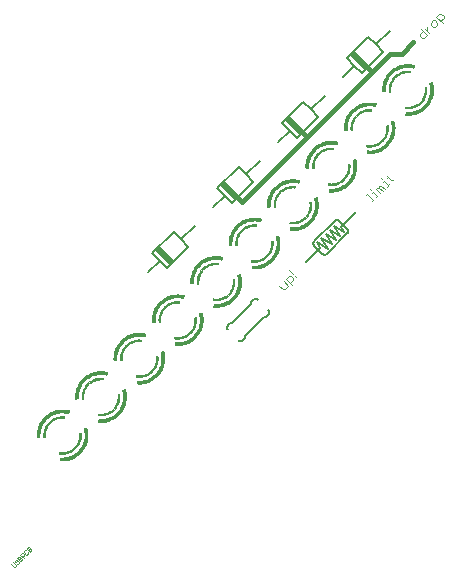
<source format=gto>
G75*
G70*
%OFA0B0*%
%FSLAX24Y24*%
%IPPOS*%
%LPD*%
%AMOC8*
5,1,8,0,0,1.08239X$1,22.5*
%
%ADD10C,0.0160*%
%ADD11C,0.0030*%
%ADD12C,0.0060*%
%ADD13C,0.0010*%
%ADD14C,0.0050*%
%ADD15R,0.0200X0.0700*%
D10*
X011859Y013631D02*
X011662Y013828D01*
X011859Y013631D02*
X014024Y015796D01*
X013828Y015993D01*
X014024Y015796D02*
X016190Y017961D01*
X015993Y018158D01*
X016190Y017961D02*
X016780Y018552D01*
X017174Y018552D01*
X017568Y018946D01*
D11*
X017775Y019153D02*
X017775Y019222D01*
X017878Y019324D01*
X017809Y019393D02*
X018015Y019187D01*
X017912Y019085D01*
X017843Y019085D01*
X017775Y019153D01*
X018018Y019327D02*
X018018Y019464D01*
X018052Y019498D01*
X018157Y019535D02*
X018225Y019467D01*
X018294Y019467D01*
X018362Y019535D01*
X018362Y019604D01*
X018294Y019672D01*
X018225Y019672D01*
X018157Y019604D01*
X018157Y019535D01*
X017949Y019396D02*
X018086Y019259D01*
X018468Y019641D02*
X018571Y019744D01*
X018571Y019812D01*
X018502Y019880D01*
X018434Y019880D01*
X018331Y019778D01*
X018536Y019572D01*
X016746Y014482D02*
X016678Y014414D01*
X016678Y014482D02*
X016815Y014345D01*
X016883Y014345D01*
X016744Y014206D02*
X016676Y014138D01*
X016710Y014172D02*
X016573Y014309D01*
X016539Y014275D01*
X016505Y014378D02*
X016471Y014412D01*
X016502Y014169D02*
X016433Y014169D01*
X016433Y014101D01*
X016536Y013998D01*
X016468Y013930D02*
X016331Y014067D01*
X016365Y014101D01*
X016433Y014101D01*
X016502Y014169D02*
X016604Y014067D01*
X016397Y013859D02*
X016329Y013791D01*
X016363Y013825D02*
X016226Y013962D01*
X016192Y013928D01*
X016158Y014030D02*
X016123Y014064D01*
X016019Y013891D02*
X016224Y013686D01*
X016190Y013652D02*
X016258Y013720D01*
X016019Y013891D02*
X015985Y013857D01*
X013414Y011355D02*
X013551Y011218D01*
X013619Y011150D02*
X013654Y011116D01*
X013548Y011079D02*
X013548Y011010D01*
X013445Y010908D01*
X013514Y010839D02*
X013309Y011044D01*
X013411Y011147D01*
X013480Y011147D01*
X013548Y011079D01*
X013374Y010836D02*
X013237Y010973D01*
X013374Y010836D02*
X013271Y010733D01*
X013203Y010733D01*
X013100Y010836D01*
D12*
X012374Y010366D02*
X012360Y010377D01*
X012345Y010386D01*
X012329Y010392D01*
X012312Y010395D01*
X012294Y010395D01*
X012277Y010392D01*
X012261Y010386D01*
X012246Y010377D01*
X012232Y010366D01*
X012233Y010365D02*
X012162Y010295D01*
X012162Y010224D01*
X011526Y009588D01*
X011455Y009588D01*
X011384Y009517D01*
X011373Y009503D01*
X011364Y009488D01*
X011358Y009472D01*
X011355Y009455D01*
X011355Y009437D01*
X011358Y009420D01*
X011364Y009404D01*
X011373Y009389D01*
X011384Y009375D01*
X011737Y009022D02*
X011751Y009011D01*
X011766Y009002D01*
X011782Y008996D01*
X011799Y008993D01*
X011817Y008993D01*
X011834Y008996D01*
X011850Y009002D01*
X011865Y009011D01*
X011879Y009022D01*
X011950Y009093D01*
X011950Y009163D01*
X012586Y009800D01*
X012657Y009800D01*
X012728Y009870D01*
X012739Y009884D01*
X012748Y009899D01*
X012754Y009915D01*
X012757Y009932D01*
X012757Y009950D01*
X012754Y009967D01*
X012748Y009983D01*
X012739Y009998D01*
X012728Y010012D01*
X010066Y012130D02*
X009818Y012377D01*
X009571Y012625D01*
X008858Y011912D01*
X009106Y011665D01*
X009353Y011417D01*
X010066Y012130D01*
X009818Y012377D02*
X010275Y012834D01*
X010884Y013443D02*
X011271Y013830D01*
X011519Y013583D01*
X012231Y014295D01*
X011984Y014543D01*
X011736Y014790D01*
X011024Y014078D01*
X011271Y013830D01*
X011984Y014543D02*
X012440Y014999D01*
X013050Y015609D02*
X013436Y015995D01*
X013684Y015748D01*
X014397Y016461D01*
X014149Y016708D01*
X013902Y016956D01*
X013189Y016243D01*
X013436Y015995D01*
X014149Y016708D02*
X014605Y017164D01*
X015215Y017774D02*
X015602Y018161D01*
X015849Y017913D01*
X016562Y018626D01*
X016314Y018873D01*
X016067Y019121D01*
X015354Y018408D01*
X015602Y018161D01*
X016314Y018873D02*
X016771Y019330D01*
X009106Y011665D02*
X008719Y011278D01*
D13*
X004152Y001543D02*
X004241Y001455D01*
X004276Y001455D01*
X004311Y001490D01*
X004311Y001525D01*
X004223Y001614D01*
X004274Y001630D02*
X004292Y001612D01*
X004327Y001612D01*
X004362Y001647D01*
X004398Y001647D01*
X004416Y001630D01*
X004416Y001594D01*
X004380Y001559D01*
X004345Y001559D01*
X004274Y001630D02*
X004274Y001665D01*
X004309Y001700D01*
X004345Y001700D01*
X004360Y001751D02*
X004414Y001805D01*
X004449Y001805D01*
X004467Y001787D01*
X004467Y001751D01*
X004414Y001698D01*
X004467Y001645D02*
X004520Y001698D01*
X004520Y001734D01*
X004502Y001751D01*
X004467Y001751D01*
X004535Y001785D02*
X004589Y001838D01*
X004589Y001873D01*
X004553Y001909D01*
X004518Y001909D01*
X004465Y001856D01*
X004571Y001749D01*
X004467Y001645D02*
X004360Y001751D01*
X004587Y001942D02*
X004657Y001871D01*
X004693Y001871D01*
X004728Y001907D01*
X004728Y001942D01*
X004779Y001958D02*
X004832Y002011D01*
X004832Y002046D01*
X004815Y002064D01*
X004779Y002064D01*
X004726Y002011D01*
X004657Y002013D02*
X004622Y002013D01*
X004587Y001977D01*
X004587Y001942D01*
X004673Y002064D02*
X004726Y002117D01*
X004761Y002117D01*
X004779Y002099D01*
X004779Y002064D01*
X004779Y001958D02*
X004673Y002064D01*
X006456Y005262D02*
X006392Y005325D01*
X006429Y005364D01*
X006462Y005406D01*
X006493Y005451D01*
X006520Y005497D01*
X006543Y005545D01*
X006564Y005595D01*
X006580Y005646D01*
X006594Y005698D01*
X006603Y005751D01*
X006608Y005804D01*
X006610Y005858D01*
X006608Y005912D01*
X006602Y005965D01*
X006592Y006018D01*
X006579Y006070D01*
X006664Y006096D01*
X006665Y006096D01*
X006679Y006042D01*
X006690Y005986D01*
X006697Y005930D01*
X006700Y005874D01*
X006699Y005817D01*
X006695Y005761D01*
X006687Y005705D01*
X006675Y005650D01*
X006659Y005596D01*
X006640Y005543D01*
X006618Y005491D01*
X006592Y005441D01*
X006562Y005393D01*
X006530Y005346D01*
X006494Y005303D01*
X006456Y005261D01*
X006450Y005267D01*
X006488Y005308D01*
X006523Y005352D01*
X006555Y005398D01*
X006584Y005445D01*
X006609Y005495D01*
X006632Y005546D01*
X006651Y005599D01*
X006666Y005652D01*
X006678Y005707D01*
X006686Y005762D01*
X006690Y005818D01*
X006691Y005874D01*
X006688Y005929D01*
X006681Y005985D01*
X006670Y006040D01*
X006656Y006094D01*
X006648Y006091D01*
X006662Y006038D01*
X006672Y005983D01*
X006679Y005929D01*
X006682Y005873D01*
X006681Y005818D01*
X006677Y005763D01*
X006669Y005708D01*
X006657Y005654D01*
X006642Y005601D01*
X006623Y005549D01*
X006601Y005499D01*
X006576Y005450D01*
X006547Y005403D01*
X006515Y005357D01*
X006481Y005314D01*
X006443Y005274D01*
X006437Y005280D01*
X006474Y005320D01*
X006508Y005363D01*
X006540Y005407D01*
X006568Y005454D01*
X006593Y005503D01*
X006615Y005553D01*
X006634Y005604D01*
X006649Y005657D01*
X006660Y005710D01*
X006668Y005764D01*
X006672Y005819D01*
X006673Y005873D01*
X006670Y005928D01*
X006663Y005982D01*
X006653Y006036D01*
X006639Y006088D01*
X006630Y006086D01*
X006644Y006034D01*
X006654Y005980D01*
X006661Y005927D01*
X006664Y005873D01*
X006663Y005819D01*
X006659Y005765D01*
X006651Y005712D01*
X006640Y005659D01*
X006625Y005607D01*
X006607Y005556D01*
X006585Y005507D01*
X006560Y005459D01*
X006532Y005412D01*
X006501Y005368D01*
X006467Y005326D01*
X006431Y005287D01*
X006424Y005293D01*
X006460Y005332D01*
X006494Y005374D01*
X006525Y005417D01*
X006552Y005463D01*
X006577Y005510D01*
X006598Y005559D01*
X006616Y005610D01*
X006631Y005661D01*
X006642Y005713D01*
X006650Y005766D01*
X006654Y005819D01*
X006655Y005873D01*
X006652Y005926D01*
X006645Y005979D01*
X006635Y006031D01*
X006622Y006083D01*
X006613Y006081D01*
X006627Y006029D01*
X006636Y005978D01*
X006643Y005925D01*
X006646Y005872D01*
X006645Y005820D01*
X006641Y005767D01*
X006633Y005715D01*
X006622Y005663D01*
X006608Y005612D01*
X006590Y005563D01*
X006569Y005514D01*
X006545Y005467D01*
X006517Y005422D01*
X006487Y005379D01*
X006454Y005338D01*
X006418Y005299D01*
X006411Y005306D01*
X006449Y005347D01*
X006484Y005390D01*
X006515Y005436D01*
X006543Y005484D01*
X006568Y005534D01*
X006589Y005586D01*
X006606Y005638D01*
X006620Y005692D01*
X006630Y005747D01*
X006635Y005803D01*
X006637Y005858D01*
X006635Y005914D01*
X006629Y005969D01*
X006619Y006024D01*
X006605Y006078D01*
X006596Y006075D01*
X006610Y006022D01*
X006620Y005968D01*
X006626Y005913D01*
X006628Y005858D01*
X006626Y005803D01*
X006621Y005749D01*
X006611Y005694D01*
X006598Y005641D01*
X006581Y005589D01*
X006560Y005538D01*
X006536Y005488D01*
X006508Y005441D01*
X006477Y005396D01*
X006442Y005352D01*
X006405Y005312D01*
X006399Y005318D01*
X006436Y005358D01*
X006469Y005401D01*
X006500Y005446D01*
X006528Y005493D01*
X006552Y005541D01*
X006572Y005592D01*
X006589Y005643D01*
X006602Y005696D01*
X006612Y005750D01*
X006617Y005804D01*
X006619Y005858D01*
X006617Y005913D01*
X006611Y005967D01*
X006601Y006020D01*
X006587Y006073D01*
X006072Y006671D02*
X006048Y006584D01*
X006049Y006585D02*
X005998Y006596D01*
X005946Y006604D01*
X005894Y006609D01*
X005842Y006610D01*
X005790Y006607D01*
X005738Y006601D01*
X005687Y006591D01*
X005636Y006578D01*
X005587Y006561D01*
X005538Y006540D01*
X005492Y006517D01*
X005447Y006490D01*
X005404Y006460D01*
X005363Y006428D01*
X005325Y006392D01*
X005262Y006456D01*
X005261Y006456D01*
X005301Y006493D01*
X005344Y006528D01*
X005389Y006560D01*
X005435Y006588D01*
X005484Y006614D01*
X005534Y006637D01*
X005586Y006656D01*
X005638Y006672D01*
X005692Y006684D01*
X005746Y006693D01*
X005800Y006698D01*
X005855Y006700D01*
X005910Y006698D01*
X005965Y006693D01*
X006019Y006684D01*
X006072Y006672D01*
X006070Y006663D01*
X006017Y006675D01*
X005964Y006684D01*
X005910Y006689D01*
X005855Y006691D01*
X005801Y006689D01*
X005747Y006684D01*
X005693Y006675D01*
X005640Y006663D01*
X005588Y006647D01*
X005538Y006628D01*
X005488Y006606D01*
X005440Y006581D01*
X005394Y006552D01*
X005349Y006521D01*
X005307Y006487D01*
X005267Y006450D01*
X005274Y006443D01*
X005313Y006480D01*
X005355Y006514D01*
X005399Y006545D01*
X005444Y006573D01*
X005492Y006598D01*
X005541Y006620D01*
X005591Y006639D01*
X005643Y006654D01*
X005695Y006666D01*
X005748Y006675D01*
X005802Y006680D01*
X005855Y006682D01*
X005909Y006680D01*
X005962Y006675D01*
X006015Y006666D01*
X006068Y006654D01*
X006065Y006645D01*
X006010Y006658D01*
X005954Y006667D01*
X005898Y006672D01*
X005841Y006673D01*
X005784Y006670D01*
X005728Y006663D01*
X005673Y006652D01*
X005618Y006638D01*
X005564Y006620D01*
X005512Y006598D01*
X005461Y006572D01*
X005413Y006543D01*
X005366Y006511D01*
X005322Y006475D01*
X005280Y006437D01*
X005286Y006431D01*
X005328Y006469D01*
X005371Y006504D01*
X005417Y006535D01*
X005466Y006564D01*
X005516Y006589D01*
X005567Y006611D01*
X005620Y006629D01*
X005675Y006644D01*
X005730Y006654D01*
X005785Y006661D01*
X005841Y006664D01*
X005897Y006663D01*
X005953Y006658D01*
X006008Y006649D01*
X006063Y006637D01*
X006061Y006628D01*
X006007Y006640D01*
X005952Y006649D01*
X005897Y006654D01*
X005841Y006655D01*
X005786Y006652D01*
X005731Y006645D01*
X005677Y006635D01*
X005623Y006621D01*
X005571Y006603D01*
X005519Y006581D01*
X005470Y006556D01*
X005422Y006528D01*
X005377Y006496D01*
X005334Y006462D01*
X005293Y006424D01*
X005299Y006418D01*
X005339Y006455D01*
X005382Y006489D01*
X005427Y006520D01*
X005474Y006548D01*
X005523Y006573D01*
X005574Y006594D01*
X005626Y006612D01*
X005679Y006626D01*
X005732Y006636D01*
X005787Y006643D01*
X005841Y006646D01*
X005896Y006645D01*
X005951Y006640D01*
X006005Y006632D01*
X006058Y006619D01*
X006056Y006611D01*
X006003Y006623D01*
X005950Y006631D01*
X005896Y006636D01*
X005842Y006637D01*
X005787Y006634D01*
X005734Y006628D01*
X005681Y006617D01*
X005628Y006603D01*
X005577Y006586D01*
X005527Y006565D01*
X005479Y006541D01*
X005432Y006513D01*
X005388Y006482D01*
X005345Y006448D01*
X005306Y006411D01*
X005312Y006405D01*
X005351Y006441D01*
X005393Y006475D01*
X005437Y006505D01*
X005483Y006533D01*
X005531Y006557D01*
X005580Y006577D01*
X005631Y006595D01*
X005683Y006609D01*
X005735Y006619D01*
X005788Y006625D01*
X005842Y006628D01*
X005895Y006627D01*
X005949Y006622D01*
X006001Y006614D01*
X006054Y006602D01*
X006051Y006593D01*
X006000Y006605D01*
X005947Y006613D01*
X005895Y006618D01*
X005842Y006619D01*
X005789Y006616D01*
X005736Y006610D01*
X005685Y006600D01*
X005633Y006586D01*
X005583Y006569D01*
X005535Y006549D01*
X005487Y006525D01*
X005442Y006498D01*
X005398Y006468D01*
X005357Y006435D01*
X005318Y006399D01*
X006300Y005417D02*
X006265Y005452D01*
X006294Y005484D01*
X006321Y005519D01*
X006345Y005555D01*
X006367Y005593D01*
X006385Y005632D01*
X006400Y005673D01*
X006413Y005715D01*
X006422Y005758D01*
X006427Y005801D01*
X006430Y005844D01*
X006429Y005888D01*
X006425Y005931D01*
X006474Y005938D01*
X006479Y005891D01*
X006480Y005844D01*
X006477Y005796D01*
X006471Y005749D01*
X006461Y005703D01*
X006448Y005657D01*
X006431Y005613D01*
X006411Y005570D01*
X006388Y005529D01*
X006362Y005489D01*
X006332Y005452D01*
X006300Y005417D01*
X006294Y005423D01*
X006326Y005458D01*
X006354Y005494D01*
X006380Y005533D01*
X006403Y005574D01*
X006423Y005616D01*
X006439Y005660D01*
X006452Y005705D01*
X006462Y005751D01*
X006468Y005797D01*
X006471Y005844D01*
X006470Y005891D01*
X006465Y005937D01*
X006457Y005936D01*
X006461Y005890D01*
X006462Y005844D01*
X006459Y005798D01*
X006453Y005752D01*
X006444Y005707D01*
X006431Y005663D01*
X006415Y005620D01*
X006395Y005578D01*
X006373Y005538D01*
X006347Y005500D01*
X006319Y005463D01*
X006288Y005429D01*
X006281Y005436D01*
X006312Y005469D01*
X006340Y005505D01*
X006365Y005543D01*
X006387Y005582D01*
X006406Y005623D01*
X006422Y005666D01*
X006435Y005709D01*
X006444Y005754D01*
X006450Y005799D01*
X006453Y005844D01*
X006452Y005889D01*
X006448Y005935D01*
X006439Y005933D01*
X006443Y005889D01*
X006444Y005844D01*
X006441Y005800D01*
X006436Y005755D01*
X006426Y005712D01*
X006414Y005669D01*
X006398Y005627D01*
X006379Y005586D01*
X006357Y005547D01*
X006333Y005510D01*
X006305Y005475D01*
X006275Y005442D01*
X006269Y005448D01*
X006298Y005481D01*
X006325Y005516D01*
X006350Y005552D01*
X006371Y005591D01*
X006390Y005630D01*
X006405Y005672D01*
X006418Y005714D01*
X006427Y005757D01*
X006432Y005800D01*
X006435Y005844D01*
X006434Y005888D01*
X006430Y005932D01*
X005758Y005238D02*
X005766Y005288D01*
X005765Y005287D02*
X005810Y005282D01*
X005854Y005280D01*
X005899Y005282D01*
X005944Y005287D01*
X005987Y005295D01*
X006030Y005307D01*
X006072Y005323D01*
X006113Y005341D01*
X006152Y005363D01*
X006190Y005387D01*
X006225Y005415D01*
X006258Y005445D01*
X006293Y005410D01*
X006257Y005377D01*
X006219Y005347D01*
X006178Y005320D01*
X006136Y005297D01*
X006091Y005276D01*
X006046Y005260D01*
X005999Y005247D01*
X005951Y005237D01*
X005903Y005232D01*
X005854Y005230D01*
X005806Y005232D01*
X005757Y005238D01*
X005759Y005247D01*
X005806Y005241D01*
X005854Y005239D01*
X005902Y005241D01*
X005950Y005246D01*
X005997Y005256D01*
X006043Y005268D01*
X006088Y005285D01*
X006132Y005305D01*
X006174Y005328D01*
X006214Y005354D01*
X006252Y005384D01*
X006287Y005416D01*
X006281Y005422D01*
X006246Y005390D01*
X006208Y005361D01*
X006169Y005336D01*
X006128Y005313D01*
X006085Y005293D01*
X006040Y005277D01*
X005995Y005264D01*
X005948Y005255D01*
X005901Y005250D01*
X005854Y005248D01*
X005807Y005250D01*
X005760Y005255D01*
X005762Y005264D01*
X005808Y005259D01*
X005854Y005257D01*
X005901Y005259D01*
X005947Y005264D01*
X005993Y005273D01*
X006037Y005286D01*
X006081Y005301D01*
X006124Y005321D01*
X006164Y005343D01*
X006203Y005369D01*
X006240Y005397D01*
X006274Y005429D01*
X006268Y005435D01*
X006234Y005404D01*
X006198Y005376D01*
X006160Y005351D01*
X006119Y005329D01*
X006078Y005310D01*
X006035Y005294D01*
X005991Y005282D01*
X005946Y005273D01*
X005900Y005268D01*
X005854Y005266D01*
X005809Y005268D01*
X005763Y005273D01*
X005765Y005282D01*
X005809Y005277D01*
X005854Y005275D01*
X005899Y005277D01*
X005944Y005282D01*
X005989Y005291D01*
X006032Y005303D01*
X006074Y005318D01*
X006115Y005337D01*
X006155Y005359D01*
X006193Y005383D01*
X006228Y005411D01*
X006262Y005441D01*
X005254Y006448D02*
X005318Y006385D01*
X005281Y006346D01*
X005248Y006304D01*
X005217Y006259D01*
X005190Y006213D01*
X005166Y006165D01*
X005146Y006115D01*
X005129Y006064D01*
X005116Y006011D01*
X005107Y005958D01*
X005102Y005905D01*
X005100Y005851D01*
X005102Y005797D01*
X005013Y005790D01*
X005010Y005845D01*
X005011Y005901D01*
X005016Y005957D01*
X005025Y006012D01*
X005037Y006066D01*
X005052Y006119D01*
X005072Y006172D01*
X005094Y006223D01*
X005120Y006272D01*
X005149Y006319D01*
X005181Y006365D01*
X005216Y006408D01*
X005254Y006449D01*
X005260Y006443D01*
X005223Y006402D01*
X005188Y006359D01*
X005157Y006314D01*
X005128Y006267D01*
X005102Y006219D01*
X005080Y006168D01*
X005061Y006117D01*
X005045Y006064D01*
X005033Y006010D01*
X005025Y005956D01*
X005020Y005901D01*
X005019Y005846D01*
X005021Y005791D01*
X005030Y005791D01*
X005028Y005846D01*
X005029Y005900D01*
X005034Y005954D01*
X005042Y006008D01*
X005054Y006061D01*
X005070Y006114D01*
X005088Y006165D01*
X005110Y006215D01*
X005136Y006263D01*
X005164Y006309D01*
X005195Y006354D01*
X005230Y006396D01*
X005267Y006436D01*
X005273Y006430D01*
X005236Y006390D01*
X005203Y006348D01*
X005172Y006304D01*
X005143Y006258D01*
X005118Y006211D01*
X005097Y006162D01*
X005078Y006111D01*
X005063Y006059D01*
X005051Y006007D01*
X005043Y005953D01*
X005038Y005900D01*
X005037Y005846D01*
X005039Y005792D01*
X005048Y005793D01*
X005046Y005846D01*
X005047Y005899D01*
X005052Y005952D01*
X005060Y006005D01*
X005072Y006057D01*
X005087Y006108D01*
X005105Y006158D01*
X005127Y006207D01*
X005151Y006254D01*
X005179Y006299D01*
X005210Y006343D01*
X005243Y006384D01*
X005279Y006424D01*
X005286Y006417D01*
X005250Y006378D01*
X005217Y006338D01*
X005187Y006295D01*
X005159Y006250D01*
X005135Y006203D01*
X005113Y006155D01*
X005095Y006105D01*
X005080Y006055D01*
X005069Y006003D01*
X005061Y005951D01*
X005056Y005899D01*
X005055Y005846D01*
X005057Y005794D01*
X005066Y005794D01*
X005064Y005846D01*
X005065Y005898D01*
X005070Y005950D01*
X005078Y006002D01*
X005089Y006053D01*
X005104Y006102D01*
X005122Y006151D01*
X005143Y006199D01*
X005167Y006245D01*
X005194Y006290D01*
X005224Y006332D01*
X005257Y006373D01*
X005292Y006411D01*
X005299Y006404D01*
X005261Y006363D01*
X005226Y006320D01*
X005195Y006274D01*
X005166Y006226D01*
X005142Y006176D01*
X005121Y006124D01*
X005103Y006071D01*
X005090Y006017D01*
X005080Y005962D01*
X005075Y005906D01*
X005073Y005851D01*
X005075Y005795D01*
X005084Y005796D01*
X005082Y005851D01*
X005084Y005906D01*
X005089Y005961D01*
X005099Y006015D01*
X005112Y006069D01*
X005129Y006121D01*
X005150Y006172D01*
X005174Y006221D01*
X005202Y006269D01*
X005233Y006314D01*
X005268Y006357D01*
X005305Y006398D01*
X005311Y006392D01*
X005274Y006352D01*
X005241Y006309D01*
X005210Y006264D01*
X005182Y006217D01*
X005158Y006168D01*
X005138Y006118D01*
X005121Y006066D01*
X005108Y006013D01*
X005098Y005960D01*
X005093Y005905D01*
X005091Y005851D01*
X005093Y005797D01*
X005784Y005014D02*
X005792Y005103D01*
X005846Y005100D01*
X005900Y005101D01*
X005954Y005107D01*
X006008Y005116D01*
X006060Y005128D01*
X006112Y005145D01*
X006162Y005165D01*
X006211Y005189D01*
X006258Y005217D01*
X006303Y005247D01*
X006345Y005281D01*
X006385Y005318D01*
X006448Y005254D01*
X006449Y005254D01*
X006408Y005216D01*
X006364Y005181D01*
X006318Y005148D01*
X006270Y005119D01*
X006220Y005093D01*
X006169Y005070D01*
X006116Y005051D01*
X006062Y005036D01*
X006007Y005024D01*
X005952Y005016D01*
X005896Y005011D01*
X005840Y005010D01*
X005784Y005013D01*
X005784Y005022D01*
X005840Y005019D01*
X005895Y005020D01*
X005951Y005024D01*
X006006Y005033D01*
X006060Y005045D01*
X006113Y005060D01*
X006166Y005079D01*
X006216Y005101D01*
X006266Y005127D01*
X006313Y005156D01*
X006359Y005188D01*
X006402Y005223D01*
X006443Y005260D01*
X006436Y005267D01*
X006396Y005229D01*
X006353Y005195D01*
X006308Y005163D01*
X006261Y005135D01*
X006213Y005109D01*
X006162Y005087D01*
X006111Y005068D01*
X006058Y005053D01*
X006004Y005042D01*
X005950Y005033D01*
X005895Y005029D01*
X005840Y005028D01*
X005785Y005031D01*
X005786Y005040D01*
X005840Y005037D01*
X005895Y005038D01*
X005949Y005042D01*
X006002Y005050D01*
X006056Y005062D01*
X006108Y005077D01*
X006159Y005096D01*
X006209Y005117D01*
X006257Y005142D01*
X006303Y005171D01*
X006348Y005202D01*
X006390Y005236D01*
X006430Y005273D01*
X006424Y005279D01*
X006384Y005243D01*
X006342Y005209D01*
X006298Y005178D01*
X006252Y005150D01*
X006205Y005126D01*
X006156Y005104D01*
X006105Y005086D01*
X006053Y005071D01*
X006001Y005059D01*
X005948Y005051D01*
X005894Y005047D01*
X005840Y005046D01*
X005787Y005049D01*
X005788Y005058D01*
X005841Y005055D01*
X005894Y005056D01*
X005947Y005060D01*
X005999Y005068D01*
X006051Y005079D01*
X006102Y005094D01*
X006152Y005112D01*
X006201Y005134D01*
X006248Y005158D01*
X006293Y005186D01*
X006337Y005216D01*
X006378Y005250D01*
X006417Y005286D01*
X006411Y005292D01*
X006372Y005257D01*
X006331Y005224D01*
X006288Y005193D01*
X006244Y005166D01*
X006197Y005142D01*
X006149Y005121D01*
X006099Y005103D01*
X006049Y005088D01*
X005998Y005077D01*
X005946Y005069D01*
X005893Y005065D01*
X005841Y005064D01*
X005788Y005067D01*
X005789Y005076D01*
X005841Y005073D01*
X005893Y005074D01*
X005945Y005078D01*
X005996Y005086D01*
X006047Y005097D01*
X006097Y005111D01*
X006145Y005129D01*
X006193Y005150D01*
X006239Y005174D01*
X006283Y005201D01*
X006326Y005231D01*
X006366Y005263D01*
X006404Y005299D01*
X006398Y005305D01*
X006360Y005270D01*
X006320Y005238D01*
X006278Y005208D01*
X006235Y005182D01*
X006189Y005158D01*
X006142Y005137D01*
X006094Y005120D01*
X006045Y005106D01*
X005994Y005095D01*
X005944Y005087D01*
X005893Y005083D01*
X005841Y005082D01*
X005790Y005085D01*
X005791Y005094D01*
X005846Y005091D01*
X005901Y005092D01*
X005955Y005098D01*
X006009Y005107D01*
X006063Y005120D01*
X006115Y005137D01*
X006166Y005157D01*
X006215Y005181D01*
X006263Y005209D01*
X006308Y005240D01*
X006351Y005274D01*
X006392Y005311D01*
X005927Y006475D02*
X005921Y006426D01*
X005875Y006430D01*
X005828Y006429D01*
X005782Y006425D01*
X005736Y006418D01*
X005691Y006406D01*
X005647Y006391D01*
X005604Y006372D01*
X005563Y006350D01*
X005524Y006325D01*
X005487Y006296D01*
X005452Y006265D01*
X005417Y006300D01*
X005451Y006332D01*
X005488Y006361D01*
X005526Y006387D01*
X005567Y006410D01*
X005609Y006429D01*
X005652Y006446D01*
X005697Y006460D01*
X005742Y006470D01*
X005788Y006476D01*
X005835Y006480D01*
X005881Y006479D01*
X005928Y006476D01*
X005926Y006467D01*
X005881Y006470D01*
X005835Y006471D01*
X005789Y006467D01*
X005744Y006461D01*
X005699Y006451D01*
X005655Y006438D01*
X005612Y006421D01*
X005571Y006402D01*
X005531Y006379D01*
X005493Y006353D01*
X005457Y006325D01*
X005423Y006294D01*
X005429Y006288D01*
X005463Y006318D01*
X005498Y006346D01*
X005536Y006371D01*
X005575Y006394D01*
X005616Y006413D01*
X005658Y006429D01*
X005701Y006442D01*
X005745Y006452D01*
X005790Y006459D01*
X005835Y006462D01*
X005880Y006461D01*
X005925Y006458D01*
X005924Y006449D01*
X005876Y006453D01*
X005827Y006452D01*
X005779Y006448D01*
X005731Y006440D01*
X005684Y006428D01*
X005638Y006412D01*
X005594Y006393D01*
X005551Y006370D01*
X005510Y006344D01*
X005472Y006314D01*
X005436Y006281D01*
X005442Y006275D01*
X005477Y006307D01*
X005515Y006336D01*
X005556Y006362D01*
X005598Y006385D01*
X005641Y006404D01*
X005687Y006419D01*
X005733Y006431D01*
X005780Y006439D01*
X005828Y006443D01*
X005875Y006444D01*
X005923Y006440D01*
X005922Y006431D01*
X005875Y006435D01*
X005828Y006434D01*
X005781Y006430D01*
X005735Y006422D01*
X005689Y006411D01*
X005645Y006396D01*
X005602Y006377D01*
X005560Y006354D01*
X005521Y006329D01*
X005483Y006300D01*
X005448Y006269D01*
X005410Y006293D02*
X005445Y006258D01*
X005414Y006223D01*
X005385Y006186D01*
X005360Y006147D01*
X005338Y006106D01*
X005319Y006063D01*
X005304Y006019D01*
X005292Y005974D01*
X005285Y005928D01*
X005281Y005882D01*
X005280Y005835D01*
X005284Y005789D01*
X005235Y005783D01*
X005234Y005782D01*
X005231Y005829D01*
X005230Y005875D01*
X005234Y005922D01*
X005240Y005968D01*
X005250Y006013D01*
X005264Y006058D01*
X005281Y006101D01*
X005300Y006143D01*
X005323Y006184D01*
X005349Y006222D01*
X005378Y006259D01*
X005410Y006293D01*
X005416Y006287D01*
X005385Y006253D01*
X005357Y006217D01*
X005331Y006179D01*
X005308Y006139D01*
X005289Y006098D01*
X005272Y006055D01*
X005259Y006011D01*
X005249Y005966D01*
X005243Y005921D01*
X005239Y005875D01*
X005240Y005829D01*
X005243Y005784D01*
X005252Y005785D01*
X005249Y005830D01*
X005248Y005875D01*
X005251Y005920D01*
X005258Y005965D01*
X005268Y006009D01*
X005281Y006052D01*
X005297Y006094D01*
X005316Y006135D01*
X005339Y006174D01*
X005364Y006212D01*
X005392Y006247D01*
X005422Y006281D01*
X005429Y006274D01*
X005396Y006238D01*
X005366Y006200D01*
X005340Y006159D01*
X005317Y006116D01*
X005298Y006072D01*
X005282Y006026D01*
X005270Y005979D01*
X005262Y005931D01*
X005258Y005883D01*
X005257Y005834D01*
X005261Y005786D01*
X005270Y005787D01*
X005266Y005835D01*
X005267Y005882D01*
X005271Y005930D01*
X005279Y005977D01*
X005291Y006023D01*
X005306Y006069D01*
X005325Y006112D01*
X005348Y006154D01*
X005374Y006195D01*
X005403Y006233D01*
X005435Y006268D01*
X005441Y006262D01*
X005410Y006227D01*
X005381Y006189D01*
X005356Y006150D01*
X005333Y006108D01*
X005314Y006065D01*
X005299Y006021D01*
X005288Y005975D01*
X005280Y005929D01*
X005276Y005882D01*
X005275Y005835D01*
X005279Y005788D01*
X007736Y006542D02*
X007672Y006605D01*
X007709Y006644D01*
X007742Y006686D01*
X007773Y006731D01*
X007800Y006777D01*
X007823Y006825D01*
X007844Y006875D01*
X007860Y006926D01*
X007874Y006978D01*
X007883Y007031D01*
X007888Y007084D01*
X007890Y007138D01*
X007888Y007192D01*
X007882Y007245D01*
X007872Y007298D01*
X007859Y007350D01*
X007944Y007376D01*
X007945Y007376D01*
X007959Y007322D01*
X007970Y007266D01*
X007977Y007210D01*
X007980Y007154D01*
X007979Y007097D01*
X007975Y007041D01*
X007967Y006985D01*
X007955Y006930D01*
X007939Y006876D01*
X007920Y006823D01*
X007898Y006771D01*
X007872Y006721D01*
X007842Y006673D01*
X007810Y006626D01*
X007774Y006583D01*
X007736Y006541D01*
X007730Y006547D01*
X007768Y006588D01*
X007803Y006632D01*
X007835Y006678D01*
X007864Y006725D01*
X007889Y006775D01*
X007912Y006826D01*
X007931Y006879D01*
X007946Y006932D01*
X007958Y006987D01*
X007966Y007042D01*
X007970Y007098D01*
X007971Y007154D01*
X007968Y007209D01*
X007961Y007265D01*
X007950Y007320D01*
X007936Y007374D01*
X007928Y007371D01*
X007942Y007318D01*
X007952Y007263D01*
X007959Y007209D01*
X007962Y007153D01*
X007961Y007098D01*
X007957Y007043D01*
X007949Y006988D01*
X007937Y006934D01*
X007922Y006881D01*
X007903Y006829D01*
X007881Y006779D01*
X007856Y006730D01*
X007827Y006683D01*
X007795Y006637D01*
X007761Y006594D01*
X007723Y006554D01*
X007717Y006560D01*
X007754Y006600D01*
X007788Y006643D01*
X007820Y006687D01*
X007848Y006734D01*
X007873Y006783D01*
X007895Y006833D01*
X007914Y006884D01*
X007929Y006937D01*
X007940Y006990D01*
X007948Y007044D01*
X007952Y007099D01*
X007953Y007153D01*
X007950Y007208D01*
X007943Y007262D01*
X007933Y007316D01*
X007919Y007368D01*
X007910Y007366D01*
X007924Y007314D01*
X007934Y007260D01*
X007941Y007207D01*
X007944Y007153D01*
X007943Y007099D01*
X007939Y007045D01*
X007931Y006992D01*
X007920Y006939D01*
X007905Y006887D01*
X007887Y006836D01*
X007865Y006787D01*
X007840Y006739D01*
X007812Y006692D01*
X007781Y006648D01*
X007747Y006606D01*
X007711Y006567D01*
X007704Y006573D01*
X007740Y006612D01*
X007774Y006654D01*
X007805Y006697D01*
X007832Y006743D01*
X007857Y006790D01*
X007878Y006839D01*
X007896Y006890D01*
X007911Y006941D01*
X007922Y006993D01*
X007930Y007046D01*
X007934Y007099D01*
X007935Y007153D01*
X007932Y007206D01*
X007925Y007259D01*
X007915Y007311D01*
X007902Y007363D01*
X007893Y007361D01*
X007907Y007309D01*
X007916Y007258D01*
X007923Y007205D01*
X007926Y007152D01*
X007925Y007100D01*
X007921Y007047D01*
X007913Y006995D01*
X007902Y006943D01*
X007888Y006892D01*
X007870Y006843D01*
X007849Y006794D01*
X007825Y006747D01*
X007797Y006702D01*
X007767Y006659D01*
X007734Y006618D01*
X007698Y006579D01*
X007691Y006586D01*
X007729Y006627D01*
X007764Y006670D01*
X007795Y006716D01*
X007823Y006764D01*
X007848Y006814D01*
X007869Y006866D01*
X007886Y006918D01*
X007900Y006972D01*
X007910Y007027D01*
X007915Y007083D01*
X007917Y007138D01*
X007915Y007194D01*
X007909Y007249D01*
X007899Y007304D01*
X007885Y007358D01*
X007876Y007355D01*
X007890Y007302D01*
X007900Y007248D01*
X007906Y007193D01*
X007908Y007138D01*
X007906Y007083D01*
X007901Y007029D01*
X007891Y006974D01*
X007878Y006921D01*
X007861Y006869D01*
X007840Y006818D01*
X007816Y006768D01*
X007788Y006721D01*
X007757Y006676D01*
X007722Y006632D01*
X007685Y006592D01*
X007679Y006598D01*
X007716Y006638D01*
X007749Y006681D01*
X007780Y006726D01*
X007808Y006773D01*
X007832Y006821D01*
X007852Y006872D01*
X007869Y006923D01*
X007882Y006976D01*
X007892Y007030D01*
X007897Y007084D01*
X007899Y007138D01*
X007897Y007193D01*
X007891Y007247D01*
X007881Y007300D01*
X007867Y007353D01*
X007352Y007951D02*
X007328Y007864D01*
X007329Y007865D02*
X007278Y007876D01*
X007226Y007884D01*
X007174Y007889D01*
X007122Y007890D01*
X007070Y007887D01*
X007018Y007881D01*
X006967Y007871D01*
X006916Y007858D01*
X006867Y007841D01*
X006818Y007820D01*
X006772Y007797D01*
X006727Y007770D01*
X006684Y007740D01*
X006643Y007708D01*
X006605Y007672D01*
X006542Y007736D01*
X006541Y007736D01*
X006581Y007773D01*
X006624Y007808D01*
X006669Y007840D01*
X006715Y007868D01*
X006764Y007894D01*
X006814Y007917D01*
X006866Y007936D01*
X006918Y007952D01*
X006972Y007964D01*
X007026Y007973D01*
X007080Y007978D01*
X007135Y007980D01*
X007190Y007978D01*
X007245Y007973D01*
X007299Y007964D01*
X007352Y007952D01*
X007350Y007943D01*
X007297Y007955D01*
X007244Y007964D01*
X007190Y007969D01*
X007135Y007971D01*
X007081Y007969D01*
X007027Y007964D01*
X006973Y007955D01*
X006920Y007943D01*
X006868Y007927D01*
X006818Y007908D01*
X006768Y007886D01*
X006720Y007861D01*
X006674Y007832D01*
X006629Y007801D01*
X006587Y007767D01*
X006547Y007730D01*
X006554Y007723D01*
X006593Y007760D01*
X006635Y007794D01*
X006679Y007825D01*
X006724Y007853D01*
X006772Y007878D01*
X006821Y007900D01*
X006871Y007919D01*
X006923Y007934D01*
X006975Y007946D01*
X007028Y007955D01*
X007082Y007960D01*
X007135Y007962D01*
X007189Y007960D01*
X007242Y007955D01*
X007295Y007946D01*
X007348Y007934D01*
X007345Y007925D01*
X007290Y007938D01*
X007234Y007947D01*
X007178Y007952D01*
X007121Y007953D01*
X007064Y007950D01*
X007008Y007943D01*
X006953Y007932D01*
X006898Y007918D01*
X006844Y007900D01*
X006792Y007878D01*
X006741Y007852D01*
X006693Y007823D01*
X006646Y007791D01*
X006602Y007755D01*
X006560Y007717D01*
X006566Y007711D01*
X006608Y007749D01*
X006651Y007784D01*
X006697Y007815D01*
X006746Y007844D01*
X006796Y007869D01*
X006847Y007891D01*
X006900Y007909D01*
X006955Y007924D01*
X007010Y007934D01*
X007065Y007941D01*
X007121Y007944D01*
X007177Y007943D01*
X007233Y007938D01*
X007288Y007929D01*
X007343Y007917D01*
X007341Y007908D01*
X007287Y007920D01*
X007232Y007929D01*
X007177Y007934D01*
X007121Y007935D01*
X007066Y007932D01*
X007011Y007925D01*
X006957Y007915D01*
X006903Y007901D01*
X006851Y007883D01*
X006799Y007861D01*
X006750Y007836D01*
X006702Y007808D01*
X006657Y007776D01*
X006614Y007742D01*
X006573Y007704D01*
X006579Y007698D01*
X006619Y007735D01*
X006662Y007769D01*
X006707Y007800D01*
X006754Y007828D01*
X006803Y007853D01*
X006854Y007874D01*
X006906Y007892D01*
X006959Y007906D01*
X007012Y007916D01*
X007067Y007923D01*
X007121Y007926D01*
X007176Y007925D01*
X007231Y007920D01*
X007285Y007912D01*
X007338Y007899D01*
X007336Y007891D01*
X007283Y007903D01*
X007230Y007911D01*
X007176Y007916D01*
X007122Y007917D01*
X007067Y007914D01*
X007014Y007908D01*
X006961Y007897D01*
X006908Y007883D01*
X006857Y007866D01*
X006807Y007845D01*
X006759Y007821D01*
X006712Y007793D01*
X006668Y007762D01*
X006625Y007728D01*
X006586Y007691D01*
X006592Y007685D01*
X006631Y007721D01*
X006673Y007755D01*
X006717Y007785D01*
X006763Y007813D01*
X006811Y007837D01*
X006860Y007857D01*
X006911Y007875D01*
X006963Y007889D01*
X007015Y007899D01*
X007068Y007905D01*
X007122Y007908D01*
X007175Y007907D01*
X007229Y007902D01*
X007281Y007894D01*
X007334Y007882D01*
X007331Y007873D01*
X007280Y007885D01*
X007227Y007893D01*
X007175Y007898D01*
X007122Y007899D01*
X007069Y007896D01*
X007016Y007890D01*
X006965Y007880D01*
X006913Y007866D01*
X006863Y007849D01*
X006815Y007829D01*
X006767Y007805D01*
X006722Y007778D01*
X006678Y007748D01*
X006637Y007715D01*
X006598Y007679D01*
X007580Y006697D02*
X007545Y006732D01*
X007574Y006764D01*
X007601Y006799D01*
X007625Y006835D01*
X007647Y006873D01*
X007665Y006912D01*
X007680Y006953D01*
X007693Y006995D01*
X007702Y007038D01*
X007707Y007081D01*
X007710Y007124D01*
X007709Y007168D01*
X007705Y007211D01*
X007754Y007218D01*
X007759Y007171D01*
X007760Y007124D01*
X007757Y007076D01*
X007751Y007029D01*
X007741Y006983D01*
X007728Y006937D01*
X007711Y006893D01*
X007691Y006850D01*
X007668Y006809D01*
X007642Y006769D01*
X007612Y006732D01*
X007580Y006697D01*
X007574Y006703D01*
X007606Y006738D01*
X007634Y006774D01*
X007660Y006813D01*
X007683Y006854D01*
X007703Y006896D01*
X007719Y006940D01*
X007732Y006985D01*
X007742Y007031D01*
X007748Y007077D01*
X007751Y007124D01*
X007750Y007171D01*
X007745Y007217D01*
X007737Y007216D01*
X007741Y007170D01*
X007742Y007124D01*
X007739Y007078D01*
X007733Y007032D01*
X007724Y006987D01*
X007711Y006943D01*
X007695Y006900D01*
X007675Y006858D01*
X007653Y006818D01*
X007627Y006780D01*
X007599Y006743D01*
X007568Y006709D01*
X007561Y006716D01*
X007592Y006749D01*
X007620Y006785D01*
X007645Y006823D01*
X007667Y006862D01*
X007686Y006903D01*
X007702Y006946D01*
X007715Y006989D01*
X007724Y007034D01*
X007730Y007079D01*
X007733Y007124D01*
X007732Y007169D01*
X007728Y007215D01*
X007719Y007213D01*
X007723Y007169D01*
X007724Y007124D01*
X007721Y007080D01*
X007716Y007035D01*
X007706Y006992D01*
X007694Y006949D01*
X007678Y006907D01*
X007659Y006866D01*
X007637Y006827D01*
X007613Y006790D01*
X007585Y006755D01*
X007555Y006722D01*
X007549Y006728D01*
X007578Y006761D01*
X007605Y006796D01*
X007630Y006832D01*
X007651Y006871D01*
X007670Y006910D01*
X007685Y006952D01*
X007698Y006994D01*
X007707Y007037D01*
X007712Y007080D01*
X007715Y007124D01*
X007714Y007168D01*
X007710Y007212D01*
X007038Y006518D02*
X007046Y006568D01*
X007045Y006567D02*
X007090Y006562D01*
X007134Y006560D01*
X007179Y006562D01*
X007224Y006567D01*
X007267Y006575D01*
X007310Y006587D01*
X007352Y006603D01*
X007393Y006621D01*
X007432Y006643D01*
X007470Y006667D01*
X007505Y006695D01*
X007538Y006725D01*
X007573Y006690D01*
X007537Y006657D01*
X007499Y006627D01*
X007458Y006600D01*
X007416Y006577D01*
X007371Y006556D01*
X007326Y006540D01*
X007279Y006527D01*
X007231Y006517D01*
X007183Y006512D01*
X007134Y006510D01*
X007086Y006512D01*
X007037Y006518D01*
X007039Y006527D01*
X007086Y006521D01*
X007134Y006519D01*
X007182Y006521D01*
X007230Y006526D01*
X007277Y006536D01*
X007323Y006548D01*
X007368Y006565D01*
X007412Y006585D01*
X007454Y006608D01*
X007494Y006634D01*
X007532Y006664D01*
X007567Y006696D01*
X007561Y006702D01*
X007526Y006670D01*
X007488Y006641D01*
X007449Y006616D01*
X007408Y006593D01*
X007365Y006573D01*
X007320Y006557D01*
X007275Y006544D01*
X007228Y006535D01*
X007181Y006530D01*
X007134Y006528D01*
X007087Y006530D01*
X007040Y006535D01*
X007042Y006544D01*
X007088Y006539D01*
X007134Y006537D01*
X007181Y006539D01*
X007227Y006544D01*
X007273Y006553D01*
X007317Y006566D01*
X007361Y006581D01*
X007404Y006601D01*
X007444Y006623D01*
X007483Y006649D01*
X007520Y006677D01*
X007554Y006709D01*
X007548Y006715D01*
X007514Y006684D01*
X007478Y006656D01*
X007440Y006631D01*
X007399Y006609D01*
X007358Y006590D01*
X007315Y006574D01*
X007271Y006562D01*
X007226Y006553D01*
X007180Y006548D01*
X007134Y006546D01*
X007089Y006548D01*
X007043Y006553D01*
X007045Y006562D01*
X007089Y006557D01*
X007134Y006555D01*
X007179Y006557D01*
X007224Y006562D01*
X007269Y006571D01*
X007312Y006583D01*
X007354Y006598D01*
X007395Y006617D01*
X007435Y006639D01*
X007473Y006663D01*
X007508Y006691D01*
X007542Y006721D01*
X006534Y007728D02*
X006598Y007665D01*
X006561Y007626D01*
X006528Y007584D01*
X006497Y007539D01*
X006470Y007493D01*
X006446Y007445D01*
X006426Y007395D01*
X006409Y007344D01*
X006396Y007291D01*
X006387Y007238D01*
X006382Y007185D01*
X006380Y007131D01*
X006382Y007077D01*
X006293Y007070D01*
X006290Y007125D01*
X006291Y007181D01*
X006296Y007237D01*
X006305Y007292D01*
X006317Y007346D01*
X006332Y007399D01*
X006352Y007452D01*
X006374Y007503D01*
X006400Y007552D01*
X006429Y007599D01*
X006461Y007645D01*
X006496Y007688D01*
X006534Y007729D01*
X006540Y007723D01*
X006503Y007682D01*
X006468Y007639D01*
X006437Y007594D01*
X006408Y007547D01*
X006382Y007499D01*
X006360Y007448D01*
X006341Y007397D01*
X006325Y007344D01*
X006313Y007290D01*
X006305Y007236D01*
X006300Y007181D01*
X006299Y007126D01*
X006301Y007071D01*
X006310Y007071D01*
X006308Y007126D01*
X006309Y007180D01*
X006314Y007234D01*
X006322Y007288D01*
X006334Y007341D01*
X006350Y007394D01*
X006368Y007445D01*
X006390Y007495D01*
X006416Y007543D01*
X006444Y007589D01*
X006475Y007634D01*
X006510Y007676D01*
X006547Y007716D01*
X006553Y007710D01*
X006516Y007670D01*
X006483Y007628D01*
X006452Y007584D01*
X006423Y007538D01*
X006398Y007491D01*
X006377Y007442D01*
X006358Y007391D01*
X006343Y007339D01*
X006331Y007287D01*
X006323Y007233D01*
X006318Y007180D01*
X006317Y007126D01*
X006319Y007072D01*
X006328Y007073D01*
X006326Y007126D01*
X006327Y007179D01*
X006332Y007232D01*
X006340Y007285D01*
X006352Y007337D01*
X006367Y007388D01*
X006385Y007438D01*
X006407Y007487D01*
X006431Y007534D01*
X006459Y007579D01*
X006490Y007623D01*
X006523Y007664D01*
X006559Y007704D01*
X006566Y007697D01*
X006530Y007658D01*
X006497Y007618D01*
X006467Y007575D01*
X006439Y007530D01*
X006415Y007483D01*
X006393Y007435D01*
X006375Y007385D01*
X006360Y007335D01*
X006349Y007283D01*
X006341Y007231D01*
X006336Y007179D01*
X006335Y007126D01*
X006337Y007074D01*
X006346Y007074D01*
X006344Y007126D01*
X006345Y007178D01*
X006350Y007230D01*
X006358Y007282D01*
X006369Y007333D01*
X006384Y007382D01*
X006402Y007431D01*
X006423Y007479D01*
X006447Y007525D01*
X006474Y007570D01*
X006504Y007612D01*
X006537Y007653D01*
X006572Y007691D01*
X006579Y007684D01*
X006541Y007643D01*
X006506Y007600D01*
X006475Y007554D01*
X006446Y007506D01*
X006422Y007456D01*
X006401Y007404D01*
X006383Y007351D01*
X006370Y007297D01*
X006360Y007242D01*
X006355Y007186D01*
X006353Y007131D01*
X006355Y007075D01*
X006364Y007076D01*
X006362Y007131D01*
X006364Y007186D01*
X006369Y007241D01*
X006379Y007295D01*
X006392Y007349D01*
X006409Y007401D01*
X006430Y007452D01*
X006454Y007501D01*
X006482Y007549D01*
X006513Y007594D01*
X006548Y007637D01*
X006585Y007678D01*
X006591Y007672D01*
X006554Y007632D01*
X006521Y007589D01*
X006490Y007544D01*
X006462Y007497D01*
X006438Y007448D01*
X006418Y007398D01*
X006401Y007346D01*
X006388Y007293D01*
X006378Y007240D01*
X006373Y007185D01*
X006371Y007131D01*
X006373Y007077D01*
X007064Y006294D02*
X007072Y006383D01*
X007126Y006380D01*
X007180Y006381D01*
X007234Y006387D01*
X007288Y006396D01*
X007340Y006408D01*
X007392Y006425D01*
X007442Y006445D01*
X007491Y006469D01*
X007538Y006497D01*
X007583Y006527D01*
X007625Y006561D01*
X007665Y006598D01*
X007728Y006534D01*
X007729Y006534D01*
X007688Y006496D01*
X007644Y006461D01*
X007598Y006428D01*
X007550Y006399D01*
X007500Y006373D01*
X007449Y006350D01*
X007396Y006331D01*
X007342Y006316D01*
X007287Y006304D01*
X007232Y006296D01*
X007176Y006291D01*
X007120Y006290D01*
X007064Y006293D01*
X007064Y006302D01*
X007120Y006299D01*
X007175Y006300D01*
X007231Y006304D01*
X007286Y006313D01*
X007340Y006325D01*
X007393Y006340D01*
X007446Y006359D01*
X007496Y006381D01*
X007546Y006407D01*
X007593Y006436D01*
X007639Y006468D01*
X007682Y006503D01*
X007723Y006540D01*
X007716Y006547D01*
X007676Y006509D01*
X007633Y006475D01*
X007588Y006443D01*
X007541Y006415D01*
X007493Y006389D01*
X007442Y006367D01*
X007391Y006348D01*
X007338Y006333D01*
X007284Y006322D01*
X007230Y006313D01*
X007175Y006309D01*
X007120Y006308D01*
X007065Y006311D01*
X007066Y006320D01*
X007120Y006317D01*
X007175Y006318D01*
X007229Y006322D01*
X007282Y006330D01*
X007336Y006342D01*
X007388Y006357D01*
X007439Y006376D01*
X007489Y006397D01*
X007537Y006422D01*
X007583Y006451D01*
X007628Y006482D01*
X007670Y006516D01*
X007710Y006553D01*
X007704Y006559D01*
X007664Y006523D01*
X007622Y006489D01*
X007578Y006458D01*
X007532Y006430D01*
X007485Y006406D01*
X007436Y006384D01*
X007385Y006366D01*
X007333Y006351D01*
X007281Y006339D01*
X007228Y006331D01*
X007174Y006327D01*
X007120Y006326D01*
X007067Y006329D01*
X007068Y006338D01*
X007121Y006335D01*
X007174Y006336D01*
X007227Y006340D01*
X007279Y006348D01*
X007331Y006359D01*
X007382Y006374D01*
X007432Y006392D01*
X007481Y006414D01*
X007528Y006438D01*
X007573Y006466D01*
X007617Y006496D01*
X007658Y006530D01*
X007697Y006566D01*
X007691Y006572D01*
X007652Y006537D01*
X007611Y006504D01*
X007568Y006473D01*
X007524Y006446D01*
X007477Y006422D01*
X007429Y006401D01*
X007379Y006383D01*
X007329Y006368D01*
X007278Y006357D01*
X007226Y006349D01*
X007173Y006345D01*
X007121Y006344D01*
X007068Y006347D01*
X007069Y006356D01*
X007121Y006353D01*
X007173Y006354D01*
X007225Y006358D01*
X007276Y006366D01*
X007327Y006377D01*
X007377Y006391D01*
X007425Y006409D01*
X007473Y006430D01*
X007519Y006454D01*
X007563Y006481D01*
X007606Y006511D01*
X007646Y006543D01*
X007684Y006579D01*
X007678Y006585D01*
X007640Y006550D01*
X007600Y006518D01*
X007558Y006488D01*
X007515Y006462D01*
X007469Y006438D01*
X007422Y006417D01*
X007374Y006400D01*
X007325Y006386D01*
X007274Y006375D01*
X007224Y006367D01*
X007173Y006363D01*
X007121Y006362D01*
X007070Y006365D01*
X007071Y006374D01*
X007126Y006371D01*
X007181Y006372D01*
X007235Y006378D01*
X007289Y006387D01*
X007343Y006400D01*
X007395Y006417D01*
X007446Y006437D01*
X007495Y006461D01*
X007543Y006489D01*
X007588Y006520D01*
X007631Y006554D01*
X007672Y006591D01*
X007207Y007755D02*
X007201Y007706D01*
X007155Y007710D01*
X007108Y007709D01*
X007062Y007705D01*
X007016Y007698D01*
X006971Y007686D01*
X006927Y007671D01*
X006884Y007652D01*
X006843Y007630D01*
X006804Y007605D01*
X006767Y007576D01*
X006732Y007545D01*
X006697Y007580D01*
X006731Y007612D01*
X006768Y007641D01*
X006806Y007667D01*
X006847Y007690D01*
X006889Y007709D01*
X006932Y007726D01*
X006977Y007740D01*
X007022Y007750D01*
X007068Y007756D01*
X007115Y007760D01*
X007161Y007759D01*
X007208Y007756D01*
X007206Y007747D01*
X007161Y007750D01*
X007115Y007751D01*
X007069Y007747D01*
X007024Y007741D01*
X006979Y007731D01*
X006935Y007718D01*
X006892Y007701D01*
X006851Y007682D01*
X006811Y007659D01*
X006773Y007633D01*
X006737Y007605D01*
X006703Y007574D01*
X006709Y007568D01*
X006743Y007598D01*
X006778Y007626D01*
X006816Y007651D01*
X006855Y007674D01*
X006896Y007693D01*
X006938Y007709D01*
X006981Y007722D01*
X007025Y007732D01*
X007070Y007739D01*
X007115Y007742D01*
X007160Y007741D01*
X007205Y007738D01*
X007204Y007729D01*
X007156Y007733D01*
X007107Y007732D01*
X007059Y007728D01*
X007011Y007720D01*
X006964Y007708D01*
X006918Y007692D01*
X006874Y007673D01*
X006831Y007650D01*
X006790Y007624D01*
X006752Y007594D01*
X006716Y007561D01*
X006722Y007555D01*
X006757Y007587D01*
X006795Y007616D01*
X006836Y007642D01*
X006878Y007665D01*
X006921Y007684D01*
X006967Y007699D01*
X007013Y007711D01*
X007060Y007719D01*
X007108Y007723D01*
X007155Y007724D01*
X007203Y007720D01*
X007202Y007711D01*
X007155Y007715D01*
X007108Y007714D01*
X007061Y007710D01*
X007015Y007702D01*
X006969Y007691D01*
X006925Y007676D01*
X006882Y007657D01*
X006840Y007634D01*
X006801Y007609D01*
X006763Y007580D01*
X006728Y007549D01*
X006690Y007573D02*
X006725Y007538D01*
X006694Y007503D01*
X006665Y007466D01*
X006640Y007427D01*
X006618Y007386D01*
X006599Y007343D01*
X006584Y007299D01*
X006572Y007254D01*
X006565Y007208D01*
X006561Y007162D01*
X006560Y007115D01*
X006564Y007069D01*
X006515Y007063D01*
X006514Y007062D01*
X006511Y007109D01*
X006510Y007155D01*
X006514Y007202D01*
X006520Y007248D01*
X006530Y007293D01*
X006544Y007338D01*
X006561Y007381D01*
X006580Y007423D01*
X006603Y007464D01*
X006629Y007502D01*
X006658Y007539D01*
X006690Y007573D01*
X006696Y007567D01*
X006665Y007533D01*
X006637Y007497D01*
X006611Y007459D01*
X006588Y007419D01*
X006569Y007378D01*
X006552Y007335D01*
X006539Y007291D01*
X006529Y007246D01*
X006523Y007201D01*
X006519Y007155D01*
X006520Y007109D01*
X006523Y007064D01*
X006532Y007065D01*
X006529Y007110D01*
X006528Y007155D01*
X006531Y007200D01*
X006538Y007245D01*
X006548Y007289D01*
X006561Y007332D01*
X006577Y007374D01*
X006596Y007415D01*
X006619Y007454D01*
X006644Y007492D01*
X006672Y007527D01*
X006702Y007561D01*
X006709Y007554D01*
X006676Y007518D01*
X006646Y007480D01*
X006620Y007439D01*
X006597Y007396D01*
X006578Y007352D01*
X006562Y007306D01*
X006550Y007259D01*
X006542Y007211D01*
X006538Y007163D01*
X006537Y007114D01*
X006541Y007066D01*
X006550Y007067D01*
X006546Y007115D01*
X006547Y007162D01*
X006551Y007210D01*
X006559Y007257D01*
X006571Y007303D01*
X006586Y007349D01*
X006605Y007392D01*
X006628Y007434D01*
X006654Y007475D01*
X006683Y007513D01*
X006715Y007548D01*
X006721Y007542D01*
X006690Y007507D01*
X006661Y007469D01*
X006636Y007430D01*
X006613Y007388D01*
X006594Y007345D01*
X006579Y007301D01*
X006568Y007255D01*
X006560Y007209D01*
X006556Y007162D01*
X006555Y007115D01*
X006559Y007068D01*
X009015Y007821D02*
X008951Y007884D01*
X008988Y007923D01*
X009021Y007965D01*
X009052Y008010D01*
X009079Y008056D01*
X009102Y008104D01*
X009123Y008154D01*
X009139Y008205D01*
X009153Y008257D01*
X009162Y008310D01*
X009167Y008363D01*
X009169Y008417D01*
X009167Y008471D01*
X009161Y008524D01*
X009151Y008577D01*
X009138Y008629D01*
X009223Y008655D01*
X009224Y008655D01*
X009238Y008601D01*
X009249Y008545D01*
X009256Y008489D01*
X009259Y008433D01*
X009258Y008376D01*
X009254Y008320D01*
X009246Y008264D01*
X009234Y008209D01*
X009218Y008155D01*
X009199Y008102D01*
X009177Y008050D01*
X009151Y008000D01*
X009121Y007952D01*
X009089Y007905D01*
X009053Y007862D01*
X009015Y007820D01*
X009009Y007826D01*
X009047Y007867D01*
X009082Y007911D01*
X009114Y007957D01*
X009143Y008004D01*
X009168Y008054D01*
X009191Y008105D01*
X009210Y008158D01*
X009225Y008211D01*
X009237Y008266D01*
X009245Y008321D01*
X009249Y008377D01*
X009250Y008433D01*
X009247Y008488D01*
X009240Y008544D01*
X009229Y008599D01*
X009215Y008653D01*
X009207Y008650D01*
X009221Y008597D01*
X009231Y008542D01*
X009238Y008488D01*
X009241Y008432D01*
X009240Y008377D01*
X009236Y008322D01*
X009228Y008267D01*
X009216Y008213D01*
X009201Y008160D01*
X009182Y008108D01*
X009160Y008058D01*
X009135Y008009D01*
X009106Y007962D01*
X009074Y007916D01*
X009040Y007873D01*
X009002Y007833D01*
X008996Y007839D01*
X009033Y007879D01*
X009067Y007922D01*
X009099Y007966D01*
X009127Y008013D01*
X009152Y008062D01*
X009174Y008112D01*
X009193Y008163D01*
X009208Y008216D01*
X009219Y008269D01*
X009227Y008323D01*
X009231Y008378D01*
X009232Y008432D01*
X009229Y008487D01*
X009222Y008541D01*
X009212Y008595D01*
X009198Y008647D01*
X009189Y008645D01*
X009203Y008593D01*
X009213Y008539D01*
X009220Y008486D01*
X009223Y008432D01*
X009222Y008378D01*
X009218Y008324D01*
X009210Y008271D01*
X009199Y008218D01*
X009184Y008166D01*
X009166Y008115D01*
X009144Y008066D01*
X009119Y008018D01*
X009091Y007971D01*
X009060Y007927D01*
X009026Y007885D01*
X008990Y007846D01*
X008983Y007852D01*
X009019Y007891D01*
X009053Y007933D01*
X009084Y007976D01*
X009111Y008022D01*
X009136Y008069D01*
X009157Y008118D01*
X009175Y008169D01*
X009190Y008220D01*
X009201Y008272D01*
X009209Y008325D01*
X009213Y008378D01*
X009214Y008432D01*
X009211Y008485D01*
X009204Y008538D01*
X009194Y008590D01*
X009181Y008642D01*
X009172Y008640D01*
X009186Y008588D01*
X009195Y008537D01*
X009202Y008484D01*
X009205Y008431D01*
X009204Y008379D01*
X009200Y008326D01*
X009192Y008274D01*
X009181Y008222D01*
X009167Y008171D01*
X009149Y008122D01*
X009128Y008073D01*
X009104Y008026D01*
X009076Y007981D01*
X009046Y007938D01*
X009013Y007897D01*
X008977Y007858D01*
X008970Y007865D01*
X009008Y007906D01*
X009043Y007949D01*
X009074Y007995D01*
X009102Y008043D01*
X009127Y008093D01*
X009148Y008145D01*
X009165Y008197D01*
X009179Y008251D01*
X009189Y008306D01*
X009194Y008362D01*
X009196Y008417D01*
X009194Y008473D01*
X009188Y008528D01*
X009178Y008583D01*
X009164Y008637D01*
X009155Y008634D01*
X009169Y008581D01*
X009179Y008527D01*
X009185Y008472D01*
X009187Y008417D01*
X009185Y008362D01*
X009180Y008308D01*
X009170Y008253D01*
X009157Y008200D01*
X009140Y008148D01*
X009119Y008097D01*
X009095Y008047D01*
X009067Y008000D01*
X009036Y007955D01*
X009001Y007911D01*
X008964Y007871D01*
X008958Y007877D01*
X008995Y007917D01*
X009028Y007960D01*
X009059Y008005D01*
X009087Y008052D01*
X009111Y008100D01*
X009131Y008151D01*
X009148Y008202D01*
X009161Y008255D01*
X009171Y008309D01*
X009176Y008363D01*
X009178Y008417D01*
X009176Y008472D01*
X009170Y008526D01*
X009160Y008579D01*
X009146Y008632D01*
X008631Y009230D02*
X008607Y009143D01*
X008608Y009144D02*
X008557Y009155D01*
X008505Y009163D01*
X008453Y009168D01*
X008401Y009169D01*
X008349Y009166D01*
X008297Y009160D01*
X008246Y009150D01*
X008195Y009137D01*
X008146Y009120D01*
X008097Y009099D01*
X008051Y009076D01*
X008006Y009049D01*
X007963Y009019D01*
X007922Y008987D01*
X007884Y008951D01*
X007821Y009015D01*
X007820Y009015D01*
X007860Y009052D01*
X007903Y009087D01*
X007948Y009119D01*
X007994Y009147D01*
X008043Y009173D01*
X008093Y009196D01*
X008145Y009215D01*
X008197Y009231D01*
X008251Y009243D01*
X008305Y009252D01*
X008359Y009257D01*
X008414Y009259D01*
X008469Y009257D01*
X008524Y009252D01*
X008578Y009243D01*
X008631Y009231D01*
X008629Y009222D01*
X008576Y009234D01*
X008523Y009243D01*
X008469Y009248D01*
X008414Y009250D01*
X008360Y009248D01*
X008306Y009243D01*
X008252Y009234D01*
X008199Y009222D01*
X008147Y009206D01*
X008097Y009187D01*
X008047Y009165D01*
X007999Y009140D01*
X007953Y009111D01*
X007908Y009080D01*
X007866Y009046D01*
X007826Y009009D01*
X007833Y009002D01*
X007872Y009039D01*
X007914Y009073D01*
X007958Y009104D01*
X008003Y009132D01*
X008051Y009157D01*
X008100Y009179D01*
X008150Y009198D01*
X008202Y009213D01*
X008254Y009225D01*
X008307Y009234D01*
X008361Y009239D01*
X008414Y009241D01*
X008468Y009239D01*
X008521Y009234D01*
X008574Y009225D01*
X008627Y009213D01*
X008624Y009204D01*
X008569Y009217D01*
X008513Y009226D01*
X008457Y009231D01*
X008400Y009232D01*
X008343Y009229D01*
X008287Y009222D01*
X008232Y009211D01*
X008177Y009197D01*
X008123Y009179D01*
X008071Y009157D01*
X008020Y009131D01*
X007972Y009102D01*
X007925Y009070D01*
X007881Y009034D01*
X007839Y008996D01*
X007845Y008990D01*
X007887Y009028D01*
X007930Y009063D01*
X007976Y009094D01*
X008025Y009123D01*
X008075Y009148D01*
X008126Y009170D01*
X008179Y009188D01*
X008234Y009203D01*
X008289Y009213D01*
X008344Y009220D01*
X008400Y009223D01*
X008456Y009222D01*
X008512Y009217D01*
X008567Y009208D01*
X008622Y009196D01*
X008620Y009187D01*
X008566Y009199D01*
X008511Y009208D01*
X008456Y009213D01*
X008400Y009214D01*
X008345Y009211D01*
X008290Y009204D01*
X008236Y009194D01*
X008182Y009180D01*
X008130Y009162D01*
X008078Y009140D01*
X008029Y009115D01*
X007981Y009087D01*
X007936Y009055D01*
X007893Y009021D01*
X007852Y008983D01*
X007858Y008977D01*
X007898Y009014D01*
X007941Y009048D01*
X007986Y009079D01*
X008033Y009107D01*
X008082Y009132D01*
X008133Y009153D01*
X008185Y009171D01*
X008238Y009185D01*
X008291Y009195D01*
X008346Y009202D01*
X008400Y009205D01*
X008455Y009204D01*
X008510Y009199D01*
X008564Y009191D01*
X008617Y009178D01*
X008615Y009170D01*
X008562Y009182D01*
X008509Y009190D01*
X008455Y009195D01*
X008401Y009196D01*
X008346Y009193D01*
X008293Y009187D01*
X008240Y009176D01*
X008187Y009162D01*
X008136Y009145D01*
X008086Y009124D01*
X008038Y009100D01*
X007991Y009072D01*
X007947Y009041D01*
X007904Y009007D01*
X007865Y008970D01*
X007871Y008964D01*
X007910Y009000D01*
X007952Y009034D01*
X007996Y009064D01*
X008042Y009092D01*
X008090Y009116D01*
X008139Y009136D01*
X008190Y009154D01*
X008242Y009168D01*
X008294Y009178D01*
X008347Y009184D01*
X008401Y009187D01*
X008454Y009186D01*
X008508Y009181D01*
X008560Y009173D01*
X008613Y009161D01*
X008610Y009152D01*
X008559Y009164D01*
X008506Y009172D01*
X008454Y009177D01*
X008401Y009178D01*
X008348Y009175D01*
X008295Y009169D01*
X008244Y009159D01*
X008192Y009145D01*
X008142Y009128D01*
X008094Y009108D01*
X008046Y009084D01*
X008001Y009057D01*
X007957Y009027D01*
X007916Y008994D01*
X007877Y008958D01*
X008859Y007976D02*
X008824Y008011D01*
X008853Y008043D01*
X008880Y008078D01*
X008904Y008114D01*
X008926Y008152D01*
X008944Y008191D01*
X008959Y008232D01*
X008972Y008274D01*
X008981Y008317D01*
X008986Y008360D01*
X008989Y008403D01*
X008988Y008447D01*
X008984Y008490D01*
X009033Y008497D01*
X009038Y008450D01*
X009039Y008403D01*
X009036Y008355D01*
X009030Y008308D01*
X009020Y008262D01*
X009007Y008216D01*
X008990Y008172D01*
X008970Y008129D01*
X008947Y008088D01*
X008921Y008048D01*
X008891Y008011D01*
X008859Y007976D01*
X008853Y007982D01*
X008885Y008017D01*
X008913Y008053D01*
X008939Y008092D01*
X008962Y008133D01*
X008982Y008175D01*
X008998Y008219D01*
X009011Y008264D01*
X009021Y008310D01*
X009027Y008356D01*
X009030Y008403D01*
X009029Y008450D01*
X009024Y008496D01*
X009016Y008495D01*
X009020Y008449D01*
X009021Y008403D01*
X009018Y008357D01*
X009012Y008311D01*
X009003Y008266D01*
X008990Y008222D01*
X008974Y008179D01*
X008954Y008137D01*
X008932Y008097D01*
X008906Y008059D01*
X008878Y008022D01*
X008847Y007988D01*
X008840Y007995D01*
X008871Y008028D01*
X008899Y008064D01*
X008924Y008102D01*
X008946Y008141D01*
X008965Y008182D01*
X008981Y008225D01*
X008994Y008268D01*
X009003Y008313D01*
X009009Y008358D01*
X009012Y008403D01*
X009011Y008448D01*
X009007Y008494D01*
X008998Y008492D01*
X009002Y008448D01*
X009003Y008403D01*
X009000Y008359D01*
X008995Y008314D01*
X008985Y008271D01*
X008973Y008228D01*
X008957Y008186D01*
X008938Y008145D01*
X008916Y008106D01*
X008892Y008069D01*
X008864Y008034D01*
X008834Y008001D01*
X008828Y008007D01*
X008857Y008040D01*
X008884Y008075D01*
X008909Y008111D01*
X008930Y008150D01*
X008949Y008189D01*
X008964Y008231D01*
X008977Y008273D01*
X008986Y008316D01*
X008991Y008359D01*
X008994Y008403D01*
X008993Y008447D01*
X008989Y008491D01*
X008317Y007797D02*
X008325Y007847D01*
X008324Y007846D02*
X008369Y007841D01*
X008413Y007839D01*
X008458Y007841D01*
X008503Y007846D01*
X008546Y007854D01*
X008589Y007866D01*
X008631Y007882D01*
X008672Y007900D01*
X008711Y007922D01*
X008749Y007946D01*
X008784Y007974D01*
X008817Y008004D01*
X008852Y007969D01*
X008816Y007936D01*
X008778Y007906D01*
X008737Y007879D01*
X008695Y007856D01*
X008650Y007835D01*
X008605Y007819D01*
X008558Y007806D01*
X008510Y007796D01*
X008462Y007791D01*
X008413Y007789D01*
X008365Y007791D01*
X008316Y007797D01*
X008318Y007806D01*
X008365Y007800D01*
X008413Y007798D01*
X008461Y007800D01*
X008509Y007805D01*
X008556Y007815D01*
X008602Y007827D01*
X008647Y007844D01*
X008691Y007864D01*
X008733Y007887D01*
X008773Y007913D01*
X008811Y007943D01*
X008846Y007975D01*
X008840Y007981D01*
X008805Y007949D01*
X008767Y007920D01*
X008728Y007895D01*
X008687Y007872D01*
X008644Y007852D01*
X008599Y007836D01*
X008554Y007823D01*
X008507Y007814D01*
X008460Y007809D01*
X008413Y007807D01*
X008366Y007809D01*
X008319Y007814D01*
X008321Y007823D01*
X008367Y007818D01*
X008413Y007816D01*
X008460Y007818D01*
X008506Y007823D01*
X008552Y007832D01*
X008596Y007845D01*
X008640Y007860D01*
X008683Y007880D01*
X008723Y007902D01*
X008762Y007928D01*
X008799Y007956D01*
X008833Y007988D01*
X008827Y007994D01*
X008793Y007963D01*
X008757Y007935D01*
X008719Y007910D01*
X008678Y007888D01*
X008637Y007869D01*
X008594Y007853D01*
X008550Y007841D01*
X008505Y007832D01*
X008459Y007827D01*
X008413Y007825D01*
X008368Y007827D01*
X008322Y007832D01*
X008324Y007841D01*
X008368Y007836D01*
X008413Y007834D01*
X008458Y007836D01*
X008503Y007841D01*
X008548Y007850D01*
X008591Y007862D01*
X008633Y007877D01*
X008674Y007896D01*
X008714Y007918D01*
X008752Y007942D01*
X008787Y007970D01*
X008821Y008000D01*
X007813Y009007D02*
X007877Y008944D01*
X007840Y008905D01*
X007807Y008863D01*
X007776Y008818D01*
X007749Y008772D01*
X007725Y008724D01*
X007705Y008674D01*
X007688Y008623D01*
X007675Y008570D01*
X007666Y008517D01*
X007661Y008464D01*
X007659Y008410D01*
X007661Y008356D01*
X007572Y008349D01*
X007569Y008404D01*
X007570Y008460D01*
X007575Y008516D01*
X007584Y008571D01*
X007596Y008625D01*
X007611Y008678D01*
X007631Y008731D01*
X007653Y008782D01*
X007679Y008831D01*
X007708Y008878D01*
X007740Y008924D01*
X007775Y008967D01*
X007813Y009008D01*
X007819Y009002D01*
X007782Y008961D01*
X007747Y008918D01*
X007716Y008873D01*
X007687Y008826D01*
X007661Y008778D01*
X007639Y008727D01*
X007620Y008676D01*
X007604Y008623D01*
X007592Y008569D01*
X007584Y008515D01*
X007579Y008460D01*
X007578Y008405D01*
X007580Y008350D01*
X007589Y008350D01*
X007587Y008405D01*
X007588Y008459D01*
X007593Y008513D01*
X007601Y008567D01*
X007613Y008620D01*
X007629Y008673D01*
X007647Y008724D01*
X007669Y008774D01*
X007695Y008822D01*
X007723Y008868D01*
X007754Y008913D01*
X007789Y008955D01*
X007826Y008995D01*
X007832Y008989D01*
X007795Y008949D01*
X007762Y008907D01*
X007731Y008863D01*
X007702Y008817D01*
X007677Y008770D01*
X007656Y008721D01*
X007637Y008670D01*
X007622Y008618D01*
X007610Y008566D01*
X007602Y008512D01*
X007597Y008459D01*
X007596Y008405D01*
X007598Y008351D01*
X007607Y008352D01*
X007605Y008405D01*
X007606Y008458D01*
X007611Y008511D01*
X007619Y008564D01*
X007631Y008616D01*
X007646Y008667D01*
X007664Y008717D01*
X007686Y008766D01*
X007710Y008813D01*
X007738Y008858D01*
X007769Y008902D01*
X007802Y008943D01*
X007838Y008983D01*
X007845Y008976D01*
X007809Y008937D01*
X007776Y008897D01*
X007746Y008854D01*
X007718Y008809D01*
X007694Y008762D01*
X007672Y008714D01*
X007654Y008664D01*
X007639Y008614D01*
X007628Y008562D01*
X007620Y008510D01*
X007615Y008458D01*
X007614Y008405D01*
X007616Y008353D01*
X007625Y008353D01*
X007623Y008405D01*
X007624Y008457D01*
X007629Y008509D01*
X007637Y008561D01*
X007648Y008612D01*
X007663Y008661D01*
X007681Y008710D01*
X007702Y008758D01*
X007726Y008804D01*
X007753Y008849D01*
X007783Y008891D01*
X007816Y008932D01*
X007851Y008970D01*
X007858Y008963D01*
X007820Y008922D01*
X007785Y008879D01*
X007754Y008833D01*
X007725Y008785D01*
X007701Y008735D01*
X007680Y008683D01*
X007662Y008630D01*
X007649Y008576D01*
X007639Y008521D01*
X007634Y008465D01*
X007632Y008410D01*
X007634Y008354D01*
X007643Y008355D01*
X007641Y008410D01*
X007643Y008465D01*
X007648Y008520D01*
X007658Y008574D01*
X007671Y008628D01*
X007688Y008680D01*
X007709Y008731D01*
X007733Y008780D01*
X007761Y008828D01*
X007792Y008873D01*
X007827Y008916D01*
X007864Y008957D01*
X007870Y008951D01*
X007833Y008911D01*
X007800Y008868D01*
X007769Y008823D01*
X007741Y008776D01*
X007717Y008727D01*
X007697Y008677D01*
X007680Y008625D01*
X007667Y008572D01*
X007657Y008519D01*
X007652Y008464D01*
X007650Y008410D01*
X007652Y008356D01*
X008343Y007573D02*
X008351Y007662D01*
X008405Y007659D01*
X008459Y007660D01*
X008513Y007666D01*
X008567Y007675D01*
X008619Y007687D01*
X008671Y007704D01*
X008721Y007724D01*
X008770Y007748D01*
X008817Y007776D01*
X008862Y007806D01*
X008904Y007840D01*
X008944Y007877D01*
X009007Y007813D01*
X009008Y007813D01*
X008967Y007775D01*
X008923Y007740D01*
X008877Y007707D01*
X008829Y007678D01*
X008779Y007652D01*
X008728Y007629D01*
X008675Y007610D01*
X008621Y007595D01*
X008566Y007583D01*
X008511Y007575D01*
X008455Y007570D01*
X008399Y007569D01*
X008343Y007572D01*
X008343Y007581D01*
X008399Y007578D01*
X008454Y007579D01*
X008510Y007583D01*
X008565Y007592D01*
X008619Y007604D01*
X008672Y007619D01*
X008725Y007638D01*
X008775Y007660D01*
X008825Y007686D01*
X008872Y007715D01*
X008918Y007747D01*
X008961Y007782D01*
X009002Y007819D01*
X008995Y007826D01*
X008955Y007788D01*
X008912Y007754D01*
X008867Y007722D01*
X008820Y007694D01*
X008772Y007668D01*
X008721Y007646D01*
X008670Y007627D01*
X008617Y007612D01*
X008563Y007601D01*
X008509Y007592D01*
X008454Y007588D01*
X008399Y007587D01*
X008344Y007590D01*
X008345Y007599D01*
X008399Y007596D01*
X008454Y007597D01*
X008508Y007601D01*
X008561Y007609D01*
X008615Y007621D01*
X008667Y007636D01*
X008718Y007655D01*
X008768Y007676D01*
X008816Y007701D01*
X008862Y007730D01*
X008907Y007761D01*
X008949Y007795D01*
X008989Y007832D01*
X008983Y007838D01*
X008943Y007802D01*
X008901Y007768D01*
X008857Y007737D01*
X008811Y007709D01*
X008764Y007685D01*
X008715Y007663D01*
X008664Y007645D01*
X008612Y007630D01*
X008560Y007618D01*
X008507Y007610D01*
X008453Y007606D01*
X008399Y007605D01*
X008346Y007608D01*
X008347Y007617D01*
X008400Y007614D01*
X008453Y007615D01*
X008506Y007619D01*
X008558Y007627D01*
X008610Y007638D01*
X008661Y007653D01*
X008711Y007671D01*
X008760Y007693D01*
X008807Y007717D01*
X008852Y007745D01*
X008896Y007775D01*
X008937Y007809D01*
X008976Y007845D01*
X008970Y007851D01*
X008931Y007816D01*
X008890Y007783D01*
X008847Y007752D01*
X008803Y007725D01*
X008756Y007701D01*
X008708Y007680D01*
X008658Y007662D01*
X008608Y007647D01*
X008557Y007636D01*
X008505Y007628D01*
X008452Y007624D01*
X008400Y007623D01*
X008347Y007626D01*
X008348Y007635D01*
X008400Y007632D01*
X008452Y007633D01*
X008504Y007637D01*
X008555Y007645D01*
X008606Y007656D01*
X008656Y007670D01*
X008704Y007688D01*
X008752Y007709D01*
X008798Y007733D01*
X008842Y007760D01*
X008885Y007790D01*
X008925Y007822D01*
X008963Y007858D01*
X008957Y007864D01*
X008919Y007829D01*
X008879Y007797D01*
X008837Y007767D01*
X008794Y007741D01*
X008748Y007717D01*
X008701Y007696D01*
X008653Y007679D01*
X008604Y007665D01*
X008553Y007654D01*
X008503Y007646D01*
X008452Y007642D01*
X008400Y007641D01*
X008349Y007644D01*
X008350Y007653D01*
X008405Y007650D01*
X008460Y007651D01*
X008514Y007657D01*
X008568Y007666D01*
X008622Y007679D01*
X008674Y007696D01*
X008725Y007716D01*
X008774Y007740D01*
X008822Y007768D01*
X008867Y007799D01*
X008910Y007833D01*
X008951Y007870D01*
X008486Y009034D02*
X008480Y008985D01*
X008434Y008989D01*
X008387Y008988D01*
X008341Y008984D01*
X008295Y008977D01*
X008250Y008965D01*
X008206Y008950D01*
X008163Y008931D01*
X008122Y008909D01*
X008083Y008884D01*
X008046Y008855D01*
X008011Y008824D01*
X007976Y008859D01*
X008010Y008891D01*
X008047Y008920D01*
X008085Y008946D01*
X008126Y008969D01*
X008168Y008988D01*
X008211Y009005D01*
X008256Y009019D01*
X008301Y009029D01*
X008347Y009035D01*
X008394Y009039D01*
X008440Y009038D01*
X008487Y009035D01*
X008485Y009026D01*
X008440Y009029D01*
X008394Y009030D01*
X008348Y009026D01*
X008303Y009020D01*
X008258Y009010D01*
X008214Y008997D01*
X008171Y008980D01*
X008130Y008961D01*
X008090Y008938D01*
X008052Y008912D01*
X008016Y008884D01*
X007982Y008853D01*
X007988Y008847D01*
X008022Y008877D01*
X008057Y008905D01*
X008095Y008930D01*
X008134Y008953D01*
X008175Y008972D01*
X008217Y008988D01*
X008260Y009001D01*
X008304Y009011D01*
X008349Y009018D01*
X008394Y009021D01*
X008439Y009020D01*
X008484Y009017D01*
X008483Y009008D01*
X008435Y009012D01*
X008386Y009011D01*
X008338Y009007D01*
X008290Y008999D01*
X008243Y008987D01*
X008197Y008971D01*
X008153Y008952D01*
X008110Y008929D01*
X008069Y008903D01*
X008031Y008873D01*
X007995Y008840D01*
X008001Y008834D01*
X008036Y008866D01*
X008074Y008895D01*
X008115Y008921D01*
X008157Y008944D01*
X008200Y008963D01*
X008246Y008978D01*
X008292Y008990D01*
X008339Y008998D01*
X008387Y009002D01*
X008434Y009003D01*
X008482Y008999D01*
X008481Y008990D01*
X008434Y008994D01*
X008387Y008993D01*
X008340Y008989D01*
X008294Y008981D01*
X008248Y008970D01*
X008204Y008955D01*
X008161Y008936D01*
X008119Y008913D01*
X008080Y008888D01*
X008042Y008859D01*
X008007Y008828D01*
X007969Y008852D02*
X008004Y008817D01*
X007973Y008782D01*
X007944Y008745D01*
X007919Y008706D01*
X007897Y008665D01*
X007878Y008622D01*
X007863Y008578D01*
X007851Y008533D01*
X007844Y008487D01*
X007840Y008441D01*
X007839Y008394D01*
X007843Y008348D01*
X007794Y008342D01*
X007793Y008341D01*
X007790Y008388D01*
X007789Y008434D01*
X007793Y008481D01*
X007799Y008527D01*
X007809Y008572D01*
X007823Y008617D01*
X007840Y008660D01*
X007859Y008702D01*
X007882Y008743D01*
X007908Y008781D01*
X007937Y008818D01*
X007969Y008852D01*
X007975Y008846D01*
X007944Y008812D01*
X007916Y008776D01*
X007890Y008738D01*
X007867Y008698D01*
X007848Y008657D01*
X007831Y008614D01*
X007818Y008570D01*
X007808Y008525D01*
X007802Y008480D01*
X007798Y008434D01*
X007799Y008388D01*
X007802Y008343D01*
X007811Y008344D01*
X007808Y008389D01*
X007807Y008434D01*
X007810Y008479D01*
X007817Y008524D01*
X007827Y008568D01*
X007840Y008611D01*
X007856Y008653D01*
X007875Y008694D01*
X007898Y008733D01*
X007923Y008771D01*
X007951Y008806D01*
X007981Y008840D01*
X007988Y008833D01*
X007955Y008797D01*
X007925Y008759D01*
X007899Y008718D01*
X007876Y008675D01*
X007857Y008631D01*
X007841Y008585D01*
X007829Y008538D01*
X007821Y008490D01*
X007817Y008442D01*
X007816Y008393D01*
X007820Y008345D01*
X007829Y008346D01*
X007825Y008394D01*
X007826Y008441D01*
X007830Y008489D01*
X007838Y008536D01*
X007850Y008582D01*
X007865Y008628D01*
X007884Y008671D01*
X007907Y008713D01*
X007933Y008754D01*
X007962Y008792D01*
X007994Y008827D01*
X008000Y008821D01*
X007969Y008786D01*
X007940Y008748D01*
X007915Y008709D01*
X007892Y008667D01*
X007873Y008624D01*
X007858Y008580D01*
X007847Y008534D01*
X007839Y008488D01*
X007835Y008441D01*
X007834Y008394D01*
X007838Y008347D01*
X010295Y009101D02*
X010231Y009164D01*
X010268Y009203D01*
X010301Y009245D01*
X010332Y009290D01*
X010359Y009336D01*
X010382Y009384D01*
X010403Y009434D01*
X010419Y009485D01*
X010433Y009537D01*
X010442Y009590D01*
X010447Y009643D01*
X010449Y009697D01*
X010447Y009751D01*
X010441Y009804D01*
X010431Y009857D01*
X010418Y009909D01*
X010503Y009935D01*
X010504Y009935D01*
X010518Y009881D01*
X010529Y009825D01*
X010536Y009769D01*
X010539Y009713D01*
X010538Y009656D01*
X010534Y009600D01*
X010526Y009544D01*
X010514Y009489D01*
X010498Y009435D01*
X010479Y009382D01*
X010457Y009330D01*
X010431Y009280D01*
X010401Y009232D01*
X010369Y009185D01*
X010333Y009142D01*
X010295Y009100D01*
X010289Y009106D01*
X010327Y009147D01*
X010362Y009191D01*
X010394Y009237D01*
X010423Y009284D01*
X010448Y009334D01*
X010471Y009385D01*
X010490Y009438D01*
X010505Y009491D01*
X010517Y009546D01*
X010525Y009601D01*
X010529Y009657D01*
X010530Y009713D01*
X010527Y009768D01*
X010520Y009824D01*
X010509Y009879D01*
X010495Y009933D01*
X010487Y009930D01*
X010501Y009877D01*
X010511Y009822D01*
X010518Y009768D01*
X010521Y009712D01*
X010520Y009657D01*
X010516Y009602D01*
X010508Y009547D01*
X010496Y009493D01*
X010481Y009440D01*
X010462Y009388D01*
X010440Y009338D01*
X010415Y009289D01*
X010386Y009242D01*
X010354Y009196D01*
X010320Y009153D01*
X010282Y009113D01*
X010276Y009119D01*
X010313Y009159D01*
X010347Y009202D01*
X010379Y009246D01*
X010407Y009293D01*
X010432Y009342D01*
X010454Y009392D01*
X010473Y009443D01*
X010488Y009496D01*
X010499Y009549D01*
X010507Y009603D01*
X010511Y009658D01*
X010512Y009712D01*
X010509Y009767D01*
X010502Y009821D01*
X010492Y009875D01*
X010478Y009927D01*
X010469Y009925D01*
X010483Y009873D01*
X010493Y009819D01*
X010500Y009766D01*
X010503Y009712D01*
X010502Y009658D01*
X010498Y009604D01*
X010490Y009551D01*
X010479Y009498D01*
X010464Y009446D01*
X010446Y009395D01*
X010424Y009346D01*
X010399Y009298D01*
X010371Y009251D01*
X010340Y009207D01*
X010306Y009165D01*
X010270Y009126D01*
X010263Y009132D01*
X010299Y009171D01*
X010333Y009213D01*
X010364Y009256D01*
X010391Y009302D01*
X010416Y009349D01*
X010437Y009398D01*
X010455Y009449D01*
X010470Y009500D01*
X010481Y009552D01*
X010489Y009605D01*
X010493Y009658D01*
X010494Y009712D01*
X010491Y009765D01*
X010484Y009818D01*
X010474Y009870D01*
X010461Y009922D01*
X010452Y009920D01*
X010466Y009868D01*
X010475Y009817D01*
X010482Y009764D01*
X010485Y009711D01*
X010484Y009659D01*
X010480Y009606D01*
X010472Y009554D01*
X010461Y009502D01*
X010447Y009451D01*
X010429Y009402D01*
X010408Y009353D01*
X010384Y009306D01*
X010356Y009261D01*
X010326Y009218D01*
X010293Y009177D01*
X010257Y009138D01*
X010250Y009145D01*
X010288Y009186D01*
X010323Y009229D01*
X010354Y009275D01*
X010382Y009323D01*
X010407Y009373D01*
X010428Y009425D01*
X010445Y009477D01*
X010459Y009531D01*
X010469Y009586D01*
X010474Y009642D01*
X010476Y009697D01*
X010474Y009753D01*
X010468Y009808D01*
X010458Y009863D01*
X010444Y009917D01*
X010435Y009914D01*
X010449Y009861D01*
X010459Y009807D01*
X010465Y009752D01*
X010467Y009697D01*
X010465Y009642D01*
X010460Y009588D01*
X010450Y009533D01*
X010437Y009480D01*
X010420Y009428D01*
X010399Y009377D01*
X010375Y009327D01*
X010347Y009280D01*
X010316Y009235D01*
X010281Y009191D01*
X010244Y009151D01*
X010238Y009157D01*
X010275Y009197D01*
X010308Y009240D01*
X010339Y009285D01*
X010367Y009332D01*
X010391Y009380D01*
X010411Y009431D01*
X010428Y009482D01*
X010441Y009535D01*
X010451Y009589D01*
X010456Y009643D01*
X010458Y009697D01*
X010456Y009752D01*
X010450Y009806D01*
X010440Y009859D01*
X010426Y009912D01*
X009911Y010510D02*
X009887Y010423D01*
X009888Y010424D02*
X009837Y010435D01*
X009785Y010443D01*
X009733Y010448D01*
X009681Y010449D01*
X009629Y010446D01*
X009577Y010440D01*
X009526Y010430D01*
X009475Y010417D01*
X009426Y010400D01*
X009377Y010379D01*
X009331Y010356D01*
X009286Y010329D01*
X009243Y010299D01*
X009202Y010267D01*
X009164Y010231D01*
X009101Y010295D01*
X009100Y010295D01*
X009140Y010332D01*
X009183Y010367D01*
X009228Y010399D01*
X009274Y010427D01*
X009323Y010453D01*
X009373Y010476D01*
X009425Y010495D01*
X009477Y010511D01*
X009531Y010523D01*
X009585Y010532D01*
X009639Y010537D01*
X009694Y010539D01*
X009749Y010537D01*
X009804Y010532D01*
X009858Y010523D01*
X009911Y010511D01*
X009909Y010502D01*
X009856Y010514D01*
X009803Y010523D01*
X009749Y010528D01*
X009694Y010530D01*
X009640Y010528D01*
X009586Y010523D01*
X009532Y010514D01*
X009479Y010502D01*
X009427Y010486D01*
X009377Y010467D01*
X009327Y010445D01*
X009279Y010420D01*
X009233Y010391D01*
X009188Y010360D01*
X009146Y010326D01*
X009106Y010289D01*
X009113Y010282D01*
X009152Y010319D01*
X009194Y010353D01*
X009238Y010384D01*
X009283Y010412D01*
X009331Y010437D01*
X009380Y010459D01*
X009430Y010478D01*
X009482Y010493D01*
X009534Y010505D01*
X009587Y010514D01*
X009641Y010519D01*
X009694Y010521D01*
X009748Y010519D01*
X009801Y010514D01*
X009854Y010505D01*
X009907Y010493D01*
X009904Y010484D01*
X009849Y010497D01*
X009793Y010506D01*
X009737Y010511D01*
X009680Y010512D01*
X009623Y010509D01*
X009567Y010502D01*
X009512Y010491D01*
X009457Y010477D01*
X009403Y010459D01*
X009351Y010437D01*
X009300Y010411D01*
X009252Y010382D01*
X009205Y010350D01*
X009161Y010314D01*
X009119Y010276D01*
X009125Y010270D01*
X009167Y010308D01*
X009210Y010343D01*
X009256Y010374D01*
X009305Y010403D01*
X009355Y010428D01*
X009406Y010450D01*
X009459Y010468D01*
X009514Y010483D01*
X009569Y010493D01*
X009624Y010500D01*
X009680Y010503D01*
X009736Y010502D01*
X009792Y010497D01*
X009847Y010488D01*
X009902Y010476D01*
X009900Y010467D01*
X009846Y010479D01*
X009791Y010488D01*
X009736Y010493D01*
X009680Y010494D01*
X009625Y010491D01*
X009570Y010484D01*
X009516Y010474D01*
X009462Y010460D01*
X009410Y010442D01*
X009358Y010420D01*
X009309Y010395D01*
X009261Y010367D01*
X009216Y010335D01*
X009173Y010301D01*
X009132Y010263D01*
X009138Y010257D01*
X009178Y010294D01*
X009221Y010328D01*
X009266Y010359D01*
X009313Y010387D01*
X009362Y010412D01*
X009413Y010433D01*
X009465Y010451D01*
X009518Y010465D01*
X009571Y010475D01*
X009626Y010482D01*
X009680Y010485D01*
X009735Y010484D01*
X009790Y010479D01*
X009844Y010471D01*
X009897Y010458D01*
X009895Y010450D01*
X009842Y010462D01*
X009789Y010470D01*
X009735Y010475D01*
X009681Y010476D01*
X009626Y010473D01*
X009573Y010467D01*
X009520Y010456D01*
X009467Y010442D01*
X009416Y010425D01*
X009366Y010404D01*
X009318Y010380D01*
X009271Y010352D01*
X009227Y010321D01*
X009184Y010287D01*
X009145Y010250D01*
X009151Y010244D01*
X009190Y010280D01*
X009232Y010314D01*
X009276Y010344D01*
X009322Y010372D01*
X009370Y010396D01*
X009419Y010416D01*
X009470Y010434D01*
X009522Y010448D01*
X009574Y010458D01*
X009627Y010464D01*
X009681Y010467D01*
X009734Y010466D01*
X009788Y010461D01*
X009840Y010453D01*
X009893Y010441D01*
X009890Y010432D01*
X009839Y010444D01*
X009786Y010452D01*
X009734Y010457D01*
X009681Y010458D01*
X009628Y010455D01*
X009575Y010449D01*
X009524Y010439D01*
X009472Y010425D01*
X009422Y010408D01*
X009374Y010388D01*
X009326Y010364D01*
X009281Y010337D01*
X009237Y010307D01*
X009196Y010274D01*
X009157Y010238D01*
X009766Y010314D02*
X009760Y010265D01*
X009714Y010269D01*
X009667Y010268D01*
X009621Y010264D01*
X009575Y010257D01*
X009530Y010245D01*
X009486Y010230D01*
X009443Y010211D01*
X009402Y010189D01*
X009363Y010164D01*
X009326Y010135D01*
X009291Y010104D01*
X009256Y010139D01*
X009290Y010171D01*
X009327Y010200D01*
X009365Y010226D01*
X009406Y010249D01*
X009448Y010268D01*
X009491Y010285D01*
X009536Y010299D01*
X009581Y010309D01*
X009627Y010315D01*
X009674Y010319D01*
X009720Y010318D01*
X009767Y010315D01*
X009765Y010306D01*
X009720Y010309D01*
X009674Y010310D01*
X009628Y010306D01*
X009583Y010300D01*
X009538Y010290D01*
X009494Y010277D01*
X009451Y010260D01*
X009410Y010241D01*
X009370Y010218D01*
X009332Y010192D01*
X009296Y010164D01*
X009262Y010133D01*
X009268Y010127D01*
X009302Y010157D01*
X009337Y010185D01*
X009375Y010210D01*
X009414Y010233D01*
X009455Y010252D01*
X009497Y010268D01*
X009540Y010281D01*
X009584Y010291D01*
X009629Y010298D01*
X009674Y010301D01*
X009719Y010300D01*
X009764Y010297D01*
X009763Y010288D01*
X009715Y010292D01*
X009666Y010291D01*
X009618Y010287D01*
X009570Y010279D01*
X009523Y010267D01*
X009477Y010251D01*
X009433Y010232D01*
X009390Y010209D01*
X009349Y010183D01*
X009311Y010153D01*
X009275Y010120D01*
X009281Y010114D01*
X009316Y010146D01*
X009354Y010175D01*
X009395Y010201D01*
X009437Y010224D01*
X009480Y010243D01*
X009526Y010258D01*
X009572Y010270D01*
X009619Y010278D01*
X009667Y010282D01*
X009714Y010283D01*
X009762Y010279D01*
X009761Y010270D01*
X009714Y010274D01*
X009667Y010273D01*
X009620Y010269D01*
X009574Y010261D01*
X009528Y010250D01*
X009484Y010235D01*
X009441Y010216D01*
X009399Y010193D01*
X009360Y010168D01*
X009322Y010139D01*
X009287Y010108D01*
X010139Y009256D02*
X010104Y009291D01*
X010133Y009323D01*
X010160Y009358D01*
X010184Y009394D01*
X010206Y009432D01*
X010224Y009471D01*
X010239Y009512D01*
X010252Y009554D01*
X010261Y009597D01*
X010266Y009640D01*
X010269Y009683D01*
X010268Y009727D01*
X010264Y009770D01*
X010313Y009777D01*
X010318Y009730D01*
X010319Y009683D01*
X010316Y009635D01*
X010310Y009588D01*
X010300Y009542D01*
X010287Y009496D01*
X010270Y009452D01*
X010250Y009409D01*
X010227Y009368D01*
X010201Y009328D01*
X010171Y009291D01*
X010139Y009256D01*
X010133Y009262D01*
X010165Y009297D01*
X010193Y009333D01*
X010219Y009372D01*
X010242Y009413D01*
X010262Y009455D01*
X010278Y009499D01*
X010291Y009544D01*
X010301Y009590D01*
X010307Y009636D01*
X010310Y009683D01*
X010309Y009730D01*
X010304Y009776D01*
X010296Y009775D01*
X010300Y009729D01*
X010301Y009683D01*
X010298Y009637D01*
X010292Y009591D01*
X010283Y009546D01*
X010270Y009502D01*
X010254Y009459D01*
X010234Y009417D01*
X010212Y009377D01*
X010186Y009339D01*
X010158Y009302D01*
X010127Y009268D01*
X010120Y009275D01*
X010151Y009308D01*
X010179Y009344D01*
X010204Y009382D01*
X010226Y009421D01*
X010245Y009462D01*
X010261Y009505D01*
X010274Y009548D01*
X010283Y009593D01*
X010289Y009638D01*
X010292Y009683D01*
X010291Y009728D01*
X010287Y009774D01*
X010278Y009772D01*
X010282Y009728D01*
X010283Y009683D01*
X010280Y009639D01*
X010275Y009594D01*
X010265Y009551D01*
X010253Y009508D01*
X010237Y009466D01*
X010218Y009425D01*
X010196Y009386D01*
X010172Y009349D01*
X010144Y009314D01*
X010114Y009281D01*
X010108Y009287D01*
X010137Y009320D01*
X010164Y009355D01*
X010189Y009391D01*
X010210Y009430D01*
X010229Y009469D01*
X010244Y009511D01*
X010257Y009553D01*
X010266Y009596D01*
X010271Y009639D01*
X010274Y009683D01*
X010273Y009727D01*
X010269Y009771D01*
X009597Y009077D02*
X009605Y009127D01*
X009604Y009126D02*
X009649Y009121D01*
X009693Y009119D01*
X009738Y009121D01*
X009783Y009126D01*
X009826Y009134D01*
X009869Y009146D01*
X009911Y009162D01*
X009952Y009180D01*
X009991Y009202D01*
X010029Y009226D01*
X010064Y009254D01*
X010097Y009284D01*
X010132Y009249D01*
X010096Y009216D01*
X010058Y009186D01*
X010017Y009159D01*
X009975Y009136D01*
X009930Y009115D01*
X009885Y009099D01*
X009838Y009086D01*
X009790Y009076D01*
X009742Y009071D01*
X009693Y009069D01*
X009645Y009071D01*
X009596Y009077D01*
X009598Y009086D01*
X009645Y009080D01*
X009693Y009078D01*
X009741Y009080D01*
X009789Y009085D01*
X009836Y009095D01*
X009882Y009107D01*
X009927Y009124D01*
X009971Y009144D01*
X010013Y009167D01*
X010053Y009193D01*
X010091Y009223D01*
X010126Y009255D01*
X010120Y009261D01*
X010085Y009229D01*
X010047Y009200D01*
X010008Y009175D01*
X009967Y009152D01*
X009924Y009132D01*
X009879Y009116D01*
X009834Y009103D01*
X009787Y009094D01*
X009740Y009089D01*
X009693Y009087D01*
X009646Y009089D01*
X009599Y009094D01*
X009601Y009103D01*
X009647Y009098D01*
X009693Y009096D01*
X009740Y009098D01*
X009786Y009103D01*
X009832Y009112D01*
X009876Y009125D01*
X009920Y009140D01*
X009963Y009160D01*
X010003Y009182D01*
X010042Y009208D01*
X010079Y009236D01*
X010113Y009268D01*
X010107Y009274D01*
X010073Y009243D01*
X010037Y009215D01*
X009999Y009190D01*
X009958Y009168D01*
X009917Y009149D01*
X009874Y009133D01*
X009830Y009121D01*
X009785Y009112D01*
X009739Y009107D01*
X009693Y009105D01*
X009648Y009107D01*
X009602Y009112D01*
X009604Y009121D01*
X009648Y009116D01*
X009693Y009114D01*
X009738Y009116D01*
X009783Y009121D01*
X009828Y009130D01*
X009871Y009142D01*
X009913Y009157D01*
X009954Y009176D01*
X009994Y009198D01*
X010032Y009222D01*
X010067Y009250D01*
X010101Y009280D01*
X009093Y010287D02*
X009157Y010224D01*
X009120Y010185D01*
X009087Y010143D01*
X009056Y010098D01*
X009029Y010052D01*
X009005Y010004D01*
X008985Y009954D01*
X008968Y009903D01*
X008955Y009850D01*
X008946Y009797D01*
X008941Y009744D01*
X008939Y009690D01*
X008941Y009636D01*
X008852Y009629D01*
X008849Y009684D01*
X008850Y009740D01*
X008855Y009796D01*
X008864Y009851D01*
X008876Y009905D01*
X008891Y009958D01*
X008911Y010011D01*
X008933Y010062D01*
X008959Y010111D01*
X008988Y010158D01*
X009020Y010204D01*
X009055Y010247D01*
X009093Y010288D01*
X009099Y010282D01*
X009062Y010241D01*
X009027Y010198D01*
X008996Y010153D01*
X008967Y010106D01*
X008941Y010058D01*
X008919Y010007D01*
X008900Y009956D01*
X008884Y009903D01*
X008872Y009849D01*
X008864Y009795D01*
X008859Y009740D01*
X008858Y009685D01*
X008860Y009630D01*
X008869Y009630D01*
X008867Y009685D01*
X008868Y009739D01*
X008873Y009793D01*
X008881Y009847D01*
X008893Y009900D01*
X008909Y009953D01*
X008927Y010004D01*
X008949Y010054D01*
X008975Y010102D01*
X009003Y010148D01*
X009034Y010193D01*
X009069Y010235D01*
X009106Y010275D01*
X009112Y010269D01*
X009075Y010229D01*
X009042Y010187D01*
X009011Y010143D01*
X008982Y010097D01*
X008957Y010050D01*
X008936Y010001D01*
X008917Y009950D01*
X008902Y009898D01*
X008890Y009846D01*
X008882Y009792D01*
X008877Y009739D01*
X008876Y009685D01*
X008878Y009631D01*
X008887Y009632D01*
X008885Y009685D01*
X008886Y009738D01*
X008891Y009791D01*
X008899Y009844D01*
X008911Y009896D01*
X008926Y009947D01*
X008944Y009997D01*
X008966Y010046D01*
X008990Y010093D01*
X009018Y010138D01*
X009049Y010182D01*
X009082Y010223D01*
X009118Y010263D01*
X009125Y010256D01*
X009089Y010217D01*
X009056Y010177D01*
X009026Y010134D01*
X008998Y010089D01*
X008974Y010042D01*
X008952Y009994D01*
X008934Y009944D01*
X008919Y009894D01*
X008908Y009842D01*
X008900Y009790D01*
X008895Y009738D01*
X008894Y009685D01*
X008896Y009633D01*
X008905Y009633D01*
X008903Y009685D01*
X008904Y009737D01*
X008909Y009789D01*
X008917Y009841D01*
X008928Y009892D01*
X008943Y009941D01*
X008961Y009990D01*
X008982Y010038D01*
X009006Y010084D01*
X009033Y010129D01*
X009063Y010171D01*
X009096Y010212D01*
X009131Y010250D01*
X009138Y010243D01*
X009100Y010202D01*
X009065Y010159D01*
X009034Y010113D01*
X009005Y010065D01*
X008981Y010015D01*
X008960Y009963D01*
X008942Y009910D01*
X008929Y009856D01*
X008919Y009801D01*
X008914Y009745D01*
X008912Y009690D01*
X008914Y009634D01*
X008923Y009635D01*
X008921Y009690D01*
X008923Y009745D01*
X008928Y009800D01*
X008938Y009854D01*
X008951Y009908D01*
X008968Y009960D01*
X008989Y010011D01*
X009013Y010060D01*
X009041Y010108D01*
X009072Y010153D01*
X009107Y010196D01*
X009144Y010237D01*
X009150Y010231D01*
X009113Y010191D01*
X009080Y010148D01*
X009049Y010103D01*
X009021Y010056D01*
X008997Y010007D01*
X008977Y009957D01*
X008960Y009905D01*
X008947Y009852D01*
X008937Y009799D01*
X008932Y009744D01*
X008930Y009690D01*
X008932Y009636D01*
X009623Y008853D02*
X009631Y008942D01*
X009685Y008939D01*
X009739Y008940D01*
X009793Y008946D01*
X009847Y008955D01*
X009899Y008967D01*
X009951Y008984D01*
X010001Y009004D01*
X010050Y009028D01*
X010097Y009056D01*
X010142Y009086D01*
X010184Y009120D01*
X010224Y009157D01*
X010287Y009093D01*
X010288Y009093D01*
X010247Y009055D01*
X010203Y009020D01*
X010157Y008987D01*
X010109Y008958D01*
X010059Y008932D01*
X010008Y008909D01*
X009955Y008890D01*
X009901Y008875D01*
X009846Y008863D01*
X009791Y008855D01*
X009735Y008850D01*
X009679Y008849D01*
X009623Y008852D01*
X009623Y008861D01*
X009679Y008858D01*
X009734Y008859D01*
X009790Y008863D01*
X009845Y008872D01*
X009899Y008884D01*
X009952Y008899D01*
X010005Y008918D01*
X010055Y008940D01*
X010105Y008966D01*
X010152Y008995D01*
X010198Y009027D01*
X010241Y009062D01*
X010282Y009099D01*
X010275Y009106D01*
X010235Y009068D01*
X010192Y009034D01*
X010147Y009002D01*
X010100Y008974D01*
X010052Y008948D01*
X010001Y008926D01*
X009950Y008907D01*
X009897Y008892D01*
X009843Y008881D01*
X009789Y008872D01*
X009734Y008868D01*
X009679Y008867D01*
X009624Y008870D01*
X009625Y008879D01*
X009679Y008876D01*
X009734Y008877D01*
X009788Y008881D01*
X009841Y008889D01*
X009895Y008901D01*
X009947Y008916D01*
X009998Y008935D01*
X010048Y008956D01*
X010096Y008981D01*
X010142Y009010D01*
X010187Y009041D01*
X010229Y009075D01*
X010269Y009112D01*
X010263Y009118D01*
X010223Y009082D01*
X010181Y009048D01*
X010137Y009017D01*
X010091Y008989D01*
X010044Y008965D01*
X009995Y008943D01*
X009944Y008925D01*
X009892Y008910D01*
X009840Y008898D01*
X009787Y008890D01*
X009733Y008886D01*
X009679Y008885D01*
X009626Y008888D01*
X009627Y008897D01*
X009680Y008894D01*
X009733Y008895D01*
X009786Y008899D01*
X009838Y008907D01*
X009890Y008918D01*
X009941Y008933D01*
X009991Y008951D01*
X010040Y008973D01*
X010087Y008997D01*
X010132Y009025D01*
X010176Y009055D01*
X010217Y009089D01*
X010256Y009125D01*
X010250Y009131D01*
X010211Y009096D01*
X010170Y009063D01*
X010127Y009032D01*
X010083Y009005D01*
X010036Y008981D01*
X009988Y008960D01*
X009938Y008942D01*
X009888Y008927D01*
X009837Y008916D01*
X009785Y008908D01*
X009732Y008904D01*
X009680Y008903D01*
X009627Y008906D01*
X009628Y008915D01*
X009680Y008912D01*
X009732Y008913D01*
X009784Y008917D01*
X009835Y008925D01*
X009886Y008936D01*
X009936Y008950D01*
X009984Y008968D01*
X010032Y008989D01*
X010078Y009013D01*
X010122Y009040D01*
X010165Y009070D01*
X010205Y009102D01*
X010243Y009138D01*
X010237Y009144D01*
X010199Y009109D01*
X010159Y009077D01*
X010117Y009047D01*
X010074Y009021D01*
X010028Y008997D01*
X009981Y008976D01*
X009933Y008959D01*
X009884Y008945D01*
X009833Y008934D01*
X009783Y008926D01*
X009732Y008922D01*
X009680Y008921D01*
X009629Y008924D01*
X009630Y008933D01*
X009685Y008930D01*
X009740Y008931D01*
X009794Y008937D01*
X009848Y008946D01*
X009902Y008959D01*
X009954Y008976D01*
X010005Y008996D01*
X010054Y009020D01*
X010102Y009048D01*
X010147Y009079D01*
X010190Y009113D01*
X010231Y009150D01*
X009249Y010132D02*
X009284Y010097D01*
X009253Y010062D01*
X009224Y010025D01*
X009199Y009986D01*
X009177Y009945D01*
X009158Y009902D01*
X009143Y009858D01*
X009131Y009813D01*
X009124Y009767D01*
X009120Y009721D01*
X009119Y009674D01*
X009123Y009628D01*
X009074Y009622D01*
X009073Y009621D01*
X009070Y009668D01*
X009069Y009714D01*
X009073Y009761D01*
X009079Y009807D01*
X009089Y009852D01*
X009103Y009897D01*
X009120Y009940D01*
X009139Y009982D01*
X009162Y010023D01*
X009188Y010061D01*
X009217Y010098D01*
X009249Y010132D01*
X009255Y010126D01*
X009224Y010092D01*
X009196Y010056D01*
X009170Y010018D01*
X009147Y009978D01*
X009128Y009937D01*
X009111Y009894D01*
X009098Y009850D01*
X009088Y009805D01*
X009082Y009760D01*
X009078Y009714D01*
X009079Y009668D01*
X009082Y009623D01*
X009091Y009624D01*
X009088Y009669D01*
X009087Y009714D01*
X009090Y009759D01*
X009097Y009804D01*
X009107Y009848D01*
X009120Y009891D01*
X009136Y009933D01*
X009155Y009974D01*
X009178Y010013D01*
X009203Y010051D01*
X009231Y010086D01*
X009261Y010120D01*
X009268Y010113D01*
X009235Y010077D01*
X009205Y010039D01*
X009179Y009998D01*
X009156Y009955D01*
X009137Y009911D01*
X009121Y009865D01*
X009109Y009818D01*
X009101Y009770D01*
X009097Y009722D01*
X009096Y009673D01*
X009100Y009625D01*
X009109Y009626D01*
X009105Y009674D01*
X009106Y009721D01*
X009110Y009769D01*
X009118Y009816D01*
X009130Y009862D01*
X009145Y009908D01*
X009164Y009951D01*
X009187Y009993D01*
X009213Y010034D01*
X009242Y010072D01*
X009274Y010107D01*
X009280Y010101D01*
X009249Y010066D01*
X009220Y010028D01*
X009195Y009989D01*
X009172Y009947D01*
X009153Y009904D01*
X009138Y009860D01*
X009127Y009814D01*
X009119Y009768D01*
X009115Y009721D01*
X009114Y009674D01*
X009118Y009627D01*
X011574Y010380D02*
X011510Y010443D01*
X011547Y010482D01*
X011580Y010524D01*
X011611Y010569D01*
X011638Y010615D01*
X011661Y010663D01*
X011682Y010713D01*
X011698Y010764D01*
X011712Y010816D01*
X011721Y010869D01*
X011726Y010922D01*
X011728Y010976D01*
X011726Y011030D01*
X011720Y011083D01*
X011710Y011136D01*
X011697Y011188D01*
X011782Y011214D01*
X011783Y011214D01*
X011797Y011160D01*
X011808Y011104D01*
X011815Y011048D01*
X011818Y010992D01*
X011817Y010935D01*
X011813Y010879D01*
X011805Y010823D01*
X011793Y010768D01*
X011777Y010714D01*
X011758Y010661D01*
X011736Y010609D01*
X011710Y010559D01*
X011680Y010511D01*
X011648Y010464D01*
X011612Y010421D01*
X011574Y010379D01*
X011568Y010385D01*
X011606Y010426D01*
X011641Y010470D01*
X011673Y010516D01*
X011702Y010563D01*
X011727Y010613D01*
X011750Y010664D01*
X011769Y010717D01*
X011784Y010770D01*
X011796Y010825D01*
X011804Y010880D01*
X011808Y010936D01*
X011809Y010992D01*
X011806Y011047D01*
X011799Y011103D01*
X011788Y011158D01*
X011774Y011212D01*
X011766Y011209D01*
X011780Y011156D01*
X011790Y011101D01*
X011797Y011047D01*
X011800Y010991D01*
X011799Y010936D01*
X011795Y010881D01*
X011787Y010826D01*
X011775Y010772D01*
X011760Y010719D01*
X011741Y010667D01*
X011719Y010617D01*
X011694Y010568D01*
X011665Y010521D01*
X011633Y010475D01*
X011599Y010432D01*
X011561Y010392D01*
X011555Y010398D01*
X011592Y010438D01*
X011626Y010481D01*
X011658Y010525D01*
X011686Y010572D01*
X011711Y010621D01*
X011733Y010671D01*
X011752Y010722D01*
X011767Y010775D01*
X011778Y010828D01*
X011786Y010882D01*
X011790Y010937D01*
X011791Y010991D01*
X011788Y011046D01*
X011781Y011100D01*
X011771Y011154D01*
X011757Y011206D01*
X011748Y011204D01*
X011762Y011152D01*
X011772Y011098D01*
X011779Y011045D01*
X011782Y010991D01*
X011781Y010937D01*
X011777Y010883D01*
X011769Y010830D01*
X011758Y010777D01*
X011743Y010725D01*
X011725Y010674D01*
X011703Y010625D01*
X011678Y010577D01*
X011650Y010530D01*
X011619Y010486D01*
X011585Y010444D01*
X011549Y010405D01*
X011542Y010411D01*
X011578Y010450D01*
X011612Y010492D01*
X011643Y010535D01*
X011670Y010581D01*
X011695Y010628D01*
X011716Y010677D01*
X011734Y010728D01*
X011749Y010779D01*
X011760Y010831D01*
X011768Y010884D01*
X011772Y010937D01*
X011773Y010991D01*
X011770Y011044D01*
X011763Y011097D01*
X011753Y011149D01*
X011740Y011201D01*
X011731Y011199D01*
X011745Y011147D01*
X011754Y011096D01*
X011761Y011043D01*
X011764Y010990D01*
X011763Y010938D01*
X011759Y010885D01*
X011751Y010833D01*
X011740Y010781D01*
X011726Y010730D01*
X011708Y010681D01*
X011687Y010632D01*
X011663Y010585D01*
X011635Y010540D01*
X011605Y010497D01*
X011572Y010456D01*
X011536Y010417D01*
X011529Y010424D01*
X011567Y010465D01*
X011602Y010508D01*
X011633Y010554D01*
X011661Y010602D01*
X011686Y010652D01*
X011707Y010704D01*
X011724Y010756D01*
X011738Y010810D01*
X011748Y010865D01*
X011753Y010921D01*
X011755Y010976D01*
X011753Y011032D01*
X011747Y011087D01*
X011737Y011142D01*
X011723Y011196D01*
X011714Y011193D01*
X011728Y011140D01*
X011738Y011086D01*
X011744Y011031D01*
X011746Y010976D01*
X011744Y010921D01*
X011739Y010867D01*
X011729Y010812D01*
X011716Y010759D01*
X011699Y010707D01*
X011678Y010656D01*
X011654Y010606D01*
X011626Y010559D01*
X011595Y010514D01*
X011560Y010470D01*
X011523Y010430D01*
X011517Y010436D01*
X011554Y010476D01*
X011587Y010519D01*
X011618Y010564D01*
X011646Y010611D01*
X011670Y010659D01*
X011690Y010710D01*
X011707Y010761D01*
X011720Y010814D01*
X011730Y010868D01*
X011735Y010922D01*
X011737Y010976D01*
X011735Y011031D01*
X011729Y011085D01*
X011719Y011138D01*
X011705Y011191D01*
X011190Y011789D02*
X011166Y011702D01*
X011167Y011703D02*
X011116Y011714D01*
X011064Y011722D01*
X011012Y011727D01*
X010960Y011728D01*
X010908Y011725D01*
X010856Y011719D01*
X010805Y011709D01*
X010754Y011696D01*
X010705Y011679D01*
X010656Y011658D01*
X010610Y011635D01*
X010565Y011608D01*
X010522Y011578D01*
X010481Y011546D01*
X010443Y011510D01*
X010380Y011574D01*
X010379Y011574D01*
X010419Y011611D01*
X010462Y011646D01*
X010507Y011678D01*
X010553Y011706D01*
X010602Y011732D01*
X010652Y011755D01*
X010704Y011774D01*
X010756Y011790D01*
X010810Y011802D01*
X010864Y011811D01*
X010918Y011816D01*
X010973Y011818D01*
X011028Y011816D01*
X011083Y011811D01*
X011137Y011802D01*
X011190Y011790D01*
X011188Y011781D01*
X011135Y011793D01*
X011082Y011802D01*
X011028Y011807D01*
X010973Y011809D01*
X010919Y011807D01*
X010865Y011802D01*
X010811Y011793D01*
X010758Y011781D01*
X010706Y011765D01*
X010656Y011746D01*
X010606Y011724D01*
X010558Y011699D01*
X010512Y011670D01*
X010467Y011639D01*
X010425Y011605D01*
X010385Y011568D01*
X010392Y011561D01*
X010431Y011598D01*
X010473Y011632D01*
X010517Y011663D01*
X010562Y011691D01*
X010610Y011716D01*
X010659Y011738D01*
X010709Y011757D01*
X010761Y011772D01*
X010813Y011784D01*
X010866Y011793D01*
X010920Y011798D01*
X010973Y011800D01*
X011027Y011798D01*
X011080Y011793D01*
X011133Y011784D01*
X011186Y011772D01*
X011183Y011763D01*
X011128Y011776D01*
X011072Y011785D01*
X011016Y011790D01*
X010959Y011791D01*
X010902Y011788D01*
X010846Y011781D01*
X010791Y011770D01*
X010736Y011756D01*
X010682Y011738D01*
X010630Y011716D01*
X010579Y011690D01*
X010531Y011661D01*
X010484Y011629D01*
X010440Y011593D01*
X010398Y011555D01*
X010404Y011549D01*
X010446Y011587D01*
X010489Y011622D01*
X010535Y011653D01*
X010584Y011682D01*
X010634Y011707D01*
X010685Y011729D01*
X010738Y011747D01*
X010793Y011762D01*
X010848Y011772D01*
X010903Y011779D01*
X010959Y011782D01*
X011015Y011781D01*
X011071Y011776D01*
X011126Y011767D01*
X011181Y011755D01*
X011179Y011746D01*
X011125Y011758D01*
X011070Y011767D01*
X011015Y011772D01*
X010959Y011773D01*
X010904Y011770D01*
X010849Y011763D01*
X010795Y011753D01*
X010741Y011739D01*
X010689Y011721D01*
X010637Y011699D01*
X010588Y011674D01*
X010540Y011646D01*
X010495Y011614D01*
X010452Y011580D01*
X010411Y011542D01*
X010417Y011536D01*
X010457Y011573D01*
X010500Y011607D01*
X010545Y011638D01*
X010592Y011666D01*
X010641Y011691D01*
X010692Y011712D01*
X010744Y011730D01*
X010797Y011744D01*
X010850Y011754D01*
X010905Y011761D01*
X010959Y011764D01*
X011014Y011763D01*
X011069Y011758D01*
X011123Y011750D01*
X011176Y011737D01*
X011174Y011729D01*
X011121Y011741D01*
X011068Y011749D01*
X011014Y011754D01*
X010960Y011755D01*
X010905Y011752D01*
X010852Y011746D01*
X010799Y011735D01*
X010746Y011721D01*
X010695Y011704D01*
X010645Y011683D01*
X010597Y011659D01*
X010550Y011631D01*
X010506Y011600D01*
X010463Y011566D01*
X010424Y011529D01*
X010430Y011523D01*
X010469Y011559D01*
X010511Y011593D01*
X010555Y011623D01*
X010601Y011651D01*
X010649Y011675D01*
X010698Y011695D01*
X010749Y011713D01*
X010801Y011727D01*
X010853Y011737D01*
X010906Y011743D01*
X010960Y011746D01*
X011013Y011745D01*
X011067Y011740D01*
X011119Y011732D01*
X011172Y011720D01*
X011169Y011711D01*
X011118Y011723D01*
X011065Y011731D01*
X011013Y011736D01*
X010960Y011737D01*
X010907Y011734D01*
X010854Y011728D01*
X010803Y011718D01*
X010751Y011704D01*
X010701Y011687D01*
X010653Y011667D01*
X010605Y011643D01*
X010560Y011616D01*
X010516Y011586D01*
X010475Y011553D01*
X010436Y011517D01*
X011418Y010535D02*
X011383Y010570D01*
X011412Y010602D01*
X011439Y010637D01*
X011463Y010673D01*
X011485Y010711D01*
X011503Y010750D01*
X011518Y010791D01*
X011531Y010833D01*
X011540Y010876D01*
X011545Y010919D01*
X011548Y010962D01*
X011547Y011006D01*
X011543Y011049D01*
X011592Y011056D01*
X011597Y011009D01*
X011598Y010962D01*
X011595Y010914D01*
X011589Y010867D01*
X011579Y010821D01*
X011566Y010775D01*
X011549Y010731D01*
X011529Y010688D01*
X011506Y010647D01*
X011480Y010607D01*
X011450Y010570D01*
X011418Y010535D01*
X011412Y010541D01*
X011444Y010576D01*
X011472Y010612D01*
X011498Y010651D01*
X011521Y010692D01*
X011541Y010734D01*
X011557Y010778D01*
X011570Y010823D01*
X011580Y010869D01*
X011586Y010915D01*
X011589Y010962D01*
X011588Y011009D01*
X011583Y011055D01*
X011575Y011054D01*
X011579Y011008D01*
X011580Y010962D01*
X011577Y010916D01*
X011571Y010870D01*
X011562Y010825D01*
X011549Y010781D01*
X011533Y010738D01*
X011513Y010696D01*
X011491Y010656D01*
X011465Y010618D01*
X011437Y010581D01*
X011406Y010547D01*
X011399Y010554D01*
X011430Y010587D01*
X011458Y010623D01*
X011483Y010661D01*
X011505Y010700D01*
X011524Y010741D01*
X011540Y010784D01*
X011553Y010827D01*
X011562Y010872D01*
X011568Y010917D01*
X011571Y010962D01*
X011570Y011007D01*
X011566Y011053D01*
X011557Y011051D01*
X011561Y011007D01*
X011562Y010962D01*
X011559Y010918D01*
X011554Y010873D01*
X011544Y010830D01*
X011532Y010787D01*
X011516Y010745D01*
X011497Y010704D01*
X011475Y010665D01*
X011451Y010628D01*
X011423Y010593D01*
X011393Y010560D01*
X011387Y010566D01*
X011416Y010599D01*
X011443Y010634D01*
X011468Y010670D01*
X011489Y010709D01*
X011508Y010748D01*
X011523Y010790D01*
X011536Y010832D01*
X011545Y010875D01*
X011550Y010918D01*
X011553Y010962D01*
X011552Y011006D01*
X011548Y011050D01*
X010876Y010356D02*
X010884Y010406D01*
X010883Y010405D02*
X010928Y010400D01*
X010972Y010398D01*
X011017Y010400D01*
X011062Y010405D01*
X011105Y010413D01*
X011148Y010425D01*
X011190Y010441D01*
X011231Y010459D01*
X011270Y010481D01*
X011308Y010505D01*
X011343Y010533D01*
X011376Y010563D01*
X011411Y010528D01*
X011375Y010495D01*
X011337Y010465D01*
X011296Y010438D01*
X011254Y010415D01*
X011209Y010394D01*
X011164Y010378D01*
X011117Y010365D01*
X011069Y010355D01*
X011021Y010350D01*
X010972Y010348D01*
X010924Y010350D01*
X010875Y010356D01*
X010877Y010365D01*
X010924Y010359D01*
X010972Y010357D01*
X011020Y010359D01*
X011068Y010364D01*
X011115Y010374D01*
X011161Y010386D01*
X011206Y010403D01*
X011250Y010423D01*
X011292Y010446D01*
X011332Y010472D01*
X011370Y010502D01*
X011405Y010534D01*
X011399Y010540D01*
X011364Y010508D01*
X011326Y010479D01*
X011287Y010454D01*
X011246Y010431D01*
X011203Y010411D01*
X011158Y010395D01*
X011113Y010382D01*
X011066Y010373D01*
X011019Y010368D01*
X010972Y010366D01*
X010925Y010368D01*
X010878Y010373D01*
X010880Y010382D01*
X010926Y010377D01*
X010972Y010375D01*
X011019Y010377D01*
X011065Y010382D01*
X011111Y010391D01*
X011155Y010404D01*
X011199Y010419D01*
X011242Y010439D01*
X011282Y010461D01*
X011321Y010487D01*
X011358Y010515D01*
X011392Y010547D01*
X011386Y010553D01*
X011352Y010522D01*
X011316Y010494D01*
X011278Y010469D01*
X011237Y010447D01*
X011196Y010428D01*
X011153Y010412D01*
X011109Y010400D01*
X011064Y010391D01*
X011018Y010386D01*
X010972Y010384D01*
X010927Y010386D01*
X010881Y010391D01*
X010883Y010400D01*
X010927Y010395D01*
X010972Y010393D01*
X011017Y010395D01*
X011062Y010400D01*
X011107Y010409D01*
X011150Y010421D01*
X011192Y010436D01*
X011233Y010455D01*
X011273Y010477D01*
X011311Y010501D01*
X011346Y010529D01*
X011380Y010559D01*
X010372Y011566D02*
X010436Y011503D01*
X010399Y011464D01*
X010366Y011422D01*
X010335Y011377D01*
X010308Y011331D01*
X010284Y011283D01*
X010264Y011233D01*
X010247Y011182D01*
X010234Y011129D01*
X010225Y011076D01*
X010220Y011023D01*
X010218Y010969D01*
X010220Y010915D01*
X010131Y010908D01*
X010128Y010963D01*
X010129Y011019D01*
X010134Y011075D01*
X010143Y011130D01*
X010155Y011184D01*
X010170Y011237D01*
X010190Y011290D01*
X010212Y011341D01*
X010238Y011390D01*
X010267Y011437D01*
X010299Y011483D01*
X010334Y011526D01*
X010372Y011567D01*
X010378Y011561D01*
X010341Y011520D01*
X010306Y011477D01*
X010275Y011432D01*
X010246Y011385D01*
X010220Y011337D01*
X010198Y011286D01*
X010179Y011235D01*
X010163Y011182D01*
X010151Y011128D01*
X010143Y011074D01*
X010138Y011019D01*
X010137Y010964D01*
X010139Y010909D01*
X010148Y010909D01*
X010146Y010964D01*
X010147Y011018D01*
X010152Y011072D01*
X010160Y011126D01*
X010172Y011179D01*
X010188Y011232D01*
X010206Y011283D01*
X010228Y011333D01*
X010254Y011381D01*
X010282Y011427D01*
X010313Y011472D01*
X010348Y011514D01*
X010385Y011554D01*
X010391Y011548D01*
X010354Y011508D01*
X010321Y011466D01*
X010290Y011422D01*
X010261Y011376D01*
X010236Y011329D01*
X010215Y011280D01*
X010196Y011229D01*
X010181Y011177D01*
X010169Y011125D01*
X010161Y011071D01*
X010156Y011018D01*
X010155Y010964D01*
X010157Y010910D01*
X010166Y010911D01*
X010164Y010964D01*
X010165Y011017D01*
X010170Y011070D01*
X010178Y011123D01*
X010190Y011175D01*
X010205Y011226D01*
X010223Y011276D01*
X010245Y011325D01*
X010269Y011372D01*
X010297Y011417D01*
X010328Y011461D01*
X010361Y011502D01*
X010397Y011542D01*
X010404Y011535D01*
X010368Y011496D01*
X010335Y011456D01*
X010305Y011413D01*
X010277Y011368D01*
X010253Y011321D01*
X010231Y011273D01*
X010213Y011223D01*
X010198Y011173D01*
X010187Y011121D01*
X010179Y011069D01*
X010174Y011017D01*
X010173Y010964D01*
X010175Y010912D01*
X010184Y010912D01*
X010182Y010964D01*
X010183Y011016D01*
X010188Y011068D01*
X010196Y011120D01*
X010207Y011171D01*
X010222Y011220D01*
X010240Y011269D01*
X010261Y011317D01*
X010285Y011363D01*
X010312Y011408D01*
X010342Y011450D01*
X010375Y011491D01*
X010410Y011529D01*
X010417Y011522D01*
X010379Y011481D01*
X010344Y011438D01*
X010313Y011392D01*
X010284Y011344D01*
X010260Y011294D01*
X010239Y011242D01*
X010221Y011189D01*
X010208Y011135D01*
X010198Y011080D01*
X010193Y011024D01*
X010191Y010969D01*
X010193Y010913D01*
X010202Y010914D01*
X010200Y010969D01*
X010202Y011024D01*
X010207Y011079D01*
X010217Y011133D01*
X010230Y011187D01*
X010247Y011239D01*
X010268Y011290D01*
X010292Y011339D01*
X010320Y011387D01*
X010351Y011432D01*
X010386Y011475D01*
X010423Y011516D01*
X010429Y011510D01*
X010392Y011470D01*
X010359Y011427D01*
X010328Y011382D01*
X010300Y011335D01*
X010276Y011286D01*
X010256Y011236D01*
X010239Y011184D01*
X010226Y011131D01*
X010216Y011078D01*
X010211Y011023D01*
X010209Y010969D01*
X010211Y010915D01*
X010902Y010132D02*
X010910Y010221D01*
X010964Y010218D01*
X011018Y010219D01*
X011072Y010225D01*
X011126Y010234D01*
X011178Y010246D01*
X011230Y010263D01*
X011280Y010283D01*
X011329Y010307D01*
X011376Y010335D01*
X011421Y010365D01*
X011463Y010399D01*
X011503Y010436D01*
X011566Y010372D01*
X011567Y010372D01*
X011526Y010334D01*
X011482Y010299D01*
X011436Y010266D01*
X011388Y010237D01*
X011338Y010211D01*
X011287Y010188D01*
X011234Y010169D01*
X011180Y010154D01*
X011125Y010142D01*
X011070Y010134D01*
X011014Y010129D01*
X010958Y010128D01*
X010902Y010131D01*
X010902Y010140D01*
X010958Y010137D01*
X011013Y010138D01*
X011069Y010142D01*
X011124Y010151D01*
X011178Y010163D01*
X011231Y010178D01*
X011284Y010197D01*
X011334Y010219D01*
X011384Y010245D01*
X011431Y010274D01*
X011477Y010306D01*
X011520Y010341D01*
X011561Y010378D01*
X011554Y010385D01*
X011514Y010347D01*
X011471Y010313D01*
X011426Y010281D01*
X011379Y010253D01*
X011331Y010227D01*
X011280Y010205D01*
X011229Y010186D01*
X011176Y010171D01*
X011122Y010160D01*
X011068Y010151D01*
X011013Y010147D01*
X010958Y010146D01*
X010903Y010149D01*
X010904Y010158D01*
X010958Y010155D01*
X011013Y010156D01*
X011067Y010160D01*
X011120Y010168D01*
X011174Y010180D01*
X011226Y010195D01*
X011277Y010214D01*
X011327Y010235D01*
X011375Y010260D01*
X011421Y010289D01*
X011466Y010320D01*
X011508Y010354D01*
X011548Y010391D01*
X011542Y010397D01*
X011502Y010361D01*
X011460Y010327D01*
X011416Y010296D01*
X011370Y010268D01*
X011323Y010244D01*
X011274Y010222D01*
X011223Y010204D01*
X011171Y010189D01*
X011119Y010177D01*
X011066Y010169D01*
X011012Y010165D01*
X010958Y010164D01*
X010905Y010167D01*
X010906Y010176D01*
X010959Y010173D01*
X011012Y010174D01*
X011065Y010178D01*
X011117Y010186D01*
X011169Y010197D01*
X011220Y010212D01*
X011270Y010230D01*
X011319Y010252D01*
X011366Y010276D01*
X011411Y010304D01*
X011455Y010334D01*
X011496Y010368D01*
X011535Y010404D01*
X011529Y010410D01*
X011490Y010375D01*
X011449Y010342D01*
X011406Y010311D01*
X011362Y010284D01*
X011315Y010260D01*
X011267Y010239D01*
X011217Y010221D01*
X011167Y010206D01*
X011116Y010195D01*
X011064Y010187D01*
X011011Y010183D01*
X010959Y010182D01*
X010906Y010185D01*
X010907Y010194D01*
X010959Y010191D01*
X011011Y010192D01*
X011063Y010196D01*
X011114Y010204D01*
X011165Y010215D01*
X011215Y010229D01*
X011263Y010247D01*
X011311Y010268D01*
X011357Y010292D01*
X011401Y010319D01*
X011444Y010349D01*
X011484Y010381D01*
X011522Y010417D01*
X011516Y010423D01*
X011478Y010388D01*
X011438Y010356D01*
X011396Y010326D01*
X011353Y010300D01*
X011307Y010276D01*
X011260Y010255D01*
X011212Y010238D01*
X011163Y010224D01*
X011112Y010213D01*
X011062Y010205D01*
X011011Y010201D01*
X010959Y010200D01*
X010908Y010203D01*
X010909Y010212D01*
X010964Y010209D01*
X011019Y010210D01*
X011073Y010216D01*
X011127Y010225D01*
X011181Y010238D01*
X011233Y010255D01*
X011284Y010275D01*
X011333Y010299D01*
X011381Y010327D01*
X011426Y010358D01*
X011469Y010392D01*
X011510Y010429D01*
X011045Y011593D02*
X011039Y011544D01*
X010993Y011548D01*
X010946Y011547D01*
X010900Y011543D01*
X010854Y011536D01*
X010809Y011524D01*
X010765Y011509D01*
X010722Y011490D01*
X010681Y011468D01*
X010642Y011443D01*
X010605Y011414D01*
X010570Y011383D01*
X010535Y011418D01*
X010569Y011450D01*
X010606Y011479D01*
X010644Y011505D01*
X010685Y011528D01*
X010727Y011547D01*
X010770Y011564D01*
X010815Y011578D01*
X010860Y011588D01*
X010906Y011594D01*
X010953Y011598D01*
X010999Y011597D01*
X011046Y011594D01*
X011044Y011585D01*
X010999Y011588D01*
X010953Y011589D01*
X010907Y011585D01*
X010862Y011579D01*
X010817Y011569D01*
X010773Y011556D01*
X010730Y011539D01*
X010689Y011520D01*
X010649Y011497D01*
X010611Y011471D01*
X010575Y011443D01*
X010541Y011412D01*
X010547Y011406D01*
X010581Y011436D01*
X010616Y011464D01*
X010654Y011489D01*
X010693Y011512D01*
X010734Y011531D01*
X010776Y011547D01*
X010819Y011560D01*
X010863Y011570D01*
X010908Y011577D01*
X010953Y011580D01*
X010998Y011579D01*
X011043Y011576D01*
X011042Y011567D01*
X010994Y011571D01*
X010945Y011570D01*
X010897Y011566D01*
X010849Y011558D01*
X010802Y011546D01*
X010756Y011530D01*
X010712Y011511D01*
X010669Y011488D01*
X010628Y011462D01*
X010590Y011432D01*
X010554Y011399D01*
X010560Y011393D01*
X010595Y011425D01*
X010633Y011454D01*
X010674Y011480D01*
X010716Y011503D01*
X010759Y011522D01*
X010805Y011537D01*
X010851Y011549D01*
X010898Y011557D01*
X010946Y011561D01*
X010993Y011562D01*
X011041Y011558D01*
X011040Y011549D01*
X010993Y011553D01*
X010946Y011552D01*
X010899Y011548D01*
X010853Y011540D01*
X010807Y011529D01*
X010763Y011514D01*
X010720Y011495D01*
X010678Y011472D01*
X010639Y011447D01*
X010601Y011418D01*
X010566Y011387D01*
X010528Y011411D02*
X010563Y011376D01*
X010532Y011341D01*
X010503Y011304D01*
X010478Y011265D01*
X010456Y011224D01*
X010437Y011181D01*
X010422Y011137D01*
X010410Y011092D01*
X010403Y011046D01*
X010399Y011000D01*
X010398Y010953D01*
X010402Y010907D01*
X010353Y010901D01*
X010352Y010900D01*
X010349Y010947D01*
X010348Y010993D01*
X010352Y011040D01*
X010358Y011086D01*
X010368Y011131D01*
X010382Y011176D01*
X010399Y011219D01*
X010418Y011261D01*
X010441Y011302D01*
X010467Y011340D01*
X010496Y011377D01*
X010528Y011411D01*
X010534Y011405D01*
X010503Y011371D01*
X010475Y011335D01*
X010449Y011297D01*
X010426Y011257D01*
X010407Y011216D01*
X010390Y011173D01*
X010377Y011129D01*
X010367Y011084D01*
X010361Y011039D01*
X010357Y010993D01*
X010358Y010947D01*
X010361Y010902D01*
X010370Y010903D01*
X010367Y010948D01*
X010366Y010993D01*
X010369Y011038D01*
X010376Y011083D01*
X010386Y011127D01*
X010399Y011170D01*
X010415Y011212D01*
X010434Y011253D01*
X010457Y011292D01*
X010482Y011330D01*
X010510Y011365D01*
X010540Y011399D01*
X010547Y011392D01*
X010514Y011356D01*
X010484Y011318D01*
X010458Y011277D01*
X010435Y011234D01*
X010416Y011190D01*
X010400Y011144D01*
X010388Y011097D01*
X010380Y011049D01*
X010376Y011001D01*
X010375Y010952D01*
X010379Y010904D01*
X010388Y010905D01*
X010384Y010953D01*
X010385Y011000D01*
X010389Y011048D01*
X010397Y011095D01*
X010409Y011141D01*
X010424Y011187D01*
X010443Y011230D01*
X010466Y011272D01*
X010492Y011313D01*
X010521Y011351D01*
X010553Y011386D01*
X010559Y011380D01*
X010528Y011345D01*
X010499Y011307D01*
X010474Y011268D01*
X010451Y011226D01*
X010432Y011183D01*
X010417Y011139D01*
X010406Y011093D01*
X010398Y011047D01*
X010394Y011000D01*
X010393Y010953D01*
X010397Y010906D01*
X012854Y011660D02*
X012790Y011723D01*
X012827Y011762D01*
X012860Y011804D01*
X012891Y011849D01*
X012918Y011895D01*
X012941Y011943D01*
X012962Y011993D01*
X012978Y012044D01*
X012992Y012096D01*
X013001Y012149D01*
X013006Y012202D01*
X013008Y012256D01*
X013006Y012310D01*
X013000Y012363D01*
X012990Y012416D01*
X012977Y012468D01*
X013062Y012494D01*
X013063Y012494D01*
X013077Y012440D01*
X013088Y012384D01*
X013095Y012328D01*
X013098Y012272D01*
X013097Y012215D01*
X013093Y012159D01*
X013085Y012103D01*
X013073Y012048D01*
X013057Y011994D01*
X013038Y011941D01*
X013016Y011889D01*
X012990Y011839D01*
X012960Y011791D01*
X012928Y011744D01*
X012892Y011701D01*
X012854Y011659D01*
X012848Y011665D01*
X012886Y011706D01*
X012921Y011750D01*
X012953Y011796D01*
X012982Y011843D01*
X013007Y011893D01*
X013030Y011944D01*
X013049Y011997D01*
X013064Y012050D01*
X013076Y012105D01*
X013084Y012160D01*
X013088Y012216D01*
X013089Y012272D01*
X013086Y012327D01*
X013079Y012383D01*
X013068Y012438D01*
X013054Y012492D01*
X013046Y012489D01*
X013060Y012436D01*
X013070Y012381D01*
X013077Y012327D01*
X013080Y012271D01*
X013079Y012216D01*
X013075Y012161D01*
X013067Y012106D01*
X013055Y012052D01*
X013040Y011999D01*
X013021Y011947D01*
X012999Y011897D01*
X012974Y011848D01*
X012945Y011801D01*
X012913Y011755D01*
X012879Y011712D01*
X012841Y011672D01*
X012835Y011678D01*
X012872Y011718D01*
X012906Y011761D01*
X012938Y011805D01*
X012966Y011852D01*
X012991Y011901D01*
X013013Y011951D01*
X013032Y012002D01*
X013047Y012055D01*
X013058Y012108D01*
X013066Y012162D01*
X013070Y012217D01*
X013071Y012271D01*
X013068Y012326D01*
X013061Y012380D01*
X013051Y012434D01*
X013037Y012486D01*
X013028Y012484D01*
X013042Y012432D01*
X013052Y012378D01*
X013059Y012325D01*
X013062Y012271D01*
X013061Y012217D01*
X013057Y012163D01*
X013049Y012110D01*
X013038Y012057D01*
X013023Y012005D01*
X013005Y011954D01*
X012983Y011905D01*
X012958Y011857D01*
X012930Y011810D01*
X012899Y011766D01*
X012865Y011724D01*
X012829Y011685D01*
X012822Y011691D01*
X012858Y011730D01*
X012892Y011772D01*
X012923Y011815D01*
X012950Y011861D01*
X012975Y011908D01*
X012996Y011957D01*
X013014Y012008D01*
X013029Y012059D01*
X013040Y012111D01*
X013048Y012164D01*
X013052Y012217D01*
X013053Y012271D01*
X013050Y012324D01*
X013043Y012377D01*
X013033Y012429D01*
X013020Y012481D01*
X013011Y012479D01*
X013025Y012427D01*
X013034Y012376D01*
X013041Y012323D01*
X013044Y012270D01*
X013043Y012218D01*
X013039Y012165D01*
X013031Y012113D01*
X013020Y012061D01*
X013006Y012010D01*
X012988Y011961D01*
X012967Y011912D01*
X012943Y011865D01*
X012915Y011820D01*
X012885Y011777D01*
X012852Y011736D01*
X012816Y011697D01*
X012809Y011704D01*
X012847Y011745D01*
X012882Y011788D01*
X012913Y011834D01*
X012941Y011882D01*
X012966Y011932D01*
X012987Y011984D01*
X013004Y012036D01*
X013018Y012090D01*
X013028Y012145D01*
X013033Y012201D01*
X013035Y012256D01*
X013033Y012312D01*
X013027Y012367D01*
X013017Y012422D01*
X013003Y012476D01*
X012994Y012473D01*
X013008Y012420D01*
X013018Y012366D01*
X013024Y012311D01*
X013026Y012256D01*
X013024Y012201D01*
X013019Y012147D01*
X013009Y012092D01*
X012996Y012039D01*
X012979Y011987D01*
X012958Y011936D01*
X012934Y011886D01*
X012906Y011839D01*
X012875Y011794D01*
X012840Y011750D01*
X012803Y011710D01*
X012797Y011716D01*
X012834Y011756D01*
X012867Y011799D01*
X012898Y011844D01*
X012926Y011891D01*
X012950Y011939D01*
X012970Y011990D01*
X012987Y012041D01*
X013000Y012094D01*
X013010Y012148D01*
X013015Y012202D01*
X013017Y012256D01*
X013015Y012311D01*
X013009Y012365D01*
X012999Y012418D01*
X012985Y012471D01*
X012470Y013069D02*
X012446Y012982D01*
X012447Y012983D02*
X012396Y012994D01*
X012344Y013002D01*
X012292Y013007D01*
X012240Y013008D01*
X012188Y013005D01*
X012136Y012999D01*
X012085Y012989D01*
X012034Y012976D01*
X011985Y012959D01*
X011936Y012938D01*
X011890Y012915D01*
X011845Y012888D01*
X011802Y012858D01*
X011761Y012826D01*
X011723Y012790D01*
X011660Y012854D01*
X011659Y012854D01*
X011699Y012891D01*
X011742Y012926D01*
X011787Y012958D01*
X011833Y012986D01*
X011882Y013012D01*
X011932Y013035D01*
X011984Y013054D01*
X012036Y013070D01*
X012090Y013082D01*
X012144Y013091D01*
X012198Y013096D01*
X012253Y013098D01*
X012308Y013096D01*
X012363Y013091D01*
X012417Y013082D01*
X012470Y013070D01*
X012468Y013061D01*
X012415Y013073D01*
X012362Y013082D01*
X012308Y013087D01*
X012253Y013089D01*
X012199Y013087D01*
X012145Y013082D01*
X012091Y013073D01*
X012038Y013061D01*
X011986Y013045D01*
X011936Y013026D01*
X011886Y013004D01*
X011838Y012979D01*
X011792Y012950D01*
X011747Y012919D01*
X011705Y012885D01*
X011665Y012848D01*
X011672Y012841D01*
X011711Y012878D01*
X011753Y012912D01*
X011797Y012943D01*
X011842Y012971D01*
X011890Y012996D01*
X011939Y013018D01*
X011989Y013037D01*
X012041Y013052D01*
X012093Y013064D01*
X012146Y013073D01*
X012200Y013078D01*
X012253Y013080D01*
X012307Y013078D01*
X012360Y013073D01*
X012413Y013064D01*
X012466Y013052D01*
X012463Y013043D01*
X012408Y013056D01*
X012352Y013065D01*
X012296Y013070D01*
X012239Y013071D01*
X012182Y013068D01*
X012126Y013061D01*
X012071Y013050D01*
X012016Y013036D01*
X011962Y013018D01*
X011910Y012996D01*
X011859Y012970D01*
X011811Y012941D01*
X011764Y012909D01*
X011720Y012873D01*
X011678Y012835D01*
X011684Y012829D01*
X011726Y012867D01*
X011769Y012902D01*
X011815Y012933D01*
X011864Y012962D01*
X011914Y012987D01*
X011965Y013009D01*
X012018Y013027D01*
X012073Y013042D01*
X012128Y013052D01*
X012183Y013059D01*
X012239Y013062D01*
X012295Y013061D01*
X012351Y013056D01*
X012406Y013047D01*
X012461Y013035D01*
X012459Y013026D01*
X012405Y013038D01*
X012350Y013047D01*
X012295Y013052D01*
X012239Y013053D01*
X012184Y013050D01*
X012129Y013043D01*
X012075Y013033D01*
X012021Y013019D01*
X011969Y013001D01*
X011917Y012979D01*
X011868Y012954D01*
X011820Y012926D01*
X011775Y012894D01*
X011732Y012860D01*
X011691Y012822D01*
X011697Y012816D01*
X011737Y012853D01*
X011780Y012887D01*
X011825Y012918D01*
X011872Y012946D01*
X011921Y012971D01*
X011972Y012992D01*
X012024Y013010D01*
X012077Y013024D01*
X012130Y013034D01*
X012185Y013041D01*
X012239Y013044D01*
X012294Y013043D01*
X012349Y013038D01*
X012403Y013030D01*
X012456Y013017D01*
X012454Y013009D01*
X012401Y013021D01*
X012348Y013029D01*
X012294Y013034D01*
X012240Y013035D01*
X012185Y013032D01*
X012132Y013026D01*
X012079Y013015D01*
X012026Y013001D01*
X011975Y012984D01*
X011925Y012963D01*
X011877Y012939D01*
X011830Y012911D01*
X011786Y012880D01*
X011743Y012846D01*
X011704Y012809D01*
X011710Y012803D01*
X011749Y012839D01*
X011791Y012873D01*
X011835Y012903D01*
X011881Y012931D01*
X011929Y012955D01*
X011978Y012975D01*
X012029Y012993D01*
X012081Y013007D01*
X012133Y013017D01*
X012186Y013023D01*
X012240Y013026D01*
X012293Y013025D01*
X012347Y013020D01*
X012399Y013012D01*
X012452Y013000D01*
X012449Y012991D01*
X012398Y013003D01*
X012345Y013011D01*
X012293Y013016D01*
X012240Y013017D01*
X012187Y013014D01*
X012134Y013008D01*
X012083Y012998D01*
X012031Y012984D01*
X011981Y012967D01*
X011933Y012947D01*
X011885Y012923D01*
X011840Y012896D01*
X011796Y012866D01*
X011755Y012833D01*
X011716Y012797D01*
X012698Y011815D02*
X012663Y011850D01*
X012692Y011882D01*
X012719Y011917D01*
X012743Y011953D01*
X012765Y011991D01*
X012783Y012030D01*
X012798Y012071D01*
X012811Y012113D01*
X012820Y012156D01*
X012825Y012199D01*
X012828Y012242D01*
X012827Y012286D01*
X012823Y012329D01*
X012872Y012336D01*
X012877Y012289D01*
X012878Y012242D01*
X012875Y012194D01*
X012869Y012147D01*
X012859Y012101D01*
X012846Y012055D01*
X012829Y012011D01*
X012809Y011968D01*
X012786Y011927D01*
X012760Y011887D01*
X012730Y011850D01*
X012698Y011815D01*
X012692Y011821D01*
X012724Y011856D01*
X012752Y011892D01*
X012778Y011931D01*
X012801Y011972D01*
X012821Y012014D01*
X012837Y012058D01*
X012850Y012103D01*
X012860Y012149D01*
X012866Y012195D01*
X012869Y012242D01*
X012868Y012289D01*
X012863Y012335D01*
X012855Y012334D01*
X012859Y012288D01*
X012860Y012242D01*
X012857Y012196D01*
X012851Y012150D01*
X012842Y012105D01*
X012829Y012061D01*
X012813Y012018D01*
X012793Y011976D01*
X012771Y011936D01*
X012745Y011898D01*
X012717Y011861D01*
X012686Y011827D01*
X012679Y011834D01*
X012710Y011867D01*
X012738Y011903D01*
X012763Y011941D01*
X012785Y011980D01*
X012804Y012021D01*
X012820Y012064D01*
X012833Y012107D01*
X012842Y012152D01*
X012848Y012197D01*
X012851Y012242D01*
X012850Y012287D01*
X012846Y012333D01*
X012837Y012331D01*
X012841Y012287D01*
X012842Y012242D01*
X012839Y012198D01*
X012834Y012153D01*
X012824Y012110D01*
X012812Y012067D01*
X012796Y012025D01*
X012777Y011984D01*
X012755Y011945D01*
X012731Y011908D01*
X012703Y011873D01*
X012673Y011840D01*
X012667Y011846D01*
X012696Y011879D01*
X012723Y011914D01*
X012748Y011950D01*
X012769Y011989D01*
X012788Y012028D01*
X012803Y012070D01*
X012816Y012112D01*
X012825Y012155D01*
X012830Y012198D01*
X012833Y012242D01*
X012832Y012286D01*
X012828Y012330D01*
X012156Y011636D02*
X012164Y011686D01*
X012163Y011685D02*
X012208Y011680D01*
X012252Y011678D01*
X012297Y011680D01*
X012342Y011685D01*
X012385Y011693D01*
X012428Y011705D01*
X012470Y011721D01*
X012511Y011739D01*
X012550Y011761D01*
X012588Y011785D01*
X012623Y011813D01*
X012656Y011843D01*
X012691Y011808D01*
X012655Y011775D01*
X012617Y011745D01*
X012576Y011718D01*
X012534Y011695D01*
X012489Y011674D01*
X012444Y011658D01*
X012397Y011645D01*
X012349Y011635D01*
X012301Y011630D01*
X012252Y011628D01*
X012204Y011630D01*
X012155Y011636D01*
X012157Y011645D01*
X012204Y011639D01*
X012252Y011637D01*
X012300Y011639D01*
X012348Y011644D01*
X012395Y011654D01*
X012441Y011666D01*
X012486Y011683D01*
X012530Y011703D01*
X012572Y011726D01*
X012612Y011752D01*
X012650Y011782D01*
X012685Y011814D01*
X012679Y011820D01*
X012644Y011788D01*
X012606Y011759D01*
X012567Y011734D01*
X012526Y011711D01*
X012483Y011691D01*
X012438Y011675D01*
X012393Y011662D01*
X012346Y011653D01*
X012299Y011648D01*
X012252Y011646D01*
X012205Y011648D01*
X012158Y011653D01*
X012160Y011662D01*
X012206Y011657D01*
X012252Y011655D01*
X012299Y011657D01*
X012345Y011662D01*
X012391Y011671D01*
X012435Y011684D01*
X012479Y011699D01*
X012522Y011719D01*
X012562Y011741D01*
X012601Y011767D01*
X012638Y011795D01*
X012672Y011827D01*
X012666Y011833D01*
X012632Y011802D01*
X012596Y011774D01*
X012558Y011749D01*
X012517Y011727D01*
X012476Y011708D01*
X012433Y011692D01*
X012389Y011680D01*
X012344Y011671D01*
X012298Y011666D01*
X012252Y011664D01*
X012207Y011666D01*
X012161Y011671D01*
X012163Y011680D01*
X012207Y011675D01*
X012252Y011673D01*
X012297Y011675D01*
X012342Y011680D01*
X012387Y011689D01*
X012430Y011701D01*
X012472Y011716D01*
X012513Y011735D01*
X012553Y011757D01*
X012591Y011781D01*
X012626Y011809D01*
X012660Y011839D01*
X011652Y012846D02*
X011716Y012783D01*
X011679Y012744D01*
X011646Y012702D01*
X011615Y012657D01*
X011588Y012611D01*
X011564Y012563D01*
X011544Y012513D01*
X011527Y012462D01*
X011514Y012409D01*
X011505Y012356D01*
X011500Y012303D01*
X011498Y012249D01*
X011500Y012195D01*
X011411Y012188D01*
X011408Y012243D01*
X011409Y012299D01*
X011414Y012355D01*
X011423Y012410D01*
X011435Y012464D01*
X011450Y012517D01*
X011470Y012570D01*
X011492Y012621D01*
X011518Y012670D01*
X011547Y012717D01*
X011579Y012763D01*
X011614Y012806D01*
X011652Y012847D01*
X011658Y012841D01*
X011621Y012800D01*
X011586Y012757D01*
X011555Y012712D01*
X011526Y012665D01*
X011500Y012617D01*
X011478Y012566D01*
X011459Y012515D01*
X011443Y012462D01*
X011431Y012408D01*
X011423Y012354D01*
X011418Y012299D01*
X011417Y012244D01*
X011419Y012189D01*
X011428Y012189D01*
X011426Y012244D01*
X011427Y012298D01*
X011432Y012352D01*
X011440Y012406D01*
X011452Y012459D01*
X011468Y012512D01*
X011486Y012563D01*
X011508Y012613D01*
X011534Y012661D01*
X011562Y012707D01*
X011593Y012752D01*
X011628Y012794D01*
X011665Y012834D01*
X011671Y012828D01*
X011634Y012788D01*
X011601Y012746D01*
X011570Y012702D01*
X011541Y012656D01*
X011516Y012609D01*
X011495Y012560D01*
X011476Y012509D01*
X011461Y012457D01*
X011449Y012405D01*
X011441Y012351D01*
X011436Y012298D01*
X011435Y012244D01*
X011437Y012190D01*
X011446Y012191D01*
X011444Y012244D01*
X011445Y012297D01*
X011450Y012350D01*
X011458Y012403D01*
X011470Y012455D01*
X011485Y012506D01*
X011503Y012556D01*
X011525Y012605D01*
X011549Y012652D01*
X011577Y012697D01*
X011608Y012741D01*
X011641Y012782D01*
X011677Y012822D01*
X011684Y012815D01*
X011648Y012776D01*
X011615Y012736D01*
X011585Y012693D01*
X011557Y012648D01*
X011533Y012601D01*
X011511Y012553D01*
X011493Y012503D01*
X011478Y012453D01*
X011467Y012401D01*
X011459Y012349D01*
X011454Y012297D01*
X011453Y012244D01*
X011455Y012192D01*
X011464Y012192D01*
X011462Y012244D01*
X011463Y012296D01*
X011468Y012348D01*
X011476Y012400D01*
X011487Y012451D01*
X011502Y012500D01*
X011520Y012549D01*
X011541Y012597D01*
X011565Y012643D01*
X011592Y012688D01*
X011622Y012730D01*
X011655Y012771D01*
X011690Y012809D01*
X011697Y012802D01*
X011659Y012761D01*
X011624Y012718D01*
X011593Y012672D01*
X011564Y012624D01*
X011540Y012574D01*
X011519Y012522D01*
X011501Y012469D01*
X011488Y012415D01*
X011478Y012360D01*
X011473Y012304D01*
X011471Y012249D01*
X011473Y012193D01*
X011482Y012194D01*
X011480Y012249D01*
X011482Y012304D01*
X011487Y012359D01*
X011497Y012413D01*
X011510Y012467D01*
X011527Y012519D01*
X011548Y012570D01*
X011572Y012619D01*
X011600Y012667D01*
X011631Y012712D01*
X011666Y012755D01*
X011703Y012796D01*
X011709Y012790D01*
X011672Y012750D01*
X011639Y012707D01*
X011608Y012662D01*
X011580Y012615D01*
X011556Y012566D01*
X011536Y012516D01*
X011519Y012464D01*
X011506Y012411D01*
X011496Y012358D01*
X011491Y012303D01*
X011489Y012249D01*
X011491Y012195D01*
X012182Y011412D02*
X012190Y011501D01*
X012244Y011498D01*
X012298Y011499D01*
X012352Y011505D01*
X012406Y011514D01*
X012458Y011526D01*
X012510Y011543D01*
X012560Y011563D01*
X012609Y011587D01*
X012656Y011615D01*
X012701Y011645D01*
X012743Y011679D01*
X012783Y011716D01*
X012846Y011652D01*
X012847Y011652D01*
X012806Y011614D01*
X012762Y011579D01*
X012716Y011546D01*
X012668Y011517D01*
X012618Y011491D01*
X012567Y011468D01*
X012514Y011449D01*
X012460Y011434D01*
X012405Y011422D01*
X012350Y011414D01*
X012294Y011409D01*
X012238Y011408D01*
X012182Y011411D01*
X012182Y011420D01*
X012238Y011417D01*
X012293Y011418D01*
X012349Y011422D01*
X012404Y011431D01*
X012458Y011443D01*
X012511Y011458D01*
X012564Y011477D01*
X012614Y011499D01*
X012664Y011525D01*
X012711Y011554D01*
X012757Y011586D01*
X012800Y011621D01*
X012841Y011658D01*
X012834Y011665D01*
X012794Y011627D01*
X012751Y011593D01*
X012706Y011561D01*
X012659Y011533D01*
X012611Y011507D01*
X012560Y011485D01*
X012509Y011466D01*
X012456Y011451D01*
X012402Y011440D01*
X012348Y011431D01*
X012293Y011427D01*
X012238Y011426D01*
X012183Y011429D01*
X012184Y011438D01*
X012238Y011435D01*
X012293Y011436D01*
X012347Y011440D01*
X012400Y011448D01*
X012454Y011460D01*
X012506Y011475D01*
X012557Y011494D01*
X012607Y011515D01*
X012655Y011540D01*
X012701Y011569D01*
X012746Y011600D01*
X012788Y011634D01*
X012828Y011671D01*
X012822Y011677D01*
X012782Y011641D01*
X012740Y011607D01*
X012696Y011576D01*
X012650Y011548D01*
X012603Y011524D01*
X012554Y011502D01*
X012503Y011484D01*
X012451Y011469D01*
X012399Y011457D01*
X012346Y011449D01*
X012292Y011445D01*
X012238Y011444D01*
X012185Y011447D01*
X012186Y011456D01*
X012239Y011453D01*
X012292Y011454D01*
X012345Y011458D01*
X012397Y011466D01*
X012449Y011477D01*
X012500Y011492D01*
X012550Y011510D01*
X012599Y011532D01*
X012646Y011556D01*
X012691Y011584D01*
X012735Y011614D01*
X012776Y011648D01*
X012815Y011684D01*
X012809Y011690D01*
X012770Y011655D01*
X012729Y011622D01*
X012686Y011591D01*
X012642Y011564D01*
X012595Y011540D01*
X012547Y011519D01*
X012497Y011501D01*
X012447Y011486D01*
X012396Y011475D01*
X012344Y011467D01*
X012291Y011463D01*
X012239Y011462D01*
X012186Y011465D01*
X012187Y011474D01*
X012239Y011471D01*
X012291Y011472D01*
X012343Y011476D01*
X012394Y011484D01*
X012445Y011495D01*
X012495Y011509D01*
X012543Y011527D01*
X012591Y011548D01*
X012637Y011572D01*
X012681Y011599D01*
X012724Y011629D01*
X012764Y011661D01*
X012802Y011697D01*
X012796Y011703D01*
X012758Y011668D01*
X012718Y011636D01*
X012676Y011606D01*
X012633Y011580D01*
X012587Y011556D01*
X012540Y011535D01*
X012492Y011518D01*
X012443Y011504D01*
X012392Y011493D01*
X012342Y011485D01*
X012291Y011481D01*
X012239Y011480D01*
X012188Y011483D01*
X012189Y011492D01*
X012244Y011489D01*
X012299Y011490D01*
X012353Y011496D01*
X012407Y011505D01*
X012461Y011518D01*
X012513Y011535D01*
X012564Y011555D01*
X012613Y011579D01*
X012661Y011607D01*
X012706Y011638D01*
X012749Y011672D01*
X012790Y011709D01*
X012325Y012873D02*
X012319Y012824D01*
X012273Y012828D01*
X012226Y012827D01*
X012180Y012823D01*
X012134Y012816D01*
X012089Y012804D01*
X012045Y012789D01*
X012002Y012770D01*
X011961Y012748D01*
X011922Y012723D01*
X011885Y012694D01*
X011850Y012663D01*
X011815Y012698D01*
X011849Y012730D01*
X011886Y012759D01*
X011924Y012785D01*
X011965Y012808D01*
X012007Y012827D01*
X012050Y012844D01*
X012095Y012858D01*
X012140Y012868D01*
X012186Y012874D01*
X012233Y012878D01*
X012279Y012877D01*
X012326Y012874D01*
X012324Y012865D01*
X012279Y012868D01*
X012233Y012869D01*
X012187Y012865D01*
X012142Y012859D01*
X012097Y012849D01*
X012053Y012836D01*
X012010Y012819D01*
X011969Y012800D01*
X011929Y012777D01*
X011891Y012751D01*
X011855Y012723D01*
X011821Y012692D01*
X011827Y012686D01*
X011861Y012716D01*
X011896Y012744D01*
X011934Y012769D01*
X011973Y012792D01*
X012014Y012811D01*
X012056Y012827D01*
X012099Y012840D01*
X012143Y012850D01*
X012188Y012857D01*
X012233Y012860D01*
X012278Y012859D01*
X012323Y012856D01*
X012322Y012847D01*
X012274Y012851D01*
X012225Y012850D01*
X012177Y012846D01*
X012129Y012838D01*
X012082Y012826D01*
X012036Y012810D01*
X011992Y012791D01*
X011949Y012768D01*
X011908Y012742D01*
X011870Y012712D01*
X011834Y012679D01*
X011840Y012673D01*
X011875Y012705D01*
X011913Y012734D01*
X011954Y012760D01*
X011996Y012783D01*
X012039Y012802D01*
X012085Y012817D01*
X012131Y012829D01*
X012178Y012837D01*
X012226Y012841D01*
X012273Y012842D01*
X012321Y012838D01*
X012320Y012829D01*
X012273Y012833D01*
X012226Y012832D01*
X012179Y012828D01*
X012133Y012820D01*
X012087Y012809D01*
X012043Y012794D01*
X012000Y012775D01*
X011958Y012752D01*
X011919Y012727D01*
X011881Y012698D01*
X011846Y012667D01*
X011808Y012691D02*
X011843Y012656D01*
X011812Y012621D01*
X011783Y012584D01*
X011758Y012545D01*
X011736Y012504D01*
X011717Y012461D01*
X011702Y012417D01*
X011690Y012372D01*
X011683Y012326D01*
X011679Y012280D01*
X011678Y012233D01*
X011682Y012187D01*
X011633Y012181D01*
X011632Y012180D01*
X011629Y012227D01*
X011628Y012273D01*
X011632Y012320D01*
X011638Y012366D01*
X011648Y012411D01*
X011662Y012456D01*
X011679Y012499D01*
X011698Y012541D01*
X011721Y012582D01*
X011747Y012620D01*
X011776Y012657D01*
X011808Y012691D01*
X011814Y012685D01*
X011783Y012651D01*
X011755Y012615D01*
X011729Y012577D01*
X011706Y012537D01*
X011687Y012496D01*
X011670Y012453D01*
X011657Y012409D01*
X011647Y012364D01*
X011641Y012319D01*
X011637Y012273D01*
X011638Y012227D01*
X011641Y012182D01*
X011650Y012183D01*
X011647Y012228D01*
X011646Y012273D01*
X011649Y012318D01*
X011656Y012363D01*
X011666Y012407D01*
X011679Y012450D01*
X011695Y012492D01*
X011714Y012533D01*
X011737Y012572D01*
X011762Y012610D01*
X011790Y012645D01*
X011820Y012679D01*
X011827Y012672D01*
X011794Y012636D01*
X011764Y012598D01*
X011738Y012557D01*
X011715Y012514D01*
X011696Y012470D01*
X011680Y012424D01*
X011668Y012377D01*
X011660Y012329D01*
X011656Y012281D01*
X011655Y012232D01*
X011659Y012184D01*
X011668Y012185D01*
X011664Y012233D01*
X011665Y012280D01*
X011669Y012328D01*
X011677Y012375D01*
X011689Y012421D01*
X011704Y012467D01*
X011723Y012510D01*
X011746Y012552D01*
X011772Y012593D01*
X011801Y012631D01*
X011833Y012666D01*
X011839Y012660D01*
X011808Y012625D01*
X011779Y012587D01*
X011754Y012548D01*
X011731Y012506D01*
X011712Y012463D01*
X011697Y012419D01*
X011686Y012373D01*
X011678Y012327D01*
X011674Y012280D01*
X011673Y012233D01*
X011677Y012186D01*
X014133Y012939D02*
X014069Y013002D01*
X014106Y013041D01*
X014139Y013083D01*
X014170Y013128D01*
X014197Y013174D01*
X014220Y013222D01*
X014241Y013272D01*
X014257Y013323D01*
X014271Y013375D01*
X014280Y013428D01*
X014285Y013481D01*
X014287Y013535D01*
X014285Y013589D01*
X014279Y013642D01*
X014269Y013695D01*
X014256Y013747D01*
X014341Y013773D01*
X014342Y013773D01*
X014356Y013719D01*
X014367Y013663D01*
X014374Y013607D01*
X014377Y013551D01*
X014376Y013494D01*
X014372Y013438D01*
X014364Y013382D01*
X014352Y013327D01*
X014336Y013273D01*
X014317Y013220D01*
X014295Y013168D01*
X014269Y013118D01*
X014239Y013070D01*
X014207Y013023D01*
X014171Y012980D01*
X014133Y012938D01*
X014127Y012944D01*
X014165Y012985D01*
X014200Y013029D01*
X014232Y013075D01*
X014261Y013122D01*
X014286Y013172D01*
X014309Y013223D01*
X014328Y013276D01*
X014343Y013329D01*
X014355Y013384D01*
X014363Y013439D01*
X014367Y013495D01*
X014368Y013551D01*
X014365Y013606D01*
X014358Y013662D01*
X014347Y013717D01*
X014333Y013771D01*
X014325Y013768D01*
X014339Y013715D01*
X014349Y013660D01*
X014356Y013606D01*
X014359Y013550D01*
X014358Y013495D01*
X014354Y013440D01*
X014346Y013385D01*
X014334Y013331D01*
X014319Y013278D01*
X014300Y013226D01*
X014278Y013176D01*
X014253Y013127D01*
X014224Y013080D01*
X014192Y013034D01*
X014158Y012991D01*
X014120Y012951D01*
X014114Y012957D01*
X014151Y012997D01*
X014185Y013040D01*
X014217Y013084D01*
X014245Y013131D01*
X014270Y013180D01*
X014292Y013230D01*
X014311Y013281D01*
X014326Y013334D01*
X014337Y013387D01*
X014345Y013441D01*
X014349Y013496D01*
X014350Y013550D01*
X014347Y013605D01*
X014340Y013659D01*
X014330Y013713D01*
X014316Y013765D01*
X014307Y013763D01*
X014321Y013711D01*
X014331Y013657D01*
X014338Y013604D01*
X014341Y013550D01*
X014340Y013496D01*
X014336Y013442D01*
X014328Y013389D01*
X014317Y013336D01*
X014302Y013284D01*
X014284Y013233D01*
X014262Y013184D01*
X014237Y013136D01*
X014209Y013089D01*
X014178Y013045D01*
X014144Y013003D01*
X014108Y012964D01*
X014101Y012970D01*
X014137Y013009D01*
X014171Y013051D01*
X014202Y013094D01*
X014229Y013140D01*
X014254Y013187D01*
X014275Y013236D01*
X014293Y013287D01*
X014308Y013338D01*
X014319Y013390D01*
X014327Y013443D01*
X014331Y013496D01*
X014332Y013550D01*
X014329Y013603D01*
X014322Y013656D01*
X014312Y013708D01*
X014299Y013760D01*
X014290Y013758D01*
X014304Y013706D01*
X014313Y013655D01*
X014320Y013602D01*
X014323Y013549D01*
X014322Y013497D01*
X014318Y013444D01*
X014310Y013392D01*
X014299Y013340D01*
X014285Y013289D01*
X014267Y013240D01*
X014246Y013191D01*
X014222Y013144D01*
X014194Y013099D01*
X014164Y013056D01*
X014131Y013015D01*
X014095Y012976D01*
X014088Y012983D01*
X014126Y013024D01*
X014161Y013067D01*
X014192Y013113D01*
X014220Y013161D01*
X014245Y013211D01*
X014266Y013263D01*
X014283Y013315D01*
X014297Y013369D01*
X014307Y013424D01*
X014312Y013480D01*
X014314Y013535D01*
X014312Y013591D01*
X014306Y013646D01*
X014296Y013701D01*
X014282Y013755D01*
X014273Y013752D01*
X014287Y013699D01*
X014297Y013645D01*
X014303Y013590D01*
X014305Y013535D01*
X014303Y013480D01*
X014298Y013426D01*
X014288Y013371D01*
X014275Y013318D01*
X014258Y013266D01*
X014237Y013215D01*
X014213Y013165D01*
X014185Y013118D01*
X014154Y013073D01*
X014119Y013029D01*
X014082Y012989D01*
X014076Y012995D01*
X014113Y013035D01*
X014146Y013078D01*
X014177Y013123D01*
X014205Y013170D01*
X014229Y013218D01*
X014249Y013269D01*
X014266Y013320D01*
X014279Y013373D01*
X014289Y013427D01*
X014294Y013481D01*
X014296Y013535D01*
X014294Y013590D01*
X014288Y013644D01*
X014278Y013697D01*
X014264Y013750D01*
X013749Y014348D02*
X013725Y014261D01*
X013726Y014262D02*
X013675Y014273D01*
X013623Y014281D01*
X013571Y014286D01*
X013519Y014287D01*
X013467Y014284D01*
X013415Y014278D01*
X013364Y014268D01*
X013313Y014255D01*
X013264Y014238D01*
X013215Y014217D01*
X013169Y014194D01*
X013124Y014167D01*
X013081Y014137D01*
X013040Y014105D01*
X013002Y014069D01*
X012939Y014133D01*
X012938Y014133D01*
X012978Y014170D01*
X013021Y014205D01*
X013066Y014237D01*
X013112Y014265D01*
X013161Y014291D01*
X013211Y014314D01*
X013263Y014333D01*
X013315Y014349D01*
X013369Y014361D01*
X013423Y014370D01*
X013477Y014375D01*
X013532Y014377D01*
X013587Y014375D01*
X013642Y014370D01*
X013696Y014361D01*
X013749Y014349D01*
X013747Y014340D01*
X013694Y014352D01*
X013641Y014361D01*
X013587Y014366D01*
X013532Y014368D01*
X013478Y014366D01*
X013424Y014361D01*
X013370Y014352D01*
X013317Y014340D01*
X013265Y014324D01*
X013215Y014305D01*
X013165Y014283D01*
X013117Y014258D01*
X013071Y014229D01*
X013026Y014198D01*
X012984Y014164D01*
X012944Y014127D01*
X012951Y014120D01*
X012990Y014157D01*
X013032Y014191D01*
X013076Y014222D01*
X013121Y014250D01*
X013169Y014275D01*
X013218Y014297D01*
X013268Y014316D01*
X013320Y014331D01*
X013372Y014343D01*
X013425Y014352D01*
X013479Y014357D01*
X013532Y014359D01*
X013586Y014357D01*
X013639Y014352D01*
X013692Y014343D01*
X013745Y014331D01*
X013742Y014322D01*
X013687Y014335D01*
X013631Y014344D01*
X013575Y014349D01*
X013518Y014350D01*
X013461Y014347D01*
X013405Y014340D01*
X013350Y014329D01*
X013295Y014315D01*
X013241Y014297D01*
X013189Y014275D01*
X013138Y014249D01*
X013090Y014220D01*
X013043Y014188D01*
X012999Y014152D01*
X012957Y014114D01*
X012963Y014108D01*
X013005Y014146D01*
X013048Y014181D01*
X013094Y014212D01*
X013143Y014241D01*
X013193Y014266D01*
X013244Y014288D01*
X013297Y014306D01*
X013352Y014321D01*
X013407Y014331D01*
X013462Y014338D01*
X013518Y014341D01*
X013574Y014340D01*
X013630Y014335D01*
X013685Y014326D01*
X013740Y014314D01*
X013738Y014305D01*
X013684Y014317D01*
X013629Y014326D01*
X013574Y014331D01*
X013518Y014332D01*
X013463Y014329D01*
X013408Y014322D01*
X013354Y014312D01*
X013300Y014298D01*
X013248Y014280D01*
X013196Y014258D01*
X013147Y014233D01*
X013099Y014205D01*
X013054Y014173D01*
X013011Y014139D01*
X012970Y014101D01*
X012976Y014095D01*
X013016Y014132D01*
X013059Y014166D01*
X013104Y014197D01*
X013151Y014225D01*
X013200Y014250D01*
X013251Y014271D01*
X013303Y014289D01*
X013356Y014303D01*
X013409Y014313D01*
X013464Y014320D01*
X013518Y014323D01*
X013573Y014322D01*
X013628Y014317D01*
X013682Y014309D01*
X013735Y014296D01*
X013733Y014288D01*
X013680Y014300D01*
X013627Y014308D01*
X013573Y014313D01*
X013519Y014314D01*
X013464Y014311D01*
X013411Y014305D01*
X013358Y014294D01*
X013305Y014280D01*
X013254Y014263D01*
X013204Y014242D01*
X013156Y014218D01*
X013109Y014190D01*
X013065Y014159D01*
X013022Y014125D01*
X012983Y014088D01*
X012989Y014082D01*
X013028Y014118D01*
X013070Y014152D01*
X013114Y014182D01*
X013160Y014210D01*
X013208Y014234D01*
X013257Y014254D01*
X013308Y014272D01*
X013360Y014286D01*
X013412Y014296D01*
X013465Y014302D01*
X013519Y014305D01*
X013572Y014304D01*
X013626Y014299D01*
X013678Y014291D01*
X013731Y014279D01*
X013728Y014270D01*
X013677Y014282D01*
X013624Y014290D01*
X013572Y014295D01*
X013519Y014296D01*
X013466Y014293D01*
X013413Y014287D01*
X013362Y014277D01*
X013310Y014263D01*
X013260Y014246D01*
X013212Y014226D01*
X013164Y014202D01*
X013119Y014175D01*
X013075Y014145D01*
X013034Y014112D01*
X012995Y014076D01*
X013977Y013094D02*
X013942Y013129D01*
X013971Y013161D01*
X013998Y013196D01*
X014022Y013232D01*
X014044Y013270D01*
X014062Y013309D01*
X014077Y013350D01*
X014090Y013392D01*
X014099Y013435D01*
X014104Y013478D01*
X014107Y013521D01*
X014106Y013565D01*
X014102Y013608D01*
X014151Y013615D01*
X014156Y013568D01*
X014157Y013521D01*
X014154Y013473D01*
X014148Y013426D01*
X014138Y013380D01*
X014125Y013334D01*
X014108Y013290D01*
X014088Y013247D01*
X014065Y013206D01*
X014039Y013166D01*
X014009Y013129D01*
X013977Y013094D01*
X013971Y013100D01*
X014003Y013135D01*
X014031Y013171D01*
X014057Y013210D01*
X014080Y013251D01*
X014100Y013293D01*
X014116Y013337D01*
X014129Y013382D01*
X014139Y013428D01*
X014145Y013474D01*
X014148Y013521D01*
X014147Y013568D01*
X014142Y013614D01*
X014134Y013613D01*
X014138Y013567D01*
X014139Y013521D01*
X014136Y013475D01*
X014130Y013429D01*
X014121Y013384D01*
X014108Y013340D01*
X014092Y013297D01*
X014072Y013255D01*
X014050Y013215D01*
X014024Y013177D01*
X013996Y013140D01*
X013965Y013106D01*
X013958Y013113D01*
X013989Y013146D01*
X014017Y013182D01*
X014042Y013220D01*
X014064Y013259D01*
X014083Y013300D01*
X014099Y013343D01*
X014112Y013386D01*
X014121Y013431D01*
X014127Y013476D01*
X014130Y013521D01*
X014129Y013566D01*
X014125Y013612D01*
X014116Y013610D01*
X014120Y013566D01*
X014121Y013521D01*
X014118Y013477D01*
X014113Y013432D01*
X014103Y013389D01*
X014091Y013346D01*
X014075Y013304D01*
X014056Y013263D01*
X014034Y013224D01*
X014010Y013187D01*
X013982Y013152D01*
X013952Y013119D01*
X013946Y013125D01*
X013975Y013158D01*
X014002Y013193D01*
X014027Y013229D01*
X014048Y013268D01*
X014067Y013307D01*
X014082Y013349D01*
X014095Y013391D01*
X014104Y013434D01*
X014109Y013477D01*
X014112Y013521D01*
X014111Y013565D01*
X014107Y013609D01*
X013435Y012915D02*
X013443Y012965D01*
X013442Y012964D02*
X013487Y012959D01*
X013531Y012957D01*
X013576Y012959D01*
X013621Y012964D01*
X013664Y012972D01*
X013707Y012984D01*
X013749Y013000D01*
X013790Y013018D01*
X013829Y013040D01*
X013867Y013064D01*
X013902Y013092D01*
X013935Y013122D01*
X013970Y013087D01*
X013934Y013054D01*
X013896Y013024D01*
X013855Y012997D01*
X013813Y012974D01*
X013768Y012953D01*
X013723Y012937D01*
X013676Y012924D01*
X013628Y012914D01*
X013580Y012909D01*
X013531Y012907D01*
X013483Y012909D01*
X013434Y012915D01*
X013436Y012924D01*
X013483Y012918D01*
X013531Y012916D01*
X013579Y012918D01*
X013627Y012923D01*
X013674Y012933D01*
X013720Y012945D01*
X013765Y012962D01*
X013809Y012982D01*
X013851Y013005D01*
X013891Y013031D01*
X013929Y013061D01*
X013964Y013093D01*
X013958Y013099D01*
X013923Y013067D01*
X013885Y013038D01*
X013846Y013013D01*
X013805Y012990D01*
X013762Y012970D01*
X013717Y012954D01*
X013672Y012941D01*
X013625Y012932D01*
X013578Y012927D01*
X013531Y012925D01*
X013484Y012927D01*
X013437Y012932D01*
X013439Y012941D01*
X013485Y012936D01*
X013531Y012934D01*
X013578Y012936D01*
X013624Y012941D01*
X013670Y012950D01*
X013714Y012963D01*
X013758Y012978D01*
X013801Y012998D01*
X013841Y013020D01*
X013880Y013046D01*
X013917Y013074D01*
X013951Y013106D01*
X013945Y013112D01*
X013911Y013081D01*
X013875Y013053D01*
X013837Y013028D01*
X013796Y013006D01*
X013755Y012987D01*
X013712Y012971D01*
X013668Y012959D01*
X013623Y012950D01*
X013577Y012945D01*
X013531Y012943D01*
X013486Y012945D01*
X013440Y012950D01*
X013442Y012959D01*
X013486Y012954D01*
X013531Y012952D01*
X013576Y012954D01*
X013621Y012959D01*
X013666Y012968D01*
X013709Y012980D01*
X013751Y012995D01*
X013792Y013014D01*
X013832Y013036D01*
X013870Y013060D01*
X013905Y013088D01*
X013939Y013118D01*
X012931Y014125D02*
X012995Y014062D01*
X012958Y014023D01*
X012925Y013981D01*
X012894Y013936D01*
X012867Y013890D01*
X012843Y013842D01*
X012823Y013792D01*
X012806Y013741D01*
X012793Y013688D01*
X012784Y013635D01*
X012779Y013582D01*
X012777Y013528D01*
X012779Y013474D01*
X012690Y013467D01*
X012687Y013522D01*
X012688Y013578D01*
X012693Y013634D01*
X012702Y013689D01*
X012714Y013743D01*
X012729Y013796D01*
X012749Y013849D01*
X012771Y013900D01*
X012797Y013949D01*
X012826Y013996D01*
X012858Y014042D01*
X012893Y014085D01*
X012931Y014126D01*
X012937Y014120D01*
X012900Y014079D01*
X012865Y014036D01*
X012834Y013991D01*
X012805Y013944D01*
X012779Y013896D01*
X012757Y013845D01*
X012738Y013794D01*
X012722Y013741D01*
X012710Y013687D01*
X012702Y013633D01*
X012697Y013578D01*
X012696Y013523D01*
X012698Y013468D01*
X012707Y013468D01*
X012705Y013523D01*
X012706Y013577D01*
X012711Y013631D01*
X012719Y013685D01*
X012731Y013738D01*
X012747Y013791D01*
X012765Y013842D01*
X012787Y013892D01*
X012813Y013940D01*
X012841Y013986D01*
X012872Y014031D01*
X012907Y014073D01*
X012944Y014113D01*
X012950Y014107D01*
X012913Y014067D01*
X012880Y014025D01*
X012849Y013981D01*
X012820Y013935D01*
X012795Y013888D01*
X012774Y013839D01*
X012755Y013788D01*
X012740Y013736D01*
X012728Y013684D01*
X012720Y013630D01*
X012715Y013577D01*
X012714Y013523D01*
X012716Y013469D01*
X012725Y013470D01*
X012723Y013523D01*
X012724Y013576D01*
X012729Y013629D01*
X012737Y013682D01*
X012749Y013734D01*
X012764Y013785D01*
X012782Y013835D01*
X012804Y013884D01*
X012828Y013931D01*
X012856Y013976D01*
X012887Y014020D01*
X012920Y014061D01*
X012956Y014101D01*
X012963Y014094D01*
X012927Y014055D01*
X012894Y014015D01*
X012864Y013972D01*
X012836Y013927D01*
X012812Y013880D01*
X012790Y013832D01*
X012772Y013782D01*
X012757Y013732D01*
X012746Y013680D01*
X012738Y013628D01*
X012733Y013576D01*
X012732Y013523D01*
X012734Y013471D01*
X012743Y013471D01*
X012741Y013523D01*
X012742Y013575D01*
X012747Y013627D01*
X012755Y013679D01*
X012766Y013730D01*
X012781Y013779D01*
X012799Y013828D01*
X012820Y013876D01*
X012844Y013922D01*
X012871Y013967D01*
X012901Y014009D01*
X012934Y014050D01*
X012969Y014088D01*
X012976Y014081D01*
X012938Y014040D01*
X012903Y013997D01*
X012872Y013951D01*
X012843Y013903D01*
X012819Y013853D01*
X012798Y013801D01*
X012780Y013748D01*
X012767Y013694D01*
X012757Y013639D01*
X012752Y013583D01*
X012750Y013528D01*
X012752Y013472D01*
X012761Y013473D01*
X012759Y013528D01*
X012761Y013583D01*
X012766Y013638D01*
X012776Y013692D01*
X012789Y013746D01*
X012806Y013798D01*
X012827Y013849D01*
X012851Y013898D01*
X012879Y013946D01*
X012910Y013991D01*
X012945Y014034D01*
X012982Y014075D01*
X012988Y014069D01*
X012951Y014029D01*
X012918Y013986D01*
X012887Y013941D01*
X012859Y013894D01*
X012835Y013845D01*
X012815Y013795D01*
X012798Y013743D01*
X012785Y013690D01*
X012775Y013637D01*
X012770Y013582D01*
X012768Y013528D01*
X012770Y013474D01*
X013461Y012691D02*
X013469Y012780D01*
X013523Y012777D01*
X013577Y012778D01*
X013631Y012784D01*
X013685Y012793D01*
X013737Y012805D01*
X013789Y012822D01*
X013839Y012842D01*
X013888Y012866D01*
X013935Y012894D01*
X013980Y012924D01*
X014022Y012958D01*
X014062Y012995D01*
X014125Y012931D01*
X014126Y012931D01*
X014085Y012893D01*
X014041Y012858D01*
X013995Y012825D01*
X013947Y012796D01*
X013897Y012770D01*
X013846Y012747D01*
X013793Y012728D01*
X013739Y012713D01*
X013684Y012701D01*
X013629Y012693D01*
X013573Y012688D01*
X013517Y012687D01*
X013461Y012690D01*
X013461Y012699D01*
X013517Y012696D01*
X013572Y012697D01*
X013628Y012701D01*
X013683Y012710D01*
X013737Y012722D01*
X013790Y012737D01*
X013843Y012756D01*
X013893Y012778D01*
X013943Y012804D01*
X013990Y012833D01*
X014036Y012865D01*
X014079Y012900D01*
X014120Y012937D01*
X014113Y012944D01*
X014073Y012906D01*
X014030Y012872D01*
X013985Y012840D01*
X013938Y012812D01*
X013890Y012786D01*
X013839Y012764D01*
X013788Y012745D01*
X013735Y012730D01*
X013681Y012719D01*
X013627Y012710D01*
X013572Y012706D01*
X013517Y012705D01*
X013462Y012708D01*
X013463Y012717D01*
X013517Y012714D01*
X013572Y012715D01*
X013626Y012719D01*
X013679Y012727D01*
X013733Y012739D01*
X013785Y012754D01*
X013836Y012773D01*
X013886Y012794D01*
X013934Y012819D01*
X013980Y012848D01*
X014025Y012879D01*
X014067Y012913D01*
X014107Y012950D01*
X014101Y012956D01*
X014061Y012920D01*
X014019Y012886D01*
X013975Y012855D01*
X013929Y012827D01*
X013882Y012803D01*
X013833Y012781D01*
X013782Y012763D01*
X013730Y012748D01*
X013678Y012736D01*
X013625Y012728D01*
X013571Y012724D01*
X013517Y012723D01*
X013464Y012726D01*
X013465Y012735D01*
X013518Y012732D01*
X013571Y012733D01*
X013624Y012737D01*
X013676Y012745D01*
X013728Y012756D01*
X013779Y012771D01*
X013829Y012789D01*
X013878Y012811D01*
X013925Y012835D01*
X013970Y012863D01*
X014014Y012893D01*
X014055Y012927D01*
X014094Y012963D01*
X014088Y012969D01*
X014049Y012934D01*
X014008Y012901D01*
X013965Y012870D01*
X013921Y012843D01*
X013874Y012819D01*
X013826Y012798D01*
X013776Y012780D01*
X013726Y012765D01*
X013675Y012754D01*
X013623Y012746D01*
X013570Y012742D01*
X013518Y012741D01*
X013465Y012744D01*
X013466Y012753D01*
X013518Y012750D01*
X013570Y012751D01*
X013622Y012755D01*
X013673Y012763D01*
X013724Y012774D01*
X013774Y012788D01*
X013822Y012806D01*
X013870Y012827D01*
X013916Y012851D01*
X013960Y012878D01*
X014003Y012908D01*
X014043Y012940D01*
X014081Y012976D01*
X014075Y012982D01*
X014037Y012947D01*
X013997Y012915D01*
X013955Y012885D01*
X013912Y012859D01*
X013866Y012835D01*
X013819Y012814D01*
X013771Y012797D01*
X013722Y012783D01*
X013671Y012772D01*
X013621Y012764D01*
X013570Y012760D01*
X013518Y012759D01*
X013467Y012762D01*
X013468Y012771D01*
X013523Y012768D01*
X013578Y012769D01*
X013632Y012775D01*
X013686Y012784D01*
X013740Y012797D01*
X013792Y012814D01*
X013843Y012834D01*
X013892Y012858D01*
X013940Y012886D01*
X013985Y012917D01*
X014028Y012951D01*
X014069Y012988D01*
X013604Y014152D02*
X013598Y014103D01*
X013552Y014107D01*
X013505Y014106D01*
X013459Y014102D01*
X013413Y014095D01*
X013368Y014083D01*
X013324Y014068D01*
X013281Y014049D01*
X013240Y014027D01*
X013201Y014002D01*
X013164Y013973D01*
X013129Y013942D01*
X013094Y013977D01*
X013128Y014009D01*
X013165Y014038D01*
X013203Y014064D01*
X013244Y014087D01*
X013286Y014106D01*
X013329Y014123D01*
X013374Y014137D01*
X013419Y014147D01*
X013465Y014153D01*
X013512Y014157D01*
X013558Y014156D01*
X013605Y014153D01*
X013603Y014144D01*
X013558Y014147D01*
X013512Y014148D01*
X013466Y014144D01*
X013421Y014138D01*
X013376Y014128D01*
X013332Y014115D01*
X013289Y014098D01*
X013248Y014079D01*
X013208Y014056D01*
X013170Y014030D01*
X013134Y014002D01*
X013100Y013971D01*
X013106Y013965D01*
X013140Y013995D01*
X013175Y014023D01*
X013213Y014048D01*
X013252Y014071D01*
X013293Y014090D01*
X013335Y014106D01*
X013378Y014119D01*
X013422Y014129D01*
X013467Y014136D01*
X013512Y014139D01*
X013557Y014138D01*
X013602Y014135D01*
X013601Y014126D01*
X013553Y014130D01*
X013504Y014129D01*
X013456Y014125D01*
X013408Y014117D01*
X013361Y014105D01*
X013315Y014089D01*
X013271Y014070D01*
X013228Y014047D01*
X013187Y014021D01*
X013149Y013991D01*
X013113Y013958D01*
X013119Y013952D01*
X013154Y013984D01*
X013192Y014013D01*
X013233Y014039D01*
X013275Y014062D01*
X013318Y014081D01*
X013364Y014096D01*
X013410Y014108D01*
X013457Y014116D01*
X013505Y014120D01*
X013552Y014121D01*
X013600Y014117D01*
X013599Y014108D01*
X013552Y014112D01*
X013505Y014111D01*
X013458Y014107D01*
X013412Y014099D01*
X013366Y014088D01*
X013322Y014073D01*
X013279Y014054D01*
X013237Y014031D01*
X013198Y014006D01*
X013160Y013977D01*
X013125Y013946D01*
X013087Y013970D02*
X013122Y013935D01*
X013091Y013900D01*
X013062Y013863D01*
X013037Y013824D01*
X013015Y013783D01*
X012996Y013740D01*
X012981Y013696D01*
X012969Y013651D01*
X012962Y013605D01*
X012958Y013559D01*
X012957Y013512D01*
X012961Y013466D01*
X012912Y013460D01*
X012911Y013459D01*
X012908Y013506D01*
X012907Y013552D01*
X012911Y013599D01*
X012917Y013645D01*
X012927Y013690D01*
X012941Y013735D01*
X012958Y013778D01*
X012977Y013820D01*
X013000Y013861D01*
X013026Y013899D01*
X013055Y013936D01*
X013087Y013970D01*
X013093Y013964D01*
X013062Y013930D01*
X013034Y013894D01*
X013008Y013856D01*
X012985Y013816D01*
X012966Y013775D01*
X012949Y013732D01*
X012936Y013688D01*
X012926Y013643D01*
X012920Y013598D01*
X012916Y013552D01*
X012917Y013506D01*
X012920Y013461D01*
X012929Y013462D01*
X012926Y013507D01*
X012925Y013552D01*
X012928Y013597D01*
X012935Y013642D01*
X012945Y013686D01*
X012958Y013729D01*
X012974Y013771D01*
X012993Y013812D01*
X013016Y013851D01*
X013041Y013889D01*
X013069Y013924D01*
X013099Y013958D01*
X013106Y013951D01*
X013073Y013915D01*
X013043Y013877D01*
X013017Y013836D01*
X012994Y013793D01*
X012975Y013749D01*
X012959Y013703D01*
X012947Y013656D01*
X012939Y013608D01*
X012935Y013560D01*
X012934Y013511D01*
X012938Y013463D01*
X012947Y013464D01*
X012943Y013512D01*
X012944Y013559D01*
X012948Y013607D01*
X012956Y013654D01*
X012968Y013700D01*
X012983Y013746D01*
X013002Y013789D01*
X013025Y013831D01*
X013051Y013872D01*
X013080Y013910D01*
X013112Y013945D01*
X013118Y013939D01*
X013087Y013904D01*
X013058Y013866D01*
X013033Y013827D01*
X013010Y013785D01*
X012991Y013742D01*
X012976Y013698D01*
X012965Y013652D01*
X012957Y013606D01*
X012953Y013559D01*
X012952Y013512D01*
X012956Y013465D01*
X015413Y014219D02*
X015349Y014282D01*
X015386Y014321D01*
X015419Y014363D01*
X015450Y014408D01*
X015477Y014454D01*
X015500Y014502D01*
X015521Y014552D01*
X015537Y014603D01*
X015551Y014655D01*
X015560Y014708D01*
X015565Y014761D01*
X015567Y014815D01*
X015565Y014869D01*
X015559Y014922D01*
X015549Y014975D01*
X015536Y015027D01*
X015621Y015053D01*
X015622Y015053D01*
X015636Y014999D01*
X015647Y014943D01*
X015654Y014887D01*
X015657Y014831D01*
X015656Y014774D01*
X015652Y014718D01*
X015644Y014662D01*
X015632Y014607D01*
X015616Y014553D01*
X015597Y014500D01*
X015575Y014448D01*
X015549Y014398D01*
X015519Y014350D01*
X015487Y014303D01*
X015451Y014260D01*
X015413Y014218D01*
X015407Y014224D01*
X015445Y014265D01*
X015480Y014309D01*
X015512Y014355D01*
X015541Y014402D01*
X015566Y014452D01*
X015589Y014503D01*
X015608Y014556D01*
X015623Y014609D01*
X015635Y014664D01*
X015643Y014719D01*
X015647Y014775D01*
X015648Y014831D01*
X015645Y014886D01*
X015638Y014942D01*
X015627Y014997D01*
X015613Y015051D01*
X015605Y015048D01*
X015619Y014995D01*
X015629Y014940D01*
X015636Y014886D01*
X015639Y014830D01*
X015638Y014775D01*
X015634Y014720D01*
X015626Y014665D01*
X015614Y014611D01*
X015599Y014558D01*
X015580Y014506D01*
X015558Y014456D01*
X015533Y014407D01*
X015504Y014360D01*
X015472Y014314D01*
X015438Y014271D01*
X015400Y014231D01*
X015394Y014237D01*
X015431Y014277D01*
X015465Y014320D01*
X015497Y014364D01*
X015525Y014411D01*
X015550Y014460D01*
X015572Y014510D01*
X015591Y014561D01*
X015606Y014614D01*
X015617Y014667D01*
X015625Y014721D01*
X015629Y014776D01*
X015630Y014830D01*
X015627Y014885D01*
X015620Y014939D01*
X015610Y014993D01*
X015596Y015045D01*
X015587Y015043D01*
X015601Y014991D01*
X015611Y014937D01*
X015618Y014884D01*
X015621Y014830D01*
X015620Y014776D01*
X015616Y014722D01*
X015608Y014669D01*
X015597Y014616D01*
X015582Y014564D01*
X015564Y014513D01*
X015542Y014464D01*
X015517Y014416D01*
X015489Y014369D01*
X015458Y014325D01*
X015424Y014283D01*
X015388Y014244D01*
X015381Y014250D01*
X015417Y014289D01*
X015451Y014331D01*
X015482Y014374D01*
X015509Y014420D01*
X015534Y014467D01*
X015555Y014516D01*
X015573Y014567D01*
X015588Y014618D01*
X015599Y014670D01*
X015607Y014723D01*
X015611Y014776D01*
X015612Y014830D01*
X015609Y014883D01*
X015602Y014936D01*
X015592Y014988D01*
X015579Y015040D01*
X015570Y015038D01*
X015584Y014986D01*
X015593Y014935D01*
X015600Y014882D01*
X015603Y014829D01*
X015602Y014777D01*
X015598Y014724D01*
X015590Y014672D01*
X015579Y014620D01*
X015565Y014569D01*
X015547Y014520D01*
X015526Y014471D01*
X015502Y014424D01*
X015474Y014379D01*
X015444Y014336D01*
X015411Y014295D01*
X015375Y014256D01*
X015368Y014263D01*
X015406Y014304D01*
X015441Y014347D01*
X015472Y014393D01*
X015500Y014441D01*
X015525Y014491D01*
X015546Y014543D01*
X015563Y014595D01*
X015577Y014649D01*
X015587Y014704D01*
X015592Y014760D01*
X015594Y014815D01*
X015592Y014871D01*
X015586Y014926D01*
X015576Y014981D01*
X015562Y015035D01*
X015553Y015032D01*
X015567Y014979D01*
X015577Y014925D01*
X015583Y014870D01*
X015585Y014815D01*
X015583Y014760D01*
X015578Y014706D01*
X015568Y014651D01*
X015555Y014598D01*
X015538Y014546D01*
X015517Y014495D01*
X015493Y014445D01*
X015465Y014398D01*
X015434Y014353D01*
X015399Y014309D01*
X015362Y014269D01*
X015356Y014275D01*
X015393Y014315D01*
X015426Y014358D01*
X015457Y014403D01*
X015485Y014450D01*
X015509Y014498D01*
X015529Y014549D01*
X015546Y014600D01*
X015559Y014653D01*
X015569Y014707D01*
X015574Y014761D01*
X015576Y014815D01*
X015574Y014870D01*
X015568Y014924D01*
X015558Y014977D01*
X015544Y015030D01*
X015029Y015628D02*
X015005Y015541D01*
X015006Y015542D02*
X014955Y015553D01*
X014903Y015561D01*
X014851Y015566D01*
X014799Y015567D01*
X014747Y015564D01*
X014695Y015558D01*
X014644Y015548D01*
X014593Y015535D01*
X014544Y015518D01*
X014495Y015497D01*
X014449Y015474D01*
X014404Y015447D01*
X014361Y015417D01*
X014320Y015385D01*
X014282Y015349D01*
X014219Y015413D01*
X014218Y015413D01*
X014258Y015450D01*
X014301Y015485D01*
X014346Y015517D01*
X014392Y015545D01*
X014441Y015571D01*
X014491Y015594D01*
X014543Y015613D01*
X014595Y015629D01*
X014649Y015641D01*
X014703Y015650D01*
X014757Y015655D01*
X014812Y015657D01*
X014867Y015655D01*
X014922Y015650D01*
X014976Y015641D01*
X015029Y015629D01*
X015027Y015620D01*
X014974Y015632D01*
X014921Y015641D01*
X014867Y015646D01*
X014812Y015648D01*
X014758Y015646D01*
X014704Y015641D01*
X014650Y015632D01*
X014597Y015620D01*
X014545Y015604D01*
X014495Y015585D01*
X014445Y015563D01*
X014397Y015538D01*
X014351Y015509D01*
X014306Y015478D01*
X014264Y015444D01*
X014224Y015407D01*
X014231Y015400D01*
X014270Y015437D01*
X014312Y015471D01*
X014356Y015502D01*
X014401Y015530D01*
X014449Y015555D01*
X014498Y015577D01*
X014548Y015596D01*
X014600Y015611D01*
X014652Y015623D01*
X014705Y015632D01*
X014759Y015637D01*
X014812Y015639D01*
X014866Y015637D01*
X014919Y015632D01*
X014972Y015623D01*
X015025Y015611D01*
X015022Y015602D01*
X014967Y015615D01*
X014911Y015624D01*
X014855Y015629D01*
X014798Y015630D01*
X014741Y015627D01*
X014685Y015620D01*
X014630Y015609D01*
X014575Y015595D01*
X014521Y015577D01*
X014469Y015555D01*
X014418Y015529D01*
X014370Y015500D01*
X014323Y015468D01*
X014279Y015432D01*
X014237Y015394D01*
X014243Y015388D01*
X014285Y015426D01*
X014328Y015461D01*
X014374Y015492D01*
X014423Y015521D01*
X014473Y015546D01*
X014524Y015568D01*
X014577Y015586D01*
X014632Y015601D01*
X014687Y015611D01*
X014742Y015618D01*
X014798Y015621D01*
X014854Y015620D01*
X014910Y015615D01*
X014965Y015606D01*
X015020Y015594D01*
X015018Y015585D01*
X014964Y015597D01*
X014909Y015606D01*
X014854Y015611D01*
X014798Y015612D01*
X014743Y015609D01*
X014688Y015602D01*
X014634Y015592D01*
X014580Y015578D01*
X014528Y015560D01*
X014476Y015538D01*
X014427Y015513D01*
X014379Y015485D01*
X014334Y015453D01*
X014291Y015419D01*
X014250Y015381D01*
X014256Y015375D01*
X014296Y015412D01*
X014339Y015446D01*
X014384Y015477D01*
X014431Y015505D01*
X014480Y015530D01*
X014531Y015551D01*
X014583Y015569D01*
X014636Y015583D01*
X014689Y015593D01*
X014744Y015600D01*
X014798Y015603D01*
X014853Y015602D01*
X014908Y015597D01*
X014962Y015589D01*
X015015Y015576D01*
X015013Y015568D01*
X014960Y015580D01*
X014907Y015588D01*
X014853Y015593D01*
X014799Y015594D01*
X014744Y015591D01*
X014691Y015585D01*
X014638Y015574D01*
X014585Y015560D01*
X014534Y015543D01*
X014484Y015522D01*
X014436Y015498D01*
X014389Y015470D01*
X014345Y015439D01*
X014302Y015405D01*
X014263Y015368D01*
X014269Y015362D01*
X014308Y015398D01*
X014350Y015432D01*
X014394Y015462D01*
X014440Y015490D01*
X014488Y015514D01*
X014537Y015534D01*
X014588Y015552D01*
X014640Y015566D01*
X014692Y015576D01*
X014745Y015582D01*
X014799Y015585D01*
X014852Y015584D01*
X014906Y015579D01*
X014958Y015571D01*
X015011Y015559D01*
X015008Y015550D01*
X014957Y015562D01*
X014904Y015570D01*
X014852Y015575D01*
X014799Y015576D01*
X014746Y015573D01*
X014693Y015567D01*
X014642Y015557D01*
X014590Y015543D01*
X014540Y015526D01*
X014492Y015506D01*
X014444Y015482D01*
X014399Y015455D01*
X014355Y015425D01*
X014314Y015392D01*
X014275Y015356D01*
X014884Y015432D02*
X014878Y015383D01*
X014832Y015387D01*
X014785Y015386D01*
X014739Y015382D01*
X014693Y015375D01*
X014648Y015363D01*
X014604Y015348D01*
X014561Y015329D01*
X014520Y015307D01*
X014481Y015282D01*
X014444Y015253D01*
X014409Y015222D01*
X014374Y015257D01*
X014408Y015289D01*
X014445Y015318D01*
X014483Y015344D01*
X014524Y015367D01*
X014566Y015386D01*
X014609Y015403D01*
X014654Y015417D01*
X014699Y015427D01*
X014745Y015433D01*
X014792Y015437D01*
X014838Y015436D01*
X014885Y015433D01*
X014883Y015424D01*
X014838Y015427D01*
X014792Y015428D01*
X014746Y015424D01*
X014701Y015418D01*
X014656Y015408D01*
X014612Y015395D01*
X014569Y015378D01*
X014528Y015359D01*
X014488Y015336D01*
X014450Y015310D01*
X014414Y015282D01*
X014380Y015251D01*
X014386Y015245D01*
X014420Y015275D01*
X014455Y015303D01*
X014493Y015328D01*
X014532Y015351D01*
X014573Y015370D01*
X014615Y015386D01*
X014658Y015399D01*
X014702Y015409D01*
X014747Y015416D01*
X014792Y015419D01*
X014837Y015418D01*
X014882Y015415D01*
X014881Y015406D01*
X014833Y015410D01*
X014784Y015409D01*
X014736Y015405D01*
X014688Y015397D01*
X014641Y015385D01*
X014595Y015369D01*
X014551Y015350D01*
X014508Y015327D01*
X014467Y015301D01*
X014429Y015271D01*
X014393Y015238D01*
X014399Y015232D01*
X014434Y015264D01*
X014472Y015293D01*
X014513Y015319D01*
X014555Y015342D01*
X014598Y015361D01*
X014644Y015376D01*
X014690Y015388D01*
X014737Y015396D01*
X014785Y015400D01*
X014832Y015401D01*
X014880Y015397D01*
X014879Y015388D01*
X014832Y015392D01*
X014785Y015391D01*
X014738Y015387D01*
X014692Y015379D01*
X014646Y015368D01*
X014602Y015353D01*
X014559Y015334D01*
X014517Y015311D01*
X014478Y015286D01*
X014440Y015257D01*
X014405Y015226D01*
X014367Y015250D02*
X014402Y015215D01*
X014371Y015180D01*
X014342Y015143D01*
X014317Y015104D01*
X014295Y015063D01*
X014276Y015020D01*
X014261Y014976D01*
X014249Y014931D01*
X014242Y014885D01*
X014238Y014839D01*
X014237Y014792D01*
X014241Y014746D01*
X014192Y014740D01*
X014191Y014739D01*
X014188Y014786D01*
X014187Y014832D01*
X014191Y014879D01*
X014197Y014925D01*
X014207Y014970D01*
X014221Y015015D01*
X014238Y015058D01*
X014257Y015100D01*
X014280Y015141D01*
X014306Y015179D01*
X014335Y015216D01*
X014367Y015250D01*
X014373Y015244D01*
X014342Y015210D01*
X014314Y015174D01*
X014288Y015136D01*
X014265Y015096D01*
X014246Y015055D01*
X014229Y015012D01*
X014216Y014968D01*
X014206Y014923D01*
X014200Y014878D01*
X014196Y014832D01*
X014197Y014786D01*
X014200Y014741D01*
X014209Y014742D01*
X014206Y014787D01*
X014205Y014832D01*
X014208Y014877D01*
X014215Y014922D01*
X014225Y014966D01*
X014238Y015009D01*
X014254Y015051D01*
X014273Y015092D01*
X014296Y015131D01*
X014321Y015169D01*
X014349Y015204D01*
X014379Y015238D01*
X014386Y015231D01*
X014353Y015195D01*
X014323Y015157D01*
X014297Y015116D01*
X014274Y015073D01*
X014255Y015029D01*
X014239Y014983D01*
X014227Y014936D01*
X014219Y014888D01*
X014215Y014840D01*
X014214Y014791D01*
X014218Y014743D01*
X014227Y014744D01*
X014223Y014792D01*
X014224Y014839D01*
X014228Y014887D01*
X014236Y014934D01*
X014248Y014980D01*
X014263Y015026D01*
X014282Y015069D01*
X014305Y015111D01*
X014331Y015152D01*
X014360Y015190D01*
X014392Y015225D01*
X014398Y015219D01*
X014367Y015184D01*
X014338Y015146D01*
X014313Y015107D01*
X014290Y015065D01*
X014271Y015022D01*
X014256Y014978D01*
X014245Y014932D01*
X014237Y014886D01*
X014233Y014839D01*
X014232Y014792D01*
X014236Y014745D01*
X014211Y015405D02*
X014275Y015342D01*
X014238Y015303D01*
X014205Y015261D01*
X014174Y015216D01*
X014147Y015170D01*
X014123Y015122D01*
X014103Y015072D01*
X014086Y015021D01*
X014073Y014968D01*
X014064Y014915D01*
X014059Y014862D01*
X014057Y014808D01*
X014059Y014754D01*
X013970Y014747D01*
X013967Y014802D01*
X013968Y014858D01*
X013973Y014914D01*
X013982Y014969D01*
X013994Y015023D01*
X014009Y015076D01*
X014029Y015129D01*
X014051Y015180D01*
X014077Y015229D01*
X014106Y015276D01*
X014138Y015322D01*
X014173Y015365D01*
X014211Y015406D01*
X014217Y015400D01*
X014180Y015359D01*
X014145Y015316D01*
X014114Y015271D01*
X014085Y015224D01*
X014059Y015176D01*
X014037Y015125D01*
X014018Y015074D01*
X014002Y015021D01*
X013990Y014967D01*
X013982Y014913D01*
X013977Y014858D01*
X013976Y014803D01*
X013978Y014748D01*
X013987Y014748D01*
X013985Y014803D01*
X013986Y014857D01*
X013991Y014911D01*
X013999Y014965D01*
X014011Y015018D01*
X014027Y015071D01*
X014045Y015122D01*
X014067Y015172D01*
X014093Y015220D01*
X014121Y015266D01*
X014152Y015311D01*
X014187Y015353D01*
X014224Y015393D01*
X014230Y015387D01*
X014193Y015347D01*
X014160Y015305D01*
X014129Y015261D01*
X014100Y015215D01*
X014075Y015168D01*
X014054Y015119D01*
X014035Y015068D01*
X014020Y015016D01*
X014008Y014964D01*
X014000Y014910D01*
X013995Y014857D01*
X013994Y014803D01*
X013996Y014749D01*
X014005Y014750D01*
X014003Y014803D01*
X014004Y014856D01*
X014009Y014909D01*
X014017Y014962D01*
X014029Y015014D01*
X014044Y015065D01*
X014062Y015115D01*
X014084Y015164D01*
X014108Y015211D01*
X014136Y015256D01*
X014167Y015300D01*
X014200Y015341D01*
X014236Y015381D01*
X014243Y015374D01*
X014207Y015335D01*
X014174Y015295D01*
X014144Y015252D01*
X014116Y015207D01*
X014092Y015160D01*
X014070Y015112D01*
X014052Y015062D01*
X014037Y015012D01*
X014026Y014960D01*
X014018Y014908D01*
X014013Y014856D01*
X014012Y014803D01*
X014014Y014751D01*
X014023Y014751D01*
X014021Y014803D01*
X014022Y014855D01*
X014027Y014907D01*
X014035Y014959D01*
X014046Y015010D01*
X014061Y015059D01*
X014079Y015108D01*
X014100Y015156D01*
X014124Y015202D01*
X014151Y015247D01*
X014181Y015289D01*
X014214Y015330D01*
X014249Y015368D01*
X014256Y015361D01*
X014218Y015320D01*
X014183Y015277D01*
X014152Y015231D01*
X014123Y015183D01*
X014099Y015133D01*
X014078Y015081D01*
X014060Y015028D01*
X014047Y014974D01*
X014037Y014919D01*
X014032Y014863D01*
X014030Y014808D01*
X014032Y014752D01*
X014041Y014753D01*
X014039Y014808D01*
X014041Y014863D01*
X014046Y014918D01*
X014056Y014972D01*
X014069Y015026D01*
X014086Y015078D01*
X014107Y015129D01*
X014131Y015178D01*
X014159Y015226D01*
X014190Y015271D01*
X014225Y015314D01*
X014262Y015355D01*
X014268Y015349D01*
X014231Y015309D01*
X014198Y015266D01*
X014167Y015221D01*
X014139Y015174D01*
X014115Y015125D01*
X014095Y015075D01*
X014078Y015023D01*
X014065Y014970D01*
X014055Y014917D01*
X014050Y014862D01*
X014048Y014808D01*
X014050Y014754D01*
X014741Y013971D02*
X014749Y014060D01*
X014803Y014057D01*
X014857Y014058D01*
X014911Y014064D01*
X014965Y014073D01*
X015017Y014085D01*
X015069Y014102D01*
X015119Y014122D01*
X015168Y014146D01*
X015215Y014174D01*
X015260Y014204D01*
X015302Y014238D01*
X015342Y014275D01*
X015405Y014211D01*
X015406Y014211D01*
X015365Y014173D01*
X015321Y014138D01*
X015275Y014105D01*
X015227Y014076D01*
X015177Y014050D01*
X015126Y014027D01*
X015073Y014008D01*
X015019Y013993D01*
X014964Y013981D01*
X014909Y013973D01*
X014853Y013968D01*
X014797Y013967D01*
X014741Y013970D01*
X014741Y013979D01*
X014797Y013976D01*
X014852Y013977D01*
X014908Y013981D01*
X014963Y013990D01*
X015017Y014002D01*
X015070Y014017D01*
X015123Y014036D01*
X015173Y014058D01*
X015223Y014084D01*
X015270Y014113D01*
X015316Y014145D01*
X015359Y014180D01*
X015400Y014217D01*
X015393Y014224D01*
X015353Y014186D01*
X015310Y014152D01*
X015265Y014120D01*
X015218Y014092D01*
X015170Y014066D01*
X015119Y014044D01*
X015068Y014025D01*
X015015Y014010D01*
X014961Y013999D01*
X014907Y013990D01*
X014852Y013986D01*
X014797Y013985D01*
X014742Y013988D01*
X014743Y013997D01*
X014797Y013994D01*
X014852Y013995D01*
X014906Y013999D01*
X014959Y014007D01*
X015013Y014019D01*
X015065Y014034D01*
X015116Y014053D01*
X015166Y014074D01*
X015214Y014099D01*
X015260Y014128D01*
X015305Y014159D01*
X015347Y014193D01*
X015387Y014230D01*
X015381Y014236D01*
X015341Y014200D01*
X015299Y014166D01*
X015255Y014135D01*
X015209Y014107D01*
X015162Y014083D01*
X015113Y014061D01*
X015062Y014043D01*
X015010Y014028D01*
X014958Y014016D01*
X014905Y014008D01*
X014851Y014004D01*
X014797Y014003D01*
X014744Y014006D01*
X014745Y014015D01*
X014798Y014012D01*
X014851Y014013D01*
X014904Y014017D01*
X014956Y014025D01*
X015008Y014036D01*
X015059Y014051D01*
X015109Y014069D01*
X015158Y014091D01*
X015205Y014115D01*
X015250Y014143D01*
X015294Y014173D01*
X015335Y014207D01*
X015374Y014243D01*
X015368Y014249D01*
X015329Y014214D01*
X015288Y014181D01*
X015245Y014150D01*
X015201Y014123D01*
X015154Y014099D01*
X015106Y014078D01*
X015056Y014060D01*
X015006Y014045D01*
X014955Y014034D01*
X014903Y014026D01*
X014850Y014022D01*
X014798Y014021D01*
X014745Y014024D01*
X014746Y014033D01*
X014798Y014030D01*
X014850Y014031D01*
X014902Y014035D01*
X014953Y014043D01*
X015004Y014054D01*
X015054Y014068D01*
X015102Y014086D01*
X015150Y014107D01*
X015196Y014131D01*
X015240Y014158D01*
X015283Y014188D01*
X015323Y014220D01*
X015361Y014256D01*
X015355Y014262D01*
X015317Y014227D01*
X015277Y014195D01*
X015235Y014165D01*
X015192Y014139D01*
X015146Y014115D01*
X015099Y014094D01*
X015051Y014077D01*
X015002Y014063D01*
X014951Y014052D01*
X014901Y014044D01*
X014850Y014040D01*
X014798Y014039D01*
X014747Y014042D01*
X014748Y014051D01*
X014803Y014048D01*
X014858Y014049D01*
X014912Y014055D01*
X014966Y014064D01*
X015020Y014077D01*
X015072Y014094D01*
X015123Y014114D01*
X015172Y014138D01*
X015220Y014166D01*
X015265Y014197D01*
X015308Y014231D01*
X015349Y014268D01*
X014715Y014195D02*
X014723Y014245D01*
X014722Y014244D02*
X014767Y014239D01*
X014811Y014237D01*
X014856Y014239D01*
X014901Y014244D01*
X014944Y014252D01*
X014987Y014264D01*
X015029Y014280D01*
X015070Y014298D01*
X015109Y014320D01*
X015147Y014344D01*
X015182Y014372D01*
X015215Y014402D01*
X015250Y014367D01*
X015214Y014334D01*
X015176Y014304D01*
X015135Y014277D01*
X015093Y014254D01*
X015048Y014233D01*
X015003Y014217D01*
X014956Y014204D01*
X014908Y014194D01*
X014860Y014189D01*
X014811Y014187D01*
X014763Y014189D01*
X014714Y014195D01*
X014716Y014204D01*
X014763Y014198D01*
X014811Y014196D01*
X014859Y014198D01*
X014907Y014203D01*
X014954Y014213D01*
X015000Y014225D01*
X015045Y014242D01*
X015089Y014262D01*
X015131Y014285D01*
X015171Y014311D01*
X015209Y014341D01*
X015244Y014373D01*
X015238Y014379D01*
X015203Y014347D01*
X015165Y014318D01*
X015126Y014293D01*
X015085Y014270D01*
X015042Y014250D01*
X014997Y014234D01*
X014952Y014221D01*
X014905Y014212D01*
X014858Y014207D01*
X014811Y014205D01*
X014764Y014207D01*
X014717Y014212D01*
X014719Y014221D01*
X014765Y014216D01*
X014811Y014214D01*
X014858Y014216D01*
X014904Y014221D01*
X014950Y014230D01*
X014994Y014243D01*
X015038Y014258D01*
X015081Y014278D01*
X015121Y014300D01*
X015160Y014326D01*
X015197Y014354D01*
X015231Y014386D01*
X015225Y014392D01*
X015191Y014361D01*
X015155Y014333D01*
X015117Y014308D01*
X015076Y014286D01*
X015035Y014267D01*
X014992Y014251D01*
X014948Y014239D01*
X014903Y014230D01*
X014857Y014225D01*
X014811Y014223D01*
X014766Y014225D01*
X014720Y014230D01*
X014722Y014239D01*
X014766Y014234D01*
X014811Y014232D01*
X014856Y014234D01*
X014901Y014239D01*
X014946Y014248D01*
X014989Y014260D01*
X015031Y014275D01*
X015072Y014294D01*
X015112Y014316D01*
X015150Y014340D01*
X015185Y014368D01*
X015219Y014398D01*
X015257Y014374D02*
X015222Y014409D01*
X015251Y014441D01*
X015278Y014476D01*
X015302Y014512D01*
X015324Y014550D01*
X015342Y014589D01*
X015357Y014630D01*
X015370Y014672D01*
X015379Y014715D01*
X015384Y014758D01*
X015387Y014801D01*
X015386Y014845D01*
X015382Y014888D01*
X015431Y014895D01*
X015436Y014848D01*
X015437Y014801D01*
X015434Y014753D01*
X015428Y014706D01*
X015418Y014660D01*
X015405Y014614D01*
X015388Y014570D01*
X015368Y014527D01*
X015345Y014486D01*
X015319Y014446D01*
X015289Y014409D01*
X015257Y014374D01*
X015251Y014380D01*
X015283Y014415D01*
X015311Y014451D01*
X015337Y014490D01*
X015360Y014531D01*
X015380Y014573D01*
X015396Y014617D01*
X015409Y014662D01*
X015419Y014708D01*
X015425Y014754D01*
X015428Y014801D01*
X015427Y014848D01*
X015422Y014894D01*
X015414Y014893D01*
X015418Y014847D01*
X015419Y014801D01*
X015416Y014755D01*
X015410Y014709D01*
X015401Y014664D01*
X015388Y014620D01*
X015372Y014577D01*
X015352Y014535D01*
X015330Y014495D01*
X015304Y014457D01*
X015276Y014420D01*
X015245Y014386D01*
X015238Y014393D01*
X015269Y014426D01*
X015297Y014462D01*
X015322Y014500D01*
X015344Y014539D01*
X015363Y014580D01*
X015379Y014623D01*
X015392Y014666D01*
X015401Y014711D01*
X015407Y014756D01*
X015410Y014801D01*
X015409Y014846D01*
X015405Y014892D01*
X015396Y014890D01*
X015400Y014846D01*
X015401Y014801D01*
X015398Y014757D01*
X015393Y014712D01*
X015383Y014669D01*
X015371Y014626D01*
X015355Y014584D01*
X015336Y014543D01*
X015314Y014504D01*
X015290Y014467D01*
X015262Y014432D01*
X015232Y014399D01*
X015226Y014405D01*
X015255Y014438D01*
X015282Y014473D01*
X015307Y014509D01*
X015328Y014548D01*
X015347Y014587D01*
X015362Y014629D01*
X015375Y014671D01*
X015384Y014714D01*
X015389Y014757D01*
X015392Y014801D01*
X015391Y014845D01*
X015387Y014889D01*
X016692Y015498D02*
X016628Y015561D01*
X016665Y015600D01*
X016698Y015642D01*
X016729Y015687D01*
X016756Y015733D01*
X016779Y015781D01*
X016800Y015831D01*
X016816Y015882D01*
X016830Y015934D01*
X016839Y015987D01*
X016844Y016040D01*
X016846Y016094D01*
X016844Y016148D01*
X016838Y016201D01*
X016828Y016254D01*
X016815Y016306D01*
X016900Y016332D01*
X016901Y016332D01*
X016915Y016278D01*
X016926Y016222D01*
X016933Y016166D01*
X016936Y016110D01*
X016935Y016053D01*
X016931Y015997D01*
X016923Y015941D01*
X016911Y015886D01*
X016895Y015832D01*
X016876Y015779D01*
X016854Y015727D01*
X016828Y015677D01*
X016798Y015629D01*
X016766Y015582D01*
X016730Y015539D01*
X016692Y015497D01*
X016686Y015503D01*
X016724Y015544D01*
X016759Y015588D01*
X016791Y015634D01*
X016820Y015681D01*
X016845Y015731D01*
X016868Y015782D01*
X016887Y015835D01*
X016902Y015888D01*
X016914Y015943D01*
X016922Y015998D01*
X016926Y016054D01*
X016927Y016110D01*
X016924Y016165D01*
X016917Y016221D01*
X016906Y016276D01*
X016892Y016330D01*
X016884Y016327D01*
X016898Y016274D01*
X016908Y016219D01*
X016915Y016165D01*
X016918Y016109D01*
X016917Y016054D01*
X016913Y015999D01*
X016905Y015944D01*
X016893Y015890D01*
X016878Y015837D01*
X016859Y015785D01*
X016837Y015735D01*
X016812Y015686D01*
X016783Y015639D01*
X016751Y015593D01*
X016717Y015550D01*
X016679Y015510D01*
X016673Y015516D01*
X016710Y015556D01*
X016744Y015599D01*
X016776Y015643D01*
X016804Y015690D01*
X016829Y015739D01*
X016851Y015789D01*
X016870Y015840D01*
X016885Y015893D01*
X016896Y015946D01*
X016904Y016000D01*
X016908Y016055D01*
X016909Y016109D01*
X016906Y016164D01*
X016899Y016218D01*
X016889Y016272D01*
X016875Y016324D01*
X016866Y016322D01*
X016880Y016270D01*
X016890Y016216D01*
X016897Y016163D01*
X016900Y016109D01*
X016899Y016055D01*
X016895Y016001D01*
X016887Y015948D01*
X016876Y015895D01*
X016861Y015843D01*
X016843Y015792D01*
X016821Y015743D01*
X016796Y015695D01*
X016768Y015648D01*
X016737Y015604D01*
X016703Y015562D01*
X016667Y015523D01*
X016660Y015529D01*
X016696Y015568D01*
X016730Y015610D01*
X016761Y015653D01*
X016788Y015699D01*
X016813Y015746D01*
X016834Y015795D01*
X016852Y015846D01*
X016867Y015897D01*
X016878Y015949D01*
X016886Y016002D01*
X016890Y016055D01*
X016891Y016109D01*
X016888Y016162D01*
X016881Y016215D01*
X016871Y016267D01*
X016858Y016319D01*
X016849Y016317D01*
X016863Y016265D01*
X016872Y016214D01*
X016879Y016161D01*
X016882Y016108D01*
X016881Y016056D01*
X016877Y016003D01*
X016869Y015951D01*
X016858Y015899D01*
X016844Y015848D01*
X016826Y015799D01*
X016805Y015750D01*
X016781Y015703D01*
X016753Y015658D01*
X016723Y015615D01*
X016690Y015574D01*
X016654Y015535D01*
X016647Y015542D01*
X016685Y015583D01*
X016720Y015626D01*
X016751Y015672D01*
X016779Y015720D01*
X016804Y015770D01*
X016825Y015822D01*
X016842Y015874D01*
X016856Y015928D01*
X016866Y015983D01*
X016871Y016039D01*
X016873Y016094D01*
X016871Y016150D01*
X016865Y016205D01*
X016855Y016260D01*
X016841Y016314D01*
X016832Y016311D01*
X016846Y016258D01*
X016856Y016204D01*
X016862Y016149D01*
X016864Y016094D01*
X016862Y016039D01*
X016857Y015985D01*
X016847Y015930D01*
X016834Y015877D01*
X016817Y015825D01*
X016796Y015774D01*
X016772Y015724D01*
X016744Y015677D01*
X016713Y015632D01*
X016678Y015588D01*
X016641Y015548D01*
X016635Y015554D01*
X016672Y015594D01*
X016705Y015637D01*
X016736Y015682D01*
X016764Y015729D01*
X016788Y015777D01*
X016808Y015828D01*
X016825Y015879D01*
X016838Y015932D01*
X016848Y015986D01*
X016853Y016040D01*
X016855Y016094D01*
X016853Y016149D01*
X016847Y016203D01*
X016837Y016256D01*
X016823Y016309D01*
X016308Y016907D02*
X016284Y016820D01*
X016285Y016821D02*
X016234Y016832D01*
X016182Y016840D01*
X016130Y016845D01*
X016078Y016846D01*
X016026Y016843D01*
X015974Y016837D01*
X015923Y016827D01*
X015872Y016814D01*
X015823Y016797D01*
X015774Y016776D01*
X015728Y016753D01*
X015683Y016726D01*
X015640Y016696D01*
X015599Y016664D01*
X015561Y016628D01*
X015498Y016692D01*
X015497Y016692D01*
X015537Y016729D01*
X015580Y016764D01*
X015625Y016796D01*
X015671Y016824D01*
X015720Y016850D01*
X015770Y016873D01*
X015822Y016892D01*
X015874Y016908D01*
X015928Y016920D01*
X015982Y016929D01*
X016036Y016934D01*
X016091Y016936D01*
X016146Y016934D01*
X016201Y016929D01*
X016255Y016920D01*
X016308Y016908D01*
X016306Y016899D01*
X016253Y016911D01*
X016200Y016920D01*
X016146Y016925D01*
X016091Y016927D01*
X016037Y016925D01*
X015983Y016920D01*
X015929Y016911D01*
X015876Y016899D01*
X015824Y016883D01*
X015774Y016864D01*
X015724Y016842D01*
X015676Y016817D01*
X015630Y016788D01*
X015585Y016757D01*
X015543Y016723D01*
X015503Y016686D01*
X015510Y016679D01*
X015549Y016716D01*
X015591Y016750D01*
X015635Y016781D01*
X015680Y016809D01*
X015728Y016834D01*
X015777Y016856D01*
X015827Y016875D01*
X015879Y016890D01*
X015931Y016902D01*
X015984Y016911D01*
X016038Y016916D01*
X016091Y016918D01*
X016145Y016916D01*
X016198Y016911D01*
X016251Y016902D01*
X016304Y016890D01*
X016301Y016881D01*
X016246Y016894D01*
X016190Y016903D01*
X016134Y016908D01*
X016077Y016909D01*
X016020Y016906D01*
X015964Y016899D01*
X015909Y016888D01*
X015854Y016874D01*
X015800Y016856D01*
X015748Y016834D01*
X015697Y016808D01*
X015649Y016779D01*
X015602Y016747D01*
X015558Y016711D01*
X015516Y016673D01*
X015522Y016667D01*
X015564Y016705D01*
X015607Y016740D01*
X015653Y016771D01*
X015702Y016800D01*
X015752Y016825D01*
X015803Y016847D01*
X015856Y016865D01*
X015911Y016880D01*
X015966Y016890D01*
X016021Y016897D01*
X016077Y016900D01*
X016133Y016899D01*
X016189Y016894D01*
X016244Y016885D01*
X016299Y016873D01*
X016297Y016864D01*
X016243Y016876D01*
X016188Y016885D01*
X016133Y016890D01*
X016077Y016891D01*
X016022Y016888D01*
X015967Y016881D01*
X015913Y016871D01*
X015859Y016857D01*
X015807Y016839D01*
X015755Y016817D01*
X015706Y016792D01*
X015658Y016764D01*
X015613Y016732D01*
X015570Y016698D01*
X015529Y016660D01*
X015535Y016654D01*
X015575Y016691D01*
X015618Y016725D01*
X015663Y016756D01*
X015710Y016784D01*
X015759Y016809D01*
X015810Y016830D01*
X015862Y016848D01*
X015915Y016862D01*
X015968Y016872D01*
X016023Y016879D01*
X016077Y016882D01*
X016132Y016881D01*
X016187Y016876D01*
X016241Y016868D01*
X016294Y016855D01*
X016292Y016847D01*
X016239Y016859D01*
X016186Y016867D01*
X016132Y016872D01*
X016078Y016873D01*
X016023Y016870D01*
X015970Y016864D01*
X015917Y016853D01*
X015864Y016839D01*
X015813Y016822D01*
X015763Y016801D01*
X015715Y016777D01*
X015668Y016749D01*
X015624Y016718D01*
X015581Y016684D01*
X015542Y016647D01*
X015548Y016641D01*
X015587Y016677D01*
X015629Y016711D01*
X015673Y016741D01*
X015719Y016769D01*
X015767Y016793D01*
X015816Y016813D01*
X015867Y016831D01*
X015919Y016845D01*
X015971Y016855D01*
X016024Y016861D01*
X016078Y016864D01*
X016131Y016863D01*
X016185Y016858D01*
X016237Y016850D01*
X016290Y016838D01*
X016287Y016829D01*
X016236Y016841D01*
X016183Y016849D01*
X016131Y016854D01*
X016078Y016855D01*
X016025Y016852D01*
X015972Y016846D01*
X015921Y016836D01*
X015869Y016822D01*
X015819Y016805D01*
X015771Y016785D01*
X015723Y016761D01*
X015678Y016734D01*
X015634Y016704D01*
X015593Y016671D01*
X015554Y016635D01*
X016163Y016711D02*
X016157Y016662D01*
X016111Y016666D01*
X016064Y016665D01*
X016018Y016661D01*
X015972Y016654D01*
X015927Y016642D01*
X015883Y016627D01*
X015840Y016608D01*
X015799Y016586D01*
X015760Y016561D01*
X015723Y016532D01*
X015688Y016501D01*
X015653Y016536D01*
X015687Y016568D01*
X015724Y016597D01*
X015762Y016623D01*
X015803Y016646D01*
X015845Y016665D01*
X015888Y016682D01*
X015933Y016696D01*
X015978Y016706D01*
X016024Y016712D01*
X016071Y016716D01*
X016117Y016715D01*
X016164Y016712D01*
X016162Y016703D01*
X016117Y016706D01*
X016071Y016707D01*
X016025Y016703D01*
X015980Y016697D01*
X015935Y016687D01*
X015891Y016674D01*
X015848Y016657D01*
X015807Y016638D01*
X015767Y016615D01*
X015729Y016589D01*
X015693Y016561D01*
X015659Y016530D01*
X015665Y016524D01*
X015699Y016554D01*
X015734Y016582D01*
X015772Y016607D01*
X015811Y016630D01*
X015852Y016649D01*
X015894Y016665D01*
X015937Y016678D01*
X015981Y016688D01*
X016026Y016695D01*
X016071Y016698D01*
X016116Y016697D01*
X016161Y016694D01*
X016160Y016685D01*
X016112Y016689D01*
X016063Y016688D01*
X016015Y016684D01*
X015967Y016676D01*
X015920Y016664D01*
X015874Y016648D01*
X015830Y016629D01*
X015787Y016606D01*
X015746Y016580D01*
X015708Y016550D01*
X015672Y016517D01*
X015678Y016511D01*
X015713Y016543D01*
X015751Y016572D01*
X015792Y016598D01*
X015834Y016621D01*
X015877Y016640D01*
X015923Y016655D01*
X015969Y016667D01*
X016016Y016675D01*
X016064Y016679D01*
X016111Y016680D01*
X016159Y016676D01*
X016158Y016667D01*
X016111Y016671D01*
X016064Y016670D01*
X016017Y016666D01*
X015971Y016658D01*
X015925Y016647D01*
X015881Y016632D01*
X015838Y016613D01*
X015796Y016590D01*
X015757Y016565D01*
X015719Y016536D01*
X015684Y016505D01*
X015646Y016529D02*
X015681Y016494D01*
X015650Y016459D01*
X015621Y016422D01*
X015596Y016383D01*
X015574Y016342D01*
X015555Y016299D01*
X015540Y016255D01*
X015528Y016210D01*
X015521Y016164D01*
X015517Y016118D01*
X015516Y016071D01*
X015520Y016025D01*
X015471Y016019D01*
X015470Y016018D01*
X015467Y016065D01*
X015466Y016111D01*
X015470Y016158D01*
X015476Y016204D01*
X015486Y016249D01*
X015500Y016294D01*
X015517Y016337D01*
X015536Y016379D01*
X015559Y016420D01*
X015585Y016458D01*
X015614Y016495D01*
X015646Y016529D01*
X015652Y016523D01*
X015621Y016489D01*
X015593Y016453D01*
X015567Y016415D01*
X015544Y016375D01*
X015525Y016334D01*
X015508Y016291D01*
X015495Y016247D01*
X015485Y016202D01*
X015479Y016157D01*
X015475Y016111D01*
X015476Y016065D01*
X015479Y016020D01*
X015488Y016021D01*
X015485Y016066D01*
X015484Y016111D01*
X015487Y016156D01*
X015494Y016201D01*
X015504Y016245D01*
X015517Y016288D01*
X015533Y016330D01*
X015552Y016371D01*
X015575Y016410D01*
X015600Y016448D01*
X015628Y016483D01*
X015658Y016517D01*
X015665Y016510D01*
X015632Y016474D01*
X015602Y016436D01*
X015576Y016395D01*
X015553Y016352D01*
X015534Y016308D01*
X015518Y016262D01*
X015506Y016215D01*
X015498Y016167D01*
X015494Y016119D01*
X015493Y016070D01*
X015497Y016022D01*
X015506Y016023D01*
X015502Y016071D01*
X015503Y016118D01*
X015507Y016166D01*
X015515Y016213D01*
X015527Y016259D01*
X015542Y016305D01*
X015561Y016348D01*
X015584Y016390D01*
X015610Y016431D01*
X015639Y016469D01*
X015671Y016504D01*
X015677Y016498D01*
X015646Y016463D01*
X015617Y016425D01*
X015592Y016386D01*
X015569Y016344D01*
X015550Y016301D01*
X015535Y016257D01*
X015524Y016211D01*
X015516Y016165D01*
X015512Y016118D01*
X015511Y016071D01*
X015515Y016024D01*
X015490Y016684D02*
X015554Y016621D01*
X015517Y016582D01*
X015484Y016540D01*
X015453Y016495D01*
X015426Y016449D01*
X015402Y016401D01*
X015382Y016351D01*
X015365Y016300D01*
X015352Y016247D01*
X015343Y016194D01*
X015338Y016141D01*
X015336Y016087D01*
X015338Y016033D01*
X015249Y016026D01*
X015246Y016081D01*
X015247Y016137D01*
X015252Y016193D01*
X015261Y016248D01*
X015273Y016302D01*
X015288Y016355D01*
X015308Y016408D01*
X015330Y016459D01*
X015356Y016508D01*
X015385Y016555D01*
X015417Y016601D01*
X015452Y016644D01*
X015490Y016685D01*
X015496Y016679D01*
X015459Y016638D01*
X015424Y016595D01*
X015393Y016550D01*
X015364Y016503D01*
X015338Y016455D01*
X015316Y016404D01*
X015297Y016353D01*
X015281Y016300D01*
X015269Y016246D01*
X015261Y016192D01*
X015256Y016137D01*
X015255Y016082D01*
X015257Y016027D01*
X015266Y016027D01*
X015264Y016082D01*
X015265Y016136D01*
X015270Y016190D01*
X015278Y016244D01*
X015290Y016297D01*
X015306Y016350D01*
X015324Y016401D01*
X015346Y016451D01*
X015372Y016499D01*
X015400Y016545D01*
X015431Y016590D01*
X015466Y016632D01*
X015503Y016672D01*
X015509Y016666D01*
X015472Y016626D01*
X015439Y016584D01*
X015408Y016540D01*
X015379Y016494D01*
X015354Y016447D01*
X015333Y016398D01*
X015314Y016347D01*
X015299Y016295D01*
X015287Y016243D01*
X015279Y016189D01*
X015274Y016136D01*
X015273Y016082D01*
X015275Y016028D01*
X015284Y016029D01*
X015282Y016082D01*
X015283Y016135D01*
X015288Y016188D01*
X015296Y016241D01*
X015308Y016293D01*
X015323Y016344D01*
X015341Y016394D01*
X015363Y016443D01*
X015387Y016490D01*
X015415Y016535D01*
X015446Y016579D01*
X015479Y016620D01*
X015515Y016660D01*
X015522Y016653D01*
X015486Y016614D01*
X015453Y016574D01*
X015423Y016531D01*
X015395Y016486D01*
X015371Y016439D01*
X015349Y016391D01*
X015331Y016341D01*
X015316Y016291D01*
X015305Y016239D01*
X015297Y016187D01*
X015292Y016135D01*
X015291Y016082D01*
X015293Y016030D01*
X015302Y016030D01*
X015300Y016082D01*
X015301Y016134D01*
X015306Y016186D01*
X015314Y016238D01*
X015325Y016289D01*
X015340Y016338D01*
X015358Y016387D01*
X015379Y016435D01*
X015403Y016481D01*
X015430Y016526D01*
X015460Y016568D01*
X015493Y016609D01*
X015528Y016647D01*
X015535Y016640D01*
X015497Y016599D01*
X015462Y016556D01*
X015431Y016510D01*
X015402Y016462D01*
X015378Y016412D01*
X015357Y016360D01*
X015339Y016307D01*
X015326Y016253D01*
X015316Y016198D01*
X015311Y016142D01*
X015309Y016087D01*
X015311Y016031D01*
X015320Y016032D01*
X015318Y016087D01*
X015320Y016142D01*
X015325Y016197D01*
X015335Y016251D01*
X015348Y016305D01*
X015365Y016357D01*
X015386Y016408D01*
X015410Y016457D01*
X015438Y016505D01*
X015469Y016550D01*
X015504Y016593D01*
X015541Y016634D01*
X015547Y016628D01*
X015510Y016588D01*
X015477Y016545D01*
X015446Y016500D01*
X015418Y016453D01*
X015394Y016404D01*
X015374Y016354D01*
X015357Y016302D01*
X015344Y016249D01*
X015334Y016196D01*
X015329Y016141D01*
X015327Y016087D01*
X015329Y016033D01*
X016020Y015250D02*
X016028Y015339D01*
X016082Y015336D01*
X016136Y015337D01*
X016190Y015343D01*
X016244Y015352D01*
X016296Y015364D01*
X016348Y015381D01*
X016398Y015401D01*
X016447Y015425D01*
X016494Y015453D01*
X016539Y015483D01*
X016581Y015517D01*
X016621Y015554D01*
X016684Y015490D01*
X016685Y015490D01*
X016644Y015452D01*
X016600Y015417D01*
X016554Y015384D01*
X016506Y015355D01*
X016456Y015329D01*
X016405Y015306D01*
X016352Y015287D01*
X016298Y015272D01*
X016243Y015260D01*
X016188Y015252D01*
X016132Y015247D01*
X016076Y015246D01*
X016020Y015249D01*
X016020Y015258D01*
X016076Y015255D01*
X016131Y015256D01*
X016187Y015260D01*
X016242Y015269D01*
X016296Y015281D01*
X016349Y015296D01*
X016402Y015315D01*
X016452Y015337D01*
X016502Y015363D01*
X016549Y015392D01*
X016595Y015424D01*
X016638Y015459D01*
X016679Y015496D01*
X016672Y015503D01*
X016632Y015465D01*
X016589Y015431D01*
X016544Y015399D01*
X016497Y015371D01*
X016449Y015345D01*
X016398Y015323D01*
X016347Y015304D01*
X016294Y015289D01*
X016240Y015278D01*
X016186Y015269D01*
X016131Y015265D01*
X016076Y015264D01*
X016021Y015267D01*
X016022Y015276D01*
X016076Y015273D01*
X016131Y015274D01*
X016185Y015278D01*
X016238Y015286D01*
X016292Y015298D01*
X016344Y015313D01*
X016395Y015332D01*
X016445Y015353D01*
X016493Y015378D01*
X016539Y015407D01*
X016584Y015438D01*
X016626Y015472D01*
X016666Y015509D01*
X016660Y015515D01*
X016620Y015479D01*
X016578Y015445D01*
X016534Y015414D01*
X016488Y015386D01*
X016441Y015362D01*
X016392Y015340D01*
X016341Y015322D01*
X016289Y015307D01*
X016237Y015295D01*
X016184Y015287D01*
X016130Y015283D01*
X016076Y015282D01*
X016023Y015285D01*
X016024Y015294D01*
X016077Y015291D01*
X016130Y015292D01*
X016183Y015296D01*
X016235Y015304D01*
X016287Y015315D01*
X016338Y015330D01*
X016388Y015348D01*
X016437Y015370D01*
X016484Y015394D01*
X016529Y015422D01*
X016573Y015452D01*
X016614Y015486D01*
X016653Y015522D01*
X016647Y015528D01*
X016608Y015493D01*
X016567Y015460D01*
X016524Y015429D01*
X016480Y015402D01*
X016433Y015378D01*
X016385Y015357D01*
X016335Y015339D01*
X016285Y015324D01*
X016234Y015313D01*
X016182Y015305D01*
X016129Y015301D01*
X016077Y015300D01*
X016024Y015303D01*
X016025Y015312D01*
X016077Y015309D01*
X016129Y015310D01*
X016181Y015314D01*
X016232Y015322D01*
X016283Y015333D01*
X016333Y015347D01*
X016381Y015365D01*
X016429Y015386D01*
X016475Y015410D01*
X016519Y015437D01*
X016562Y015467D01*
X016602Y015499D01*
X016640Y015535D01*
X016634Y015541D01*
X016596Y015506D01*
X016556Y015474D01*
X016514Y015444D01*
X016471Y015418D01*
X016425Y015394D01*
X016378Y015373D01*
X016330Y015356D01*
X016281Y015342D01*
X016230Y015331D01*
X016180Y015323D01*
X016129Y015319D01*
X016077Y015318D01*
X016026Y015321D01*
X016027Y015330D01*
X016082Y015327D01*
X016137Y015328D01*
X016191Y015334D01*
X016245Y015343D01*
X016299Y015356D01*
X016351Y015373D01*
X016402Y015393D01*
X016451Y015417D01*
X016499Y015445D01*
X016544Y015476D01*
X016587Y015510D01*
X016628Y015547D01*
X016536Y015653D02*
X016501Y015688D01*
X016530Y015720D01*
X016557Y015755D01*
X016581Y015791D01*
X016603Y015829D01*
X016621Y015868D01*
X016636Y015909D01*
X016649Y015951D01*
X016658Y015994D01*
X016663Y016037D01*
X016666Y016080D01*
X016665Y016124D01*
X016661Y016167D01*
X016710Y016174D01*
X016715Y016127D01*
X016716Y016080D01*
X016713Y016032D01*
X016707Y015985D01*
X016697Y015939D01*
X016684Y015893D01*
X016667Y015849D01*
X016647Y015806D01*
X016624Y015765D01*
X016598Y015725D01*
X016568Y015688D01*
X016536Y015653D01*
X016530Y015659D01*
X016562Y015694D01*
X016590Y015730D01*
X016616Y015769D01*
X016639Y015810D01*
X016659Y015852D01*
X016675Y015896D01*
X016688Y015941D01*
X016698Y015987D01*
X016704Y016033D01*
X016707Y016080D01*
X016706Y016127D01*
X016701Y016173D01*
X016693Y016172D01*
X016697Y016126D01*
X016698Y016080D01*
X016695Y016034D01*
X016689Y015988D01*
X016680Y015943D01*
X016667Y015899D01*
X016651Y015856D01*
X016631Y015814D01*
X016609Y015774D01*
X016583Y015736D01*
X016555Y015699D01*
X016524Y015665D01*
X016517Y015672D01*
X016548Y015705D01*
X016576Y015741D01*
X016601Y015779D01*
X016623Y015818D01*
X016642Y015859D01*
X016658Y015902D01*
X016671Y015945D01*
X016680Y015990D01*
X016686Y016035D01*
X016689Y016080D01*
X016688Y016125D01*
X016684Y016171D01*
X016675Y016169D01*
X016679Y016125D01*
X016680Y016080D01*
X016677Y016036D01*
X016672Y015991D01*
X016662Y015948D01*
X016650Y015905D01*
X016634Y015863D01*
X016615Y015822D01*
X016593Y015783D01*
X016569Y015746D01*
X016541Y015711D01*
X016511Y015678D01*
X016505Y015684D01*
X016534Y015717D01*
X016561Y015752D01*
X016586Y015788D01*
X016607Y015827D01*
X016626Y015866D01*
X016641Y015908D01*
X016654Y015950D01*
X016663Y015993D01*
X016668Y016036D01*
X016671Y016080D01*
X016670Y016124D01*
X016666Y016168D01*
X015994Y015474D02*
X016002Y015524D01*
X016001Y015523D02*
X016046Y015518D01*
X016090Y015516D01*
X016135Y015518D01*
X016180Y015523D01*
X016223Y015531D01*
X016266Y015543D01*
X016308Y015559D01*
X016349Y015577D01*
X016388Y015599D01*
X016426Y015623D01*
X016461Y015651D01*
X016494Y015681D01*
X016529Y015646D01*
X016493Y015613D01*
X016455Y015583D01*
X016414Y015556D01*
X016372Y015533D01*
X016327Y015512D01*
X016282Y015496D01*
X016235Y015483D01*
X016187Y015473D01*
X016139Y015468D01*
X016090Y015466D01*
X016042Y015468D01*
X015993Y015474D01*
X015995Y015483D01*
X016042Y015477D01*
X016090Y015475D01*
X016138Y015477D01*
X016186Y015482D01*
X016233Y015492D01*
X016279Y015504D01*
X016324Y015521D01*
X016368Y015541D01*
X016410Y015564D01*
X016450Y015590D01*
X016488Y015620D01*
X016523Y015652D01*
X016517Y015658D01*
X016482Y015626D01*
X016444Y015597D01*
X016405Y015572D01*
X016364Y015549D01*
X016321Y015529D01*
X016276Y015513D01*
X016231Y015500D01*
X016184Y015491D01*
X016137Y015486D01*
X016090Y015484D01*
X016043Y015486D01*
X015996Y015491D01*
X015998Y015500D01*
X016044Y015495D01*
X016090Y015493D01*
X016137Y015495D01*
X016183Y015500D01*
X016229Y015509D01*
X016273Y015522D01*
X016317Y015537D01*
X016360Y015557D01*
X016400Y015579D01*
X016439Y015605D01*
X016476Y015633D01*
X016510Y015665D01*
X016504Y015671D01*
X016470Y015640D01*
X016434Y015612D01*
X016396Y015587D01*
X016355Y015565D01*
X016314Y015546D01*
X016271Y015530D01*
X016227Y015518D01*
X016182Y015509D01*
X016136Y015504D01*
X016090Y015502D01*
X016045Y015504D01*
X015999Y015509D01*
X016001Y015518D01*
X016045Y015513D01*
X016090Y015511D01*
X016135Y015513D01*
X016180Y015518D01*
X016225Y015527D01*
X016268Y015539D01*
X016310Y015554D01*
X016351Y015573D01*
X016391Y015595D01*
X016429Y015619D01*
X016464Y015647D01*
X016498Y015677D01*
X017972Y016778D02*
X017908Y016841D01*
X017945Y016880D01*
X017978Y016922D01*
X018009Y016967D01*
X018036Y017013D01*
X018059Y017061D01*
X018080Y017111D01*
X018096Y017162D01*
X018110Y017214D01*
X018119Y017267D01*
X018124Y017320D01*
X018126Y017374D01*
X018124Y017428D01*
X018118Y017481D01*
X018108Y017534D01*
X018095Y017586D01*
X018180Y017612D01*
X018181Y017612D01*
X018195Y017558D01*
X018206Y017502D01*
X018213Y017446D01*
X018216Y017390D01*
X018215Y017333D01*
X018211Y017277D01*
X018203Y017221D01*
X018191Y017166D01*
X018175Y017112D01*
X018156Y017059D01*
X018134Y017007D01*
X018108Y016957D01*
X018078Y016909D01*
X018046Y016862D01*
X018010Y016819D01*
X017972Y016777D01*
X017966Y016783D01*
X018004Y016824D01*
X018039Y016868D01*
X018071Y016914D01*
X018100Y016961D01*
X018125Y017011D01*
X018148Y017062D01*
X018167Y017115D01*
X018182Y017168D01*
X018194Y017223D01*
X018202Y017278D01*
X018206Y017334D01*
X018207Y017390D01*
X018204Y017445D01*
X018197Y017501D01*
X018186Y017556D01*
X018172Y017610D01*
X018164Y017607D01*
X018178Y017554D01*
X018188Y017499D01*
X018195Y017445D01*
X018198Y017389D01*
X018197Y017334D01*
X018193Y017279D01*
X018185Y017224D01*
X018173Y017170D01*
X018158Y017117D01*
X018139Y017065D01*
X018117Y017015D01*
X018092Y016966D01*
X018063Y016919D01*
X018031Y016873D01*
X017997Y016830D01*
X017959Y016790D01*
X017953Y016796D01*
X017990Y016836D01*
X018024Y016879D01*
X018056Y016923D01*
X018084Y016970D01*
X018109Y017019D01*
X018131Y017069D01*
X018150Y017120D01*
X018165Y017173D01*
X018176Y017226D01*
X018184Y017280D01*
X018188Y017335D01*
X018189Y017389D01*
X018186Y017444D01*
X018179Y017498D01*
X018169Y017552D01*
X018155Y017604D01*
X018146Y017602D01*
X018160Y017550D01*
X018170Y017496D01*
X018177Y017443D01*
X018180Y017389D01*
X018179Y017335D01*
X018175Y017281D01*
X018167Y017228D01*
X018156Y017175D01*
X018141Y017123D01*
X018123Y017072D01*
X018101Y017023D01*
X018076Y016975D01*
X018048Y016928D01*
X018017Y016884D01*
X017983Y016842D01*
X017947Y016803D01*
X017940Y016809D01*
X017976Y016848D01*
X018010Y016890D01*
X018041Y016933D01*
X018068Y016979D01*
X018093Y017026D01*
X018114Y017075D01*
X018132Y017126D01*
X018147Y017177D01*
X018158Y017229D01*
X018166Y017282D01*
X018170Y017335D01*
X018171Y017389D01*
X018168Y017442D01*
X018161Y017495D01*
X018151Y017547D01*
X018138Y017599D01*
X018129Y017597D01*
X018143Y017545D01*
X018152Y017494D01*
X018159Y017441D01*
X018162Y017388D01*
X018161Y017336D01*
X018157Y017283D01*
X018149Y017231D01*
X018138Y017179D01*
X018124Y017128D01*
X018106Y017079D01*
X018085Y017030D01*
X018061Y016983D01*
X018033Y016938D01*
X018003Y016895D01*
X017970Y016854D01*
X017934Y016815D01*
X017927Y016822D01*
X017965Y016863D01*
X018000Y016906D01*
X018031Y016952D01*
X018059Y017000D01*
X018084Y017050D01*
X018105Y017102D01*
X018122Y017154D01*
X018136Y017208D01*
X018146Y017263D01*
X018151Y017319D01*
X018153Y017374D01*
X018151Y017430D01*
X018145Y017485D01*
X018135Y017540D01*
X018121Y017594D01*
X018112Y017591D01*
X018126Y017538D01*
X018136Y017484D01*
X018142Y017429D01*
X018144Y017374D01*
X018142Y017319D01*
X018137Y017265D01*
X018127Y017210D01*
X018114Y017157D01*
X018097Y017105D01*
X018076Y017054D01*
X018052Y017004D01*
X018024Y016957D01*
X017993Y016912D01*
X017958Y016868D01*
X017921Y016828D01*
X017915Y016834D01*
X017952Y016874D01*
X017985Y016917D01*
X018016Y016962D01*
X018044Y017009D01*
X018068Y017057D01*
X018088Y017108D01*
X018105Y017159D01*
X018118Y017212D01*
X018128Y017266D01*
X018133Y017320D01*
X018135Y017374D01*
X018133Y017429D01*
X018127Y017483D01*
X018117Y017536D01*
X018103Y017589D01*
X017588Y018187D02*
X017564Y018100D01*
X017565Y018101D02*
X017514Y018112D01*
X017462Y018120D01*
X017410Y018125D01*
X017358Y018126D01*
X017306Y018123D01*
X017254Y018117D01*
X017203Y018107D01*
X017152Y018094D01*
X017103Y018077D01*
X017054Y018056D01*
X017008Y018033D01*
X016963Y018006D01*
X016920Y017976D01*
X016879Y017944D01*
X016841Y017908D01*
X016778Y017972D01*
X016777Y017972D01*
X016817Y018009D01*
X016860Y018044D01*
X016905Y018076D01*
X016951Y018104D01*
X017000Y018130D01*
X017050Y018153D01*
X017102Y018172D01*
X017154Y018188D01*
X017208Y018200D01*
X017262Y018209D01*
X017316Y018214D01*
X017371Y018216D01*
X017426Y018214D01*
X017481Y018209D01*
X017535Y018200D01*
X017588Y018188D01*
X017586Y018179D01*
X017533Y018191D01*
X017480Y018200D01*
X017426Y018205D01*
X017371Y018207D01*
X017317Y018205D01*
X017263Y018200D01*
X017209Y018191D01*
X017156Y018179D01*
X017104Y018163D01*
X017054Y018144D01*
X017004Y018122D01*
X016956Y018097D01*
X016910Y018068D01*
X016865Y018037D01*
X016823Y018003D01*
X016783Y017966D01*
X016790Y017959D01*
X016829Y017996D01*
X016871Y018030D01*
X016915Y018061D01*
X016960Y018089D01*
X017008Y018114D01*
X017057Y018136D01*
X017107Y018155D01*
X017159Y018170D01*
X017211Y018182D01*
X017264Y018191D01*
X017318Y018196D01*
X017371Y018198D01*
X017425Y018196D01*
X017478Y018191D01*
X017531Y018182D01*
X017584Y018170D01*
X017581Y018161D01*
X017526Y018174D01*
X017470Y018183D01*
X017414Y018188D01*
X017357Y018189D01*
X017300Y018186D01*
X017244Y018179D01*
X017189Y018168D01*
X017134Y018154D01*
X017080Y018136D01*
X017028Y018114D01*
X016977Y018088D01*
X016929Y018059D01*
X016882Y018027D01*
X016838Y017991D01*
X016796Y017953D01*
X016802Y017947D01*
X016844Y017985D01*
X016887Y018020D01*
X016933Y018051D01*
X016982Y018080D01*
X017032Y018105D01*
X017083Y018127D01*
X017136Y018145D01*
X017191Y018160D01*
X017246Y018170D01*
X017301Y018177D01*
X017357Y018180D01*
X017413Y018179D01*
X017469Y018174D01*
X017524Y018165D01*
X017579Y018153D01*
X017577Y018144D01*
X017523Y018156D01*
X017468Y018165D01*
X017413Y018170D01*
X017357Y018171D01*
X017302Y018168D01*
X017247Y018161D01*
X017193Y018151D01*
X017139Y018137D01*
X017087Y018119D01*
X017035Y018097D01*
X016986Y018072D01*
X016938Y018044D01*
X016893Y018012D01*
X016850Y017978D01*
X016809Y017940D01*
X016815Y017934D01*
X016855Y017971D01*
X016898Y018005D01*
X016943Y018036D01*
X016990Y018064D01*
X017039Y018089D01*
X017090Y018110D01*
X017142Y018128D01*
X017195Y018142D01*
X017248Y018152D01*
X017303Y018159D01*
X017357Y018162D01*
X017412Y018161D01*
X017467Y018156D01*
X017521Y018148D01*
X017574Y018135D01*
X017572Y018127D01*
X017519Y018139D01*
X017466Y018147D01*
X017412Y018152D01*
X017358Y018153D01*
X017303Y018150D01*
X017250Y018144D01*
X017197Y018133D01*
X017144Y018119D01*
X017093Y018102D01*
X017043Y018081D01*
X016995Y018057D01*
X016948Y018029D01*
X016904Y017998D01*
X016861Y017964D01*
X016822Y017927D01*
X016828Y017921D01*
X016867Y017957D01*
X016909Y017991D01*
X016953Y018021D01*
X016999Y018049D01*
X017047Y018073D01*
X017096Y018093D01*
X017147Y018111D01*
X017199Y018125D01*
X017251Y018135D01*
X017304Y018141D01*
X017358Y018144D01*
X017411Y018143D01*
X017465Y018138D01*
X017517Y018130D01*
X017570Y018118D01*
X017567Y018109D01*
X017516Y018121D01*
X017463Y018129D01*
X017411Y018134D01*
X017358Y018135D01*
X017305Y018132D01*
X017252Y018126D01*
X017201Y018116D01*
X017149Y018102D01*
X017099Y018085D01*
X017051Y018065D01*
X017003Y018041D01*
X016958Y018014D01*
X016914Y017984D01*
X016873Y017951D01*
X016834Y017915D01*
X017816Y016933D02*
X017781Y016968D01*
X017810Y017000D01*
X017837Y017035D01*
X017861Y017071D01*
X017883Y017109D01*
X017901Y017148D01*
X017916Y017189D01*
X017929Y017231D01*
X017938Y017274D01*
X017943Y017317D01*
X017946Y017360D01*
X017945Y017404D01*
X017941Y017447D01*
X017990Y017454D01*
X017995Y017407D01*
X017996Y017360D01*
X017993Y017312D01*
X017987Y017265D01*
X017977Y017219D01*
X017964Y017173D01*
X017947Y017129D01*
X017927Y017086D01*
X017904Y017045D01*
X017878Y017005D01*
X017848Y016968D01*
X017816Y016933D01*
X017810Y016939D01*
X017842Y016974D01*
X017870Y017010D01*
X017896Y017049D01*
X017919Y017090D01*
X017939Y017132D01*
X017955Y017176D01*
X017968Y017221D01*
X017978Y017267D01*
X017984Y017313D01*
X017987Y017360D01*
X017986Y017407D01*
X017981Y017453D01*
X017973Y017452D01*
X017977Y017406D01*
X017978Y017360D01*
X017975Y017314D01*
X017969Y017268D01*
X017960Y017223D01*
X017947Y017179D01*
X017931Y017136D01*
X017911Y017094D01*
X017889Y017054D01*
X017863Y017016D01*
X017835Y016979D01*
X017804Y016945D01*
X017797Y016952D01*
X017828Y016985D01*
X017856Y017021D01*
X017881Y017059D01*
X017903Y017098D01*
X017922Y017139D01*
X017938Y017182D01*
X017951Y017225D01*
X017960Y017270D01*
X017966Y017315D01*
X017969Y017360D01*
X017968Y017405D01*
X017964Y017451D01*
X017955Y017449D01*
X017959Y017405D01*
X017960Y017360D01*
X017957Y017316D01*
X017952Y017271D01*
X017942Y017228D01*
X017930Y017185D01*
X017914Y017143D01*
X017895Y017102D01*
X017873Y017063D01*
X017849Y017026D01*
X017821Y016991D01*
X017791Y016958D01*
X017785Y016964D01*
X017814Y016997D01*
X017841Y017032D01*
X017866Y017068D01*
X017887Y017107D01*
X017906Y017146D01*
X017921Y017188D01*
X017934Y017230D01*
X017943Y017273D01*
X017948Y017316D01*
X017951Y017360D01*
X017950Y017404D01*
X017946Y017448D01*
X017274Y016754D02*
X017282Y016804D01*
X017281Y016803D02*
X017326Y016798D01*
X017370Y016796D01*
X017415Y016798D01*
X017460Y016803D01*
X017503Y016811D01*
X017546Y016823D01*
X017588Y016839D01*
X017629Y016857D01*
X017668Y016879D01*
X017706Y016903D01*
X017741Y016931D01*
X017774Y016961D01*
X017809Y016926D01*
X017773Y016893D01*
X017735Y016863D01*
X017694Y016836D01*
X017652Y016813D01*
X017607Y016792D01*
X017562Y016776D01*
X017515Y016763D01*
X017467Y016753D01*
X017419Y016748D01*
X017370Y016746D01*
X017322Y016748D01*
X017273Y016754D01*
X017275Y016763D01*
X017322Y016757D01*
X017370Y016755D01*
X017418Y016757D01*
X017466Y016762D01*
X017513Y016772D01*
X017559Y016784D01*
X017604Y016801D01*
X017648Y016821D01*
X017690Y016844D01*
X017730Y016870D01*
X017768Y016900D01*
X017803Y016932D01*
X017797Y016938D01*
X017762Y016906D01*
X017724Y016877D01*
X017685Y016852D01*
X017644Y016829D01*
X017601Y016809D01*
X017556Y016793D01*
X017511Y016780D01*
X017464Y016771D01*
X017417Y016766D01*
X017370Y016764D01*
X017323Y016766D01*
X017276Y016771D01*
X017278Y016780D01*
X017324Y016775D01*
X017370Y016773D01*
X017417Y016775D01*
X017463Y016780D01*
X017509Y016789D01*
X017553Y016802D01*
X017597Y016817D01*
X017640Y016837D01*
X017680Y016859D01*
X017719Y016885D01*
X017756Y016913D01*
X017790Y016945D01*
X017784Y016951D01*
X017750Y016920D01*
X017714Y016892D01*
X017676Y016867D01*
X017635Y016845D01*
X017594Y016826D01*
X017551Y016810D01*
X017507Y016798D01*
X017462Y016789D01*
X017416Y016784D01*
X017370Y016782D01*
X017325Y016784D01*
X017279Y016789D01*
X017281Y016798D01*
X017325Y016793D01*
X017370Y016791D01*
X017415Y016793D01*
X017460Y016798D01*
X017505Y016807D01*
X017548Y016819D01*
X017590Y016834D01*
X017631Y016853D01*
X017671Y016875D01*
X017709Y016899D01*
X017744Y016927D01*
X017778Y016957D01*
X016770Y017964D02*
X016834Y017901D01*
X016797Y017862D01*
X016764Y017820D01*
X016733Y017775D01*
X016706Y017729D01*
X016682Y017681D01*
X016662Y017631D01*
X016645Y017580D01*
X016632Y017527D01*
X016623Y017474D01*
X016618Y017421D01*
X016616Y017367D01*
X016618Y017313D01*
X016529Y017306D01*
X016526Y017361D01*
X016527Y017417D01*
X016532Y017473D01*
X016541Y017528D01*
X016553Y017582D01*
X016568Y017635D01*
X016588Y017688D01*
X016610Y017739D01*
X016636Y017788D01*
X016665Y017835D01*
X016697Y017881D01*
X016732Y017924D01*
X016770Y017965D01*
X016776Y017959D01*
X016739Y017918D01*
X016704Y017875D01*
X016673Y017830D01*
X016644Y017783D01*
X016618Y017735D01*
X016596Y017684D01*
X016577Y017633D01*
X016561Y017580D01*
X016549Y017526D01*
X016541Y017472D01*
X016536Y017417D01*
X016535Y017362D01*
X016537Y017307D01*
X016546Y017307D01*
X016544Y017362D01*
X016545Y017416D01*
X016550Y017470D01*
X016558Y017524D01*
X016570Y017577D01*
X016586Y017630D01*
X016604Y017681D01*
X016626Y017731D01*
X016652Y017779D01*
X016680Y017825D01*
X016711Y017870D01*
X016746Y017912D01*
X016783Y017952D01*
X016789Y017946D01*
X016752Y017906D01*
X016719Y017864D01*
X016688Y017820D01*
X016659Y017774D01*
X016634Y017727D01*
X016613Y017678D01*
X016594Y017627D01*
X016579Y017575D01*
X016567Y017523D01*
X016559Y017469D01*
X016554Y017416D01*
X016553Y017362D01*
X016555Y017308D01*
X016564Y017309D01*
X016562Y017362D01*
X016563Y017415D01*
X016568Y017468D01*
X016576Y017521D01*
X016588Y017573D01*
X016603Y017624D01*
X016621Y017674D01*
X016643Y017723D01*
X016667Y017770D01*
X016695Y017815D01*
X016726Y017859D01*
X016759Y017900D01*
X016795Y017940D01*
X016802Y017933D01*
X016766Y017894D01*
X016733Y017854D01*
X016703Y017811D01*
X016675Y017766D01*
X016651Y017719D01*
X016629Y017671D01*
X016611Y017621D01*
X016596Y017571D01*
X016585Y017519D01*
X016577Y017467D01*
X016572Y017415D01*
X016571Y017362D01*
X016573Y017310D01*
X016582Y017310D01*
X016580Y017362D01*
X016581Y017414D01*
X016586Y017466D01*
X016594Y017518D01*
X016605Y017569D01*
X016620Y017618D01*
X016638Y017667D01*
X016659Y017715D01*
X016683Y017761D01*
X016710Y017806D01*
X016740Y017848D01*
X016773Y017889D01*
X016808Y017927D01*
X016815Y017920D01*
X016777Y017879D01*
X016742Y017836D01*
X016711Y017790D01*
X016682Y017742D01*
X016658Y017692D01*
X016637Y017640D01*
X016619Y017587D01*
X016606Y017533D01*
X016596Y017478D01*
X016591Y017422D01*
X016589Y017367D01*
X016591Y017311D01*
X016600Y017312D01*
X016598Y017367D01*
X016600Y017422D01*
X016605Y017477D01*
X016615Y017531D01*
X016628Y017585D01*
X016645Y017637D01*
X016666Y017688D01*
X016690Y017737D01*
X016718Y017785D01*
X016749Y017830D01*
X016784Y017873D01*
X016821Y017914D01*
X016827Y017908D01*
X016790Y017868D01*
X016757Y017825D01*
X016726Y017780D01*
X016698Y017733D01*
X016674Y017684D01*
X016654Y017634D01*
X016637Y017582D01*
X016624Y017529D01*
X016614Y017476D01*
X016609Y017421D01*
X016607Y017367D01*
X016609Y017313D01*
X017300Y016530D02*
X017308Y016619D01*
X017362Y016616D01*
X017416Y016617D01*
X017470Y016623D01*
X017524Y016632D01*
X017576Y016644D01*
X017628Y016661D01*
X017678Y016681D01*
X017727Y016705D01*
X017774Y016733D01*
X017819Y016763D01*
X017861Y016797D01*
X017901Y016834D01*
X017964Y016770D01*
X017965Y016770D01*
X017924Y016732D01*
X017880Y016697D01*
X017834Y016664D01*
X017786Y016635D01*
X017736Y016609D01*
X017685Y016586D01*
X017632Y016567D01*
X017578Y016552D01*
X017523Y016540D01*
X017468Y016532D01*
X017412Y016527D01*
X017356Y016526D01*
X017300Y016529D01*
X017300Y016538D01*
X017356Y016535D01*
X017411Y016536D01*
X017467Y016540D01*
X017522Y016549D01*
X017576Y016561D01*
X017629Y016576D01*
X017682Y016595D01*
X017732Y016617D01*
X017782Y016643D01*
X017829Y016672D01*
X017875Y016704D01*
X017918Y016739D01*
X017959Y016776D01*
X017952Y016783D01*
X017912Y016745D01*
X017869Y016711D01*
X017824Y016679D01*
X017777Y016651D01*
X017729Y016625D01*
X017678Y016603D01*
X017627Y016584D01*
X017574Y016569D01*
X017520Y016558D01*
X017466Y016549D01*
X017411Y016545D01*
X017356Y016544D01*
X017301Y016547D01*
X017302Y016556D01*
X017356Y016553D01*
X017411Y016554D01*
X017465Y016558D01*
X017518Y016566D01*
X017572Y016578D01*
X017624Y016593D01*
X017675Y016612D01*
X017725Y016633D01*
X017773Y016658D01*
X017819Y016687D01*
X017864Y016718D01*
X017906Y016752D01*
X017946Y016789D01*
X017940Y016795D01*
X017900Y016759D01*
X017858Y016725D01*
X017814Y016694D01*
X017768Y016666D01*
X017721Y016642D01*
X017672Y016620D01*
X017621Y016602D01*
X017569Y016587D01*
X017517Y016575D01*
X017464Y016567D01*
X017410Y016563D01*
X017356Y016562D01*
X017303Y016565D01*
X017304Y016574D01*
X017357Y016571D01*
X017410Y016572D01*
X017463Y016576D01*
X017515Y016584D01*
X017567Y016595D01*
X017618Y016610D01*
X017668Y016628D01*
X017717Y016650D01*
X017764Y016674D01*
X017809Y016702D01*
X017853Y016732D01*
X017894Y016766D01*
X017933Y016802D01*
X017927Y016808D01*
X017888Y016773D01*
X017847Y016740D01*
X017804Y016709D01*
X017760Y016682D01*
X017713Y016658D01*
X017665Y016637D01*
X017615Y016619D01*
X017565Y016604D01*
X017514Y016593D01*
X017462Y016585D01*
X017409Y016581D01*
X017357Y016580D01*
X017304Y016583D01*
X017305Y016592D01*
X017357Y016589D01*
X017409Y016590D01*
X017461Y016594D01*
X017512Y016602D01*
X017563Y016613D01*
X017613Y016627D01*
X017661Y016645D01*
X017709Y016666D01*
X017755Y016690D01*
X017799Y016717D01*
X017842Y016747D01*
X017882Y016779D01*
X017920Y016815D01*
X017914Y016821D01*
X017876Y016786D01*
X017836Y016754D01*
X017794Y016724D01*
X017751Y016698D01*
X017705Y016674D01*
X017658Y016653D01*
X017610Y016636D01*
X017561Y016622D01*
X017510Y016611D01*
X017460Y016603D01*
X017409Y016599D01*
X017357Y016598D01*
X017306Y016601D01*
X017307Y016610D01*
X017362Y016607D01*
X017417Y016608D01*
X017471Y016614D01*
X017525Y016623D01*
X017579Y016636D01*
X017631Y016653D01*
X017682Y016673D01*
X017731Y016697D01*
X017779Y016725D01*
X017824Y016756D01*
X017867Y016790D01*
X017908Y016827D01*
X017443Y017991D02*
X017437Y017942D01*
X017391Y017946D01*
X017344Y017945D01*
X017298Y017941D01*
X017252Y017934D01*
X017207Y017922D01*
X017163Y017907D01*
X017120Y017888D01*
X017079Y017866D01*
X017040Y017841D01*
X017003Y017812D01*
X016968Y017781D01*
X016933Y017816D01*
X016967Y017848D01*
X017004Y017877D01*
X017042Y017903D01*
X017083Y017926D01*
X017125Y017945D01*
X017168Y017962D01*
X017213Y017976D01*
X017258Y017986D01*
X017304Y017992D01*
X017351Y017996D01*
X017397Y017995D01*
X017444Y017992D01*
X017442Y017983D01*
X017397Y017986D01*
X017351Y017987D01*
X017305Y017983D01*
X017260Y017977D01*
X017215Y017967D01*
X017171Y017954D01*
X017128Y017937D01*
X017087Y017918D01*
X017047Y017895D01*
X017009Y017869D01*
X016973Y017841D01*
X016939Y017810D01*
X016945Y017804D01*
X016979Y017834D01*
X017014Y017862D01*
X017052Y017887D01*
X017091Y017910D01*
X017132Y017929D01*
X017174Y017945D01*
X017217Y017958D01*
X017261Y017968D01*
X017306Y017975D01*
X017351Y017978D01*
X017396Y017977D01*
X017441Y017974D01*
X017440Y017965D01*
X017392Y017969D01*
X017343Y017968D01*
X017295Y017964D01*
X017247Y017956D01*
X017200Y017944D01*
X017154Y017928D01*
X017110Y017909D01*
X017067Y017886D01*
X017026Y017860D01*
X016988Y017830D01*
X016952Y017797D01*
X016958Y017791D01*
X016993Y017823D01*
X017031Y017852D01*
X017072Y017878D01*
X017114Y017901D01*
X017157Y017920D01*
X017203Y017935D01*
X017249Y017947D01*
X017296Y017955D01*
X017344Y017959D01*
X017391Y017960D01*
X017439Y017956D01*
X017438Y017947D01*
X017391Y017951D01*
X017344Y017950D01*
X017297Y017946D01*
X017251Y017938D01*
X017205Y017927D01*
X017161Y017912D01*
X017118Y017893D01*
X017076Y017870D01*
X017037Y017845D01*
X016999Y017816D01*
X016964Y017785D01*
X016926Y017809D02*
X016961Y017774D01*
X016930Y017739D01*
X016901Y017702D01*
X016876Y017663D01*
X016854Y017622D01*
X016835Y017579D01*
X016820Y017535D01*
X016808Y017490D01*
X016801Y017444D01*
X016797Y017398D01*
X016796Y017351D01*
X016800Y017305D01*
X016751Y017299D01*
X016750Y017298D01*
X016747Y017345D01*
X016746Y017391D01*
X016750Y017438D01*
X016756Y017484D01*
... [2887 chars truncated]
</source>
